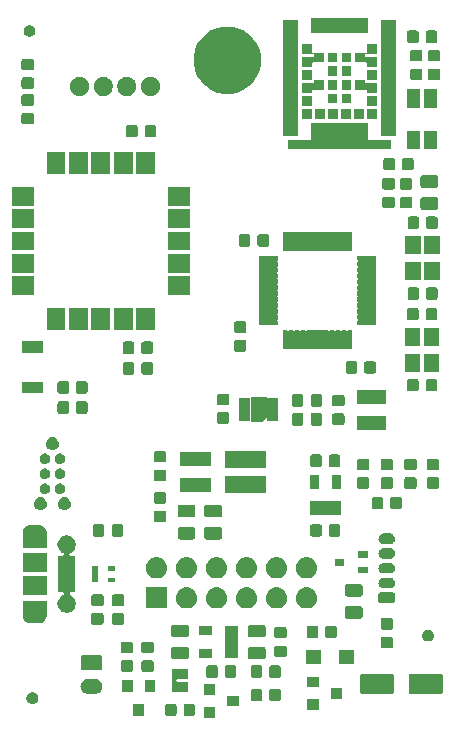
<source format=gts>
G04 #@! TF.GenerationSoftware,KiCad,Pcbnew,(5.0.1-3-g963ef8bb5)*
G04 #@! TF.CreationDate,2019-10-31T18:10:29+01:00*
G04 #@! TF.ProjectId,oibus-mini-CCC,6F696275732D6D696E692D4343432E6B,rev?*
G04 #@! TF.SameCoordinates,Original*
G04 #@! TF.FileFunction,Soldermask,Top*
G04 #@! TF.FilePolarity,Negative*
%FSLAX46Y46*%
G04 Gerber Fmt 4.6, Leading zero omitted, Abs format (unit mm)*
G04 Created by KiCad (PCBNEW (5.0.1-3-g963ef8bb5)) date 2019 October 31, Thursday 18:10:29*
%MOMM*%
%LPD*%
G01*
G04 APERTURE LIST*
%ADD10C,0.001000*%
%ADD11C,0.149860*%
G04 APERTURE END LIST*
D10*
G04 #@! TO.C,U6*
G36*
X21800000Y25800000D02*
X21450000Y25450000D01*
X20500000Y25450000D01*
X20500000Y27450000D01*
X21800000Y27450000D01*
X21800000Y25800000D01*
G37*
X21800000Y25800000D02*
X21450000Y25450000D01*
X20500000Y25450000D01*
X20500000Y27450000D01*
X21800000Y27450000D01*
X21800000Y25800000D01*
D11*
G36*
X22801340Y25500000D02*
X21900000Y25500000D01*
X21900000Y25899552D01*
X22801340Y25899552D01*
X22801340Y25500000D01*
G37*
G36*
X22800670Y26000000D02*
X21900000Y26000000D01*
X21900000Y26399980D01*
X22800670Y26399980D01*
X22800670Y26000000D01*
G37*
G36*
X22801900Y26500000D02*
X21900000Y26500000D01*
X21900000Y26900519D01*
X22801900Y26900519D01*
X22801900Y26500000D01*
G37*
G36*
X22800510Y27000000D02*
X21900000Y27000000D01*
X21900000Y27400295D01*
X22800510Y27400295D01*
X22800510Y27000000D01*
G37*
G36*
X20399802Y25500000D02*
X19500000Y25500000D01*
X19500000Y25899855D01*
X20399802Y25899855D01*
X20399802Y25500000D01*
G37*
G36*
X20399151Y26000000D02*
X19500000Y26000000D01*
X19500000Y26399943D01*
X20399151Y26399943D01*
X20399151Y26000000D01*
G37*
G36*
X20399254Y26500000D02*
X19500000Y26500000D01*
X19500000Y26900448D01*
X20399254Y26900448D01*
X20399254Y26500000D01*
G37*
G36*
X20399174Y27000000D02*
X19500000Y27000000D01*
X19500000Y27401046D01*
X20399174Y27401046D01*
X20399174Y27000000D01*
G37*
G36*
X17501000Y349000D02*
X16499000Y349000D01*
X16499000Y1251000D01*
X17501000Y1251000D01*
X17501000Y349000D01*
X17501000Y349000D01*
G37*
G36*
X15629591Y1521915D02*
X15663569Y1511607D01*
X15694887Y1494867D01*
X15722339Y1472339D01*
X15744867Y1444887D01*
X15761607Y1413569D01*
X15771915Y1379591D01*
X15776000Y1338110D01*
X15776000Y661890D01*
X15771915Y620409D01*
X15761607Y586431D01*
X15744867Y555113D01*
X15722339Y527661D01*
X15694887Y505133D01*
X15663569Y488393D01*
X15629591Y478085D01*
X15588110Y474000D01*
X14986890Y474000D01*
X14945409Y478085D01*
X14911431Y488393D01*
X14880113Y505133D01*
X14852661Y527661D01*
X14830133Y555113D01*
X14813393Y586431D01*
X14803085Y620409D01*
X14799000Y661890D01*
X14799000Y1338110D01*
X14803085Y1379591D01*
X14813393Y1413569D01*
X14830133Y1444887D01*
X14852661Y1472339D01*
X14880113Y1494867D01*
X14911431Y1511607D01*
X14945409Y1521915D01*
X14986890Y1526000D01*
X15588110Y1526000D01*
X15629591Y1521915D01*
X15629591Y1521915D01*
G37*
G36*
X14054591Y1521915D02*
X14088569Y1511607D01*
X14119887Y1494867D01*
X14147339Y1472339D01*
X14169867Y1444887D01*
X14186607Y1413569D01*
X14196915Y1379591D01*
X14201000Y1338110D01*
X14201000Y661890D01*
X14196915Y620409D01*
X14186607Y586431D01*
X14169867Y555113D01*
X14147339Y527661D01*
X14119887Y505133D01*
X14088569Y488393D01*
X14054591Y478085D01*
X14013110Y474000D01*
X13411890Y474000D01*
X13370409Y478085D01*
X13336431Y488393D01*
X13305113Y505133D01*
X13277661Y527661D01*
X13255133Y555113D01*
X13238393Y586431D01*
X13228085Y620409D01*
X13224000Y661890D01*
X13224000Y1338110D01*
X13228085Y1379591D01*
X13238393Y1413569D01*
X13255133Y1444887D01*
X13277661Y1472339D01*
X13305113Y1494867D01*
X13336431Y1511607D01*
X13370409Y1521915D01*
X13411890Y1526000D01*
X14013110Y1526000D01*
X14054591Y1521915D01*
X14054591Y1521915D01*
G37*
G36*
X11451000Y499000D02*
X10549000Y499000D01*
X10549000Y1501000D01*
X11451000Y1501000D01*
X11451000Y499000D01*
X11451000Y499000D01*
G37*
G36*
X26251000Y999000D02*
X25249000Y999000D01*
X25249000Y1901000D01*
X26251000Y1901000D01*
X26251000Y999000D01*
X26251000Y999000D01*
G37*
G36*
X19501000Y1299000D02*
X18499000Y1299000D01*
X18499000Y2201000D01*
X19501000Y2201000D01*
X19501000Y1299000D01*
X19501000Y1299000D01*
G37*
G36*
X2145845Y2480785D02*
X2205455Y2456094D01*
X2236839Y2443094D01*
X2261088Y2426891D01*
X2318734Y2388373D01*
X2388373Y2318734D01*
X2443095Y2236837D01*
X2480785Y2145845D01*
X2500000Y2049245D01*
X2500000Y1950755D01*
X2480785Y1854155D01*
X2443095Y1763163D01*
X2388373Y1681266D01*
X2318734Y1611627D01*
X2318731Y1611625D01*
X2236839Y1556906D01*
X2145845Y1519215D01*
X2049246Y1500000D01*
X1950754Y1500000D01*
X1854155Y1519215D01*
X1763161Y1556906D01*
X1681269Y1611625D01*
X1681266Y1611627D01*
X1611627Y1681266D01*
X1556905Y1763163D01*
X1519215Y1854155D01*
X1500000Y1950755D01*
X1500000Y2049245D01*
X1519215Y2145845D01*
X1556905Y2236837D01*
X1611627Y2318734D01*
X1681266Y2388373D01*
X1738912Y2426891D01*
X1763161Y2443094D01*
X1794546Y2456094D01*
X1854155Y2480785D01*
X1950754Y2500000D01*
X2049246Y2500000D01*
X2145845Y2480785D01*
X2145845Y2480785D01*
G37*
G36*
X22879591Y2771915D02*
X22913569Y2761607D01*
X22944887Y2744867D01*
X22972339Y2722339D01*
X22994867Y2694887D01*
X23011607Y2663569D01*
X23021915Y2629591D01*
X23026000Y2588110D01*
X23026000Y1911890D01*
X23021915Y1870409D01*
X23011607Y1836431D01*
X22994867Y1805113D01*
X22972339Y1777661D01*
X22944887Y1755133D01*
X22913569Y1738393D01*
X22879591Y1728085D01*
X22838110Y1724000D01*
X22236890Y1724000D01*
X22195409Y1728085D01*
X22161431Y1738393D01*
X22130113Y1755133D01*
X22102661Y1777661D01*
X22080133Y1805113D01*
X22063393Y1836431D01*
X22053085Y1870409D01*
X22049000Y1911890D01*
X22049000Y2588110D01*
X22053085Y2629591D01*
X22063393Y2663569D01*
X22080133Y2694887D01*
X22102661Y2722339D01*
X22130113Y2744867D01*
X22161431Y2761607D01*
X22195409Y2771915D01*
X22236890Y2776000D01*
X22838110Y2776000D01*
X22879591Y2771915D01*
X22879591Y2771915D01*
G37*
G36*
X21304591Y2771915D02*
X21338569Y2761607D01*
X21369887Y2744867D01*
X21397339Y2722339D01*
X21419867Y2694887D01*
X21436607Y2663569D01*
X21446915Y2629591D01*
X21451000Y2588110D01*
X21451000Y1911890D01*
X21446915Y1870409D01*
X21436607Y1836431D01*
X21419867Y1805113D01*
X21397339Y1777661D01*
X21369887Y1755133D01*
X21338569Y1738393D01*
X21304591Y1728085D01*
X21263110Y1724000D01*
X20661890Y1724000D01*
X20620409Y1728085D01*
X20586431Y1738393D01*
X20555113Y1755133D01*
X20527661Y1777661D01*
X20505133Y1805113D01*
X20488393Y1836431D01*
X20478085Y1870409D01*
X20474000Y1911890D01*
X20474000Y2588110D01*
X20478085Y2629591D01*
X20488393Y2663569D01*
X20505133Y2694887D01*
X20527661Y2722339D01*
X20555113Y2744867D01*
X20586431Y2761607D01*
X20620409Y2771915D01*
X20661890Y2776000D01*
X21263110Y2776000D01*
X21304591Y2771915D01*
X21304591Y2771915D01*
G37*
G36*
X28251000Y1949000D02*
X27249000Y1949000D01*
X27249000Y2851000D01*
X28251000Y2851000D01*
X28251000Y1949000D01*
X28251000Y1949000D01*
G37*
G36*
X17501000Y2249000D02*
X16499000Y2249000D01*
X16499000Y3151000D01*
X17501000Y3151000D01*
X17501000Y2249000D01*
X17501000Y2249000D01*
G37*
G36*
X7327280Y3649000D02*
X7402618Y3641580D01*
X7484427Y3616763D01*
X7525333Y3604355D01*
X7586173Y3571835D01*
X7638426Y3543905D01*
X7737553Y3462553D01*
X7818905Y3363426D01*
X7818906Y3363424D01*
X7879355Y3250333D01*
X7879355Y3250332D01*
X7916580Y3127618D01*
X7929149Y3000000D01*
X7916580Y2872382D01*
X7891763Y2790573D01*
X7879355Y2749667D01*
X7833334Y2663569D01*
X7818905Y2636574D01*
X7737553Y2537447D01*
X7638426Y2456095D01*
X7638424Y2456094D01*
X7525333Y2395645D01*
X7501360Y2388373D01*
X7402618Y2358420D01*
X7348104Y2353051D01*
X7306974Y2349000D01*
X6693026Y2349000D01*
X6651896Y2353051D01*
X6597382Y2358420D01*
X6498640Y2388373D01*
X6474667Y2395645D01*
X6361576Y2456094D01*
X6361574Y2456095D01*
X6262447Y2537447D01*
X6181095Y2636574D01*
X6166666Y2663569D01*
X6120645Y2749667D01*
X6108237Y2790573D01*
X6083420Y2872382D01*
X6070851Y3000000D01*
X6083420Y3127618D01*
X6120645Y3250332D01*
X6120645Y3250333D01*
X6181094Y3363424D01*
X6181095Y3363426D01*
X6262447Y3462553D01*
X6361574Y3543905D01*
X6413827Y3571835D01*
X6474667Y3604355D01*
X6515573Y3616763D01*
X6597382Y3641580D01*
X6672720Y3649000D01*
X6693026Y3651000D01*
X7306974Y3651000D01*
X7327280Y3649000D01*
X7327280Y3649000D01*
G37*
G36*
X36605996Y4046949D02*
X36639653Y4036739D01*
X36670667Y4020162D01*
X36697852Y3997852D01*
X36720162Y3970667D01*
X36736739Y3939653D01*
X36746949Y3905996D01*
X36751000Y3864862D01*
X36751000Y2535138D01*
X36746949Y2494004D01*
X36736739Y2460347D01*
X36720162Y2429333D01*
X36697852Y2402148D01*
X36670667Y2379838D01*
X36639653Y2363261D01*
X36605996Y2353051D01*
X36564862Y2349000D01*
X34060138Y2349000D01*
X34019004Y2353051D01*
X33985347Y2363261D01*
X33954333Y2379838D01*
X33927148Y2402148D01*
X33904838Y2429333D01*
X33888261Y2460347D01*
X33878051Y2494004D01*
X33874000Y2535138D01*
X33874000Y3864862D01*
X33878051Y3905996D01*
X33888261Y3939653D01*
X33904838Y3970667D01*
X33927148Y3997852D01*
X33954333Y4020162D01*
X33985347Y4036739D01*
X34019004Y4046949D01*
X34060138Y4051000D01*
X36564862Y4051000D01*
X36605996Y4046949D01*
X36605996Y4046949D01*
G37*
G36*
X32480996Y4046949D02*
X32514653Y4036739D01*
X32545667Y4020162D01*
X32572852Y3997852D01*
X32595162Y3970667D01*
X32611739Y3939653D01*
X32621949Y3905996D01*
X32626000Y3864862D01*
X32626000Y2535138D01*
X32621949Y2494004D01*
X32611739Y2460347D01*
X32595162Y2429333D01*
X32572852Y2402148D01*
X32545667Y2379838D01*
X32514653Y2363261D01*
X32480996Y2353051D01*
X32439862Y2349000D01*
X29935138Y2349000D01*
X29894004Y2353051D01*
X29860347Y2363261D01*
X29829333Y2379838D01*
X29802148Y2402148D01*
X29779838Y2429333D01*
X29763261Y2460347D01*
X29753051Y2494004D01*
X29749000Y2535138D01*
X29749000Y3864862D01*
X29753051Y3905996D01*
X29763261Y3939653D01*
X29779838Y3970667D01*
X29802148Y3997852D01*
X29829333Y4020162D01*
X29860347Y4036739D01*
X29894004Y4046949D01*
X29935138Y4051000D01*
X32439862Y4051000D01*
X32480996Y4046949D01*
X32480996Y4046949D01*
G37*
G36*
X15191000Y3649000D02*
X14316000Y3649000D01*
X14291614Y3646598D01*
X14268165Y3639485D01*
X14246554Y3627934D01*
X14227612Y3612388D01*
X14212066Y3593446D01*
X14200515Y3571835D01*
X14193402Y3548386D01*
X14191000Y3524000D01*
X14191000Y3476000D01*
X14193402Y3451614D01*
X14200515Y3428165D01*
X14212066Y3406554D01*
X14227612Y3387612D01*
X14246554Y3372066D01*
X14268165Y3360515D01*
X14291614Y3353402D01*
X14316000Y3351000D01*
X15191000Y3351000D01*
X15191000Y2499000D01*
X13809000Y2499000D01*
X13809000Y4501000D01*
X15191000Y4501000D01*
X15191000Y3649000D01*
X15191000Y3649000D01*
G37*
G36*
X12401000Y2499000D02*
X11499000Y2499000D01*
X11499000Y3501000D01*
X12401000Y3501000D01*
X12401000Y2499000D01*
X12401000Y2499000D01*
G37*
G36*
X10501000Y2499000D02*
X9599000Y2499000D01*
X9599000Y3501000D01*
X10501000Y3501000D01*
X10501000Y2499000D01*
X10501000Y2499000D01*
G37*
G36*
X26251000Y2899000D02*
X25249000Y2899000D01*
X25249000Y3801000D01*
X26251000Y3801000D01*
X26251000Y2899000D01*
X26251000Y2899000D01*
G37*
G36*
X21304591Y4771915D02*
X21338569Y4761607D01*
X21369887Y4744867D01*
X21397339Y4722339D01*
X21419867Y4694887D01*
X21436607Y4663569D01*
X21446915Y4629591D01*
X21451000Y4588110D01*
X21451000Y3911890D01*
X21446915Y3870409D01*
X21436607Y3836431D01*
X21419867Y3805113D01*
X21397339Y3777661D01*
X21369887Y3755133D01*
X21338569Y3738393D01*
X21304591Y3728085D01*
X21263110Y3724000D01*
X20661890Y3724000D01*
X20620409Y3728085D01*
X20586431Y3738393D01*
X20555113Y3755133D01*
X20527661Y3777661D01*
X20505133Y3805113D01*
X20488393Y3836431D01*
X20478085Y3870409D01*
X20474000Y3911890D01*
X20474000Y4588110D01*
X20478085Y4629591D01*
X20488393Y4663569D01*
X20505133Y4694887D01*
X20527661Y4722339D01*
X20555113Y4744867D01*
X20586431Y4761607D01*
X20620409Y4771915D01*
X20661890Y4776000D01*
X21263110Y4776000D01*
X21304591Y4771915D01*
X21304591Y4771915D01*
G37*
G36*
X17554591Y4771915D02*
X17588569Y4761607D01*
X17619887Y4744867D01*
X17647339Y4722339D01*
X17669867Y4694887D01*
X17686607Y4663569D01*
X17696915Y4629591D01*
X17701000Y4588110D01*
X17701000Y3911890D01*
X17696915Y3870409D01*
X17686607Y3836431D01*
X17669867Y3805113D01*
X17647339Y3777661D01*
X17619887Y3755133D01*
X17588569Y3738393D01*
X17554591Y3728085D01*
X17513110Y3724000D01*
X16911890Y3724000D01*
X16870409Y3728085D01*
X16836431Y3738393D01*
X16805113Y3755133D01*
X16777661Y3777661D01*
X16755133Y3805113D01*
X16738393Y3836431D01*
X16728085Y3870409D01*
X16724000Y3911890D01*
X16724000Y4588110D01*
X16728085Y4629591D01*
X16738393Y4663569D01*
X16755133Y4694887D01*
X16777661Y4722339D01*
X16805113Y4744867D01*
X16836431Y4761607D01*
X16870409Y4771915D01*
X16911890Y4776000D01*
X17513110Y4776000D01*
X17554591Y4771915D01*
X17554591Y4771915D01*
G37*
G36*
X19129591Y4771915D02*
X19163569Y4761607D01*
X19194887Y4744867D01*
X19222339Y4722339D01*
X19244867Y4694887D01*
X19261607Y4663569D01*
X19271915Y4629591D01*
X19276000Y4588110D01*
X19276000Y3911890D01*
X19271915Y3870409D01*
X19261607Y3836431D01*
X19244867Y3805113D01*
X19222339Y3777661D01*
X19194887Y3755133D01*
X19163569Y3738393D01*
X19129591Y3728085D01*
X19088110Y3724000D01*
X18486890Y3724000D01*
X18445409Y3728085D01*
X18411431Y3738393D01*
X18380113Y3755133D01*
X18352661Y3777661D01*
X18330133Y3805113D01*
X18313393Y3836431D01*
X18303085Y3870409D01*
X18299000Y3911890D01*
X18299000Y4588110D01*
X18303085Y4629591D01*
X18313393Y4663569D01*
X18330133Y4694887D01*
X18352661Y4722339D01*
X18380113Y4744867D01*
X18411431Y4761607D01*
X18445409Y4771915D01*
X18486890Y4776000D01*
X19088110Y4776000D01*
X19129591Y4771915D01*
X19129591Y4771915D01*
G37*
G36*
X22879591Y4771915D02*
X22913569Y4761607D01*
X22944887Y4744867D01*
X22972339Y4722339D01*
X22994867Y4694887D01*
X23011607Y4663569D01*
X23021915Y4629591D01*
X23026000Y4588110D01*
X23026000Y3911890D01*
X23021915Y3870409D01*
X23011607Y3836431D01*
X22994867Y3805113D01*
X22972339Y3777661D01*
X22944887Y3755133D01*
X22913569Y3738393D01*
X22879591Y3728085D01*
X22838110Y3724000D01*
X22236890Y3724000D01*
X22195409Y3728085D01*
X22161431Y3738393D01*
X22130113Y3755133D01*
X22102661Y3777661D01*
X22080133Y3805113D01*
X22063393Y3836431D01*
X22053085Y3870409D01*
X22049000Y3911890D01*
X22049000Y4588110D01*
X22053085Y4629591D01*
X22063393Y4663569D01*
X22080133Y4694887D01*
X22102661Y4722339D01*
X22130113Y4744867D01*
X22161431Y4761607D01*
X22195409Y4771915D01*
X22236890Y4776000D01*
X22838110Y4776000D01*
X22879591Y4771915D01*
X22879591Y4771915D01*
G37*
G36*
X10379591Y5196915D02*
X10413569Y5186607D01*
X10444887Y5169867D01*
X10472339Y5147339D01*
X10494867Y5119887D01*
X10511607Y5088569D01*
X10521915Y5054591D01*
X10526000Y5013110D01*
X10526000Y4411890D01*
X10521915Y4370409D01*
X10511607Y4336431D01*
X10494867Y4305113D01*
X10472339Y4277661D01*
X10444887Y4255133D01*
X10413569Y4238393D01*
X10379591Y4228085D01*
X10338110Y4224000D01*
X9661890Y4224000D01*
X9620409Y4228085D01*
X9586431Y4238393D01*
X9555113Y4255133D01*
X9527661Y4277661D01*
X9505133Y4305113D01*
X9488393Y4336431D01*
X9478085Y4370409D01*
X9474000Y4411890D01*
X9474000Y5013110D01*
X9478085Y5054591D01*
X9488393Y5088569D01*
X9505133Y5119887D01*
X9527661Y5147339D01*
X9555113Y5169867D01*
X9586431Y5186607D01*
X9620409Y5196915D01*
X9661890Y5201000D01*
X10338110Y5201000D01*
X10379591Y5196915D01*
X10379591Y5196915D01*
G37*
G36*
X12129591Y5196915D02*
X12163569Y5186607D01*
X12194887Y5169867D01*
X12222339Y5147339D01*
X12244867Y5119887D01*
X12261607Y5088569D01*
X12271915Y5054591D01*
X12276000Y5013110D01*
X12276000Y4411890D01*
X12271915Y4370409D01*
X12261607Y4336431D01*
X12244867Y4305113D01*
X12222339Y4277661D01*
X12194887Y4255133D01*
X12163569Y4238393D01*
X12129591Y4228085D01*
X12088110Y4224000D01*
X11411890Y4224000D01*
X11370409Y4228085D01*
X11336431Y4238393D01*
X11305113Y4255133D01*
X11277661Y4277661D01*
X11255133Y4305113D01*
X11238393Y4336431D01*
X11228085Y4370409D01*
X11224000Y4411890D01*
X11224000Y5013110D01*
X11228085Y5054591D01*
X11238393Y5088569D01*
X11255133Y5119887D01*
X11277661Y5147339D01*
X11305113Y5169867D01*
X11336431Y5186607D01*
X11370409Y5196915D01*
X11411890Y5201000D01*
X12088110Y5201000D01*
X12129591Y5196915D01*
X12129591Y5196915D01*
G37*
G36*
X7766242Y5646596D02*
X7803339Y5635343D01*
X7837520Y5617073D01*
X7867482Y5592482D01*
X7892073Y5562520D01*
X7910343Y5528339D01*
X7921596Y5491242D01*
X7926000Y5446527D01*
X7926000Y4553473D01*
X7921596Y4508758D01*
X7910343Y4471661D01*
X7892073Y4437480D01*
X7867482Y4407518D01*
X7837520Y4382927D01*
X7803339Y4364657D01*
X7766242Y4353404D01*
X7721527Y4349000D01*
X6278473Y4349000D01*
X6233758Y4353404D01*
X6196661Y4364657D01*
X6162480Y4382927D01*
X6132518Y4407518D01*
X6107927Y4437480D01*
X6089657Y4471661D01*
X6078404Y4508758D01*
X6074000Y4553473D01*
X6074000Y5446527D01*
X6078404Y5491242D01*
X6089657Y5528339D01*
X6107927Y5562520D01*
X6132518Y5592482D01*
X6162480Y5617073D01*
X6196661Y5635343D01*
X6233758Y5646596D01*
X6278473Y5651000D01*
X7721527Y5651000D01*
X7766242Y5646596D01*
X7766242Y5646596D01*
G37*
G36*
X26401000Y4899000D02*
X25199000Y4899000D01*
X25199000Y6101000D01*
X26401000Y6101000D01*
X26401000Y4899000D01*
X26401000Y4899000D01*
G37*
G36*
X29201000Y4899000D02*
X27999000Y4899000D01*
X27999000Y6101000D01*
X29201000Y6101000D01*
X29201000Y4899000D01*
X29201000Y4899000D01*
G37*
G36*
X15084466Y6346435D02*
X15123137Y6334704D01*
X15158779Y6315652D01*
X15190017Y6290017D01*
X15215652Y6258779D01*
X15234704Y6223137D01*
X15246435Y6184466D01*
X15251000Y6138112D01*
X15251000Y5486888D01*
X15246435Y5440534D01*
X15234704Y5401863D01*
X15215652Y5366221D01*
X15190017Y5334983D01*
X15158779Y5309348D01*
X15123137Y5290296D01*
X15084466Y5278565D01*
X15038112Y5274000D01*
X13961888Y5274000D01*
X13915534Y5278565D01*
X13876863Y5290296D01*
X13841221Y5309348D01*
X13809983Y5334983D01*
X13784348Y5366221D01*
X13765296Y5401863D01*
X13753565Y5440534D01*
X13749000Y5486888D01*
X13749000Y6138112D01*
X13753565Y6184466D01*
X13765296Y6223137D01*
X13784348Y6258779D01*
X13809983Y6290017D01*
X13841221Y6315652D01*
X13876863Y6334704D01*
X13915534Y6346435D01*
X13961888Y6351000D01*
X15038112Y6351000D01*
X15084466Y6346435D01*
X15084466Y6346435D01*
G37*
G36*
X21584466Y6346435D02*
X21623137Y6334704D01*
X21658779Y6315652D01*
X21690017Y6290017D01*
X21715652Y6258779D01*
X21734704Y6223137D01*
X21746435Y6184466D01*
X21751000Y6138112D01*
X21751000Y5486888D01*
X21746435Y5440534D01*
X21734704Y5401863D01*
X21715652Y5366221D01*
X21690017Y5334983D01*
X21658779Y5309348D01*
X21623137Y5290296D01*
X21584466Y5278565D01*
X21538112Y5274000D01*
X20461888Y5274000D01*
X20415534Y5278565D01*
X20376863Y5290296D01*
X20341221Y5309348D01*
X20309983Y5334983D01*
X20284348Y5366221D01*
X20265296Y5401863D01*
X20253565Y5440534D01*
X20249000Y5486888D01*
X20249000Y6138112D01*
X20253565Y6184466D01*
X20265296Y6223137D01*
X20284348Y6258779D01*
X20309983Y6290017D01*
X20341221Y6315652D01*
X20376863Y6334704D01*
X20415534Y6346435D01*
X20461888Y6351000D01*
X21538112Y6351000D01*
X21584466Y6346435D01*
X21584466Y6346435D01*
G37*
G36*
X19431000Y5424000D02*
X18269000Y5424000D01*
X18269000Y8076000D01*
X19431000Y8076000D01*
X19431000Y5424000D01*
X19431000Y5424000D01*
G37*
G36*
X17231000Y5424000D02*
X16069000Y5424000D01*
X16069000Y6176000D01*
X17231000Y6176000D01*
X17231000Y5424000D01*
X17231000Y5424000D01*
G37*
G36*
X23379591Y6446915D02*
X23413569Y6436607D01*
X23444887Y6419867D01*
X23472339Y6397339D01*
X23494867Y6369887D01*
X23511607Y6338569D01*
X23521915Y6304591D01*
X23526000Y6263110D01*
X23526000Y5661890D01*
X23521915Y5620409D01*
X23511607Y5586431D01*
X23494867Y5555113D01*
X23472339Y5527661D01*
X23444887Y5505133D01*
X23413569Y5488393D01*
X23379591Y5478085D01*
X23338110Y5474000D01*
X22661890Y5474000D01*
X22620409Y5478085D01*
X22586431Y5488393D01*
X22555113Y5505133D01*
X22527661Y5527661D01*
X22505133Y5555113D01*
X22488393Y5586431D01*
X22478085Y5620409D01*
X22474000Y5661890D01*
X22474000Y6263110D01*
X22478085Y6304591D01*
X22488393Y6338569D01*
X22505133Y6369887D01*
X22527661Y6397339D01*
X22555113Y6419867D01*
X22586431Y6436607D01*
X22620409Y6446915D01*
X22661890Y6451000D01*
X23338110Y6451000D01*
X23379591Y6446915D01*
X23379591Y6446915D01*
G37*
G36*
X10379591Y6771915D02*
X10413569Y6761607D01*
X10444887Y6744867D01*
X10472339Y6722339D01*
X10494867Y6694887D01*
X10511607Y6663569D01*
X10521915Y6629591D01*
X10526000Y6588110D01*
X10526000Y5986890D01*
X10521915Y5945409D01*
X10511607Y5911431D01*
X10494867Y5880113D01*
X10472339Y5852661D01*
X10444887Y5830133D01*
X10413569Y5813393D01*
X10379591Y5803085D01*
X10338110Y5799000D01*
X9661890Y5799000D01*
X9620409Y5803085D01*
X9586431Y5813393D01*
X9555113Y5830133D01*
X9527661Y5852661D01*
X9505133Y5880113D01*
X9488393Y5911431D01*
X9478085Y5945409D01*
X9474000Y5986890D01*
X9474000Y6588110D01*
X9478085Y6629591D01*
X9488393Y6663569D01*
X9505133Y6694887D01*
X9527661Y6722339D01*
X9555113Y6744867D01*
X9586431Y6761607D01*
X9620409Y6771915D01*
X9661890Y6776000D01*
X10338110Y6776000D01*
X10379591Y6771915D01*
X10379591Y6771915D01*
G37*
G36*
X12129591Y6771915D02*
X12163569Y6761607D01*
X12194887Y6744867D01*
X12222339Y6722339D01*
X12244867Y6694887D01*
X12261607Y6663569D01*
X12271915Y6629591D01*
X12276000Y6588110D01*
X12276000Y5986890D01*
X12271915Y5945409D01*
X12261607Y5911431D01*
X12244867Y5880113D01*
X12222339Y5852661D01*
X12194887Y5830133D01*
X12163569Y5813393D01*
X12129591Y5803085D01*
X12088110Y5799000D01*
X11411890Y5799000D01*
X11370409Y5803085D01*
X11336431Y5813393D01*
X11305113Y5830133D01*
X11277661Y5852661D01*
X11255133Y5880113D01*
X11238393Y5911431D01*
X11228085Y5945409D01*
X11224000Y5986890D01*
X11224000Y6588110D01*
X11228085Y6629591D01*
X11238393Y6663569D01*
X11255133Y6694887D01*
X11277661Y6722339D01*
X11305113Y6744867D01*
X11336431Y6761607D01*
X11370409Y6771915D01*
X11411890Y6776000D01*
X12088110Y6776000D01*
X12129591Y6771915D01*
X12129591Y6771915D01*
G37*
G36*
X32379591Y7196915D02*
X32413569Y7186607D01*
X32444887Y7169867D01*
X32472339Y7147339D01*
X32494867Y7119887D01*
X32511607Y7088569D01*
X32521915Y7054591D01*
X32526000Y7013110D01*
X32526000Y6411890D01*
X32521915Y6370409D01*
X32511607Y6336431D01*
X32494867Y6305113D01*
X32472339Y6277661D01*
X32444887Y6255133D01*
X32413569Y6238393D01*
X32379591Y6228085D01*
X32338110Y6224000D01*
X31661890Y6224000D01*
X31620409Y6228085D01*
X31586431Y6238393D01*
X31555113Y6255133D01*
X31527661Y6277661D01*
X31505133Y6305113D01*
X31488393Y6336431D01*
X31478085Y6370409D01*
X31474000Y6411890D01*
X31474000Y7013110D01*
X31478085Y7054591D01*
X31488393Y7088569D01*
X31505133Y7119887D01*
X31527661Y7147339D01*
X31555113Y7169867D01*
X31586431Y7186607D01*
X31620409Y7196915D01*
X31661890Y7201000D01*
X32338110Y7201000D01*
X32379591Y7196915D01*
X32379591Y7196915D01*
G37*
G36*
X35645845Y7780785D02*
X35736839Y7743094D01*
X35817640Y7689104D01*
X35818734Y7688373D01*
X35888373Y7618734D01*
X35888375Y7618731D01*
X35943094Y7536839D01*
X35980785Y7445845D01*
X36000000Y7349246D01*
X36000000Y7250754D01*
X35989291Y7196915D01*
X35980785Y7154155D01*
X35944930Y7067592D01*
X35943094Y7063161D01*
X35936361Y7053085D01*
X35888373Y6981266D01*
X35818734Y6911627D01*
X35818731Y6911625D01*
X35736839Y6856906D01*
X35645845Y6819215D01*
X35549246Y6800000D01*
X35450754Y6800000D01*
X35354155Y6819215D01*
X35263161Y6856906D01*
X35181269Y6911625D01*
X35181266Y6911627D01*
X35111627Y6981266D01*
X35063639Y7053085D01*
X35056906Y7063161D01*
X35055071Y7067592D01*
X35019215Y7154155D01*
X35010709Y7196915D01*
X35000000Y7250754D01*
X35000000Y7349246D01*
X35019215Y7445845D01*
X35056906Y7536839D01*
X35111625Y7618731D01*
X35111627Y7618734D01*
X35181266Y7688373D01*
X35182360Y7689104D01*
X35263161Y7743094D01*
X35354155Y7780785D01*
X35450754Y7800000D01*
X35549246Y7800000D01*
X35645845Y7780785D01*
X35645845Y7780785D01*
G37*
G36*
X23379591Y8021915D02*
X23413569Y8011607D01*
X23444887Y7994867D01*
X23472339Y7972339D01*
X23494867Y7944887D01*
X23511607Y7913569D01*
X23521915Y7879591D01*
X23526000Y7838110D01*
X23526000Y7236890D01*
X23521915Y7195409D01*
X23511607Y7161431D01*
X23494867Y7130113D01*
X23472339Y7102661D01*
X23444887Y7080133D01*
X23413569Y7063393D01*
X23379591Y7053085D01*
X23338110Y7049000D01*
X22661890Y7049000D01*
X22620409Y7053085D01*
X22586431Y7063393D01*
X22555113Y7080133D01*
X22527661Y7102661D01*
X22505133Y7130113D01*
X22488393Y7161431D01*
X22478085Y7195409D01*
X22474000Y7236890D01*
X22474000Y7838110D01*
X22478085Y7879591D01*
X22488393Y7913569D01*
X22505133Y7944887D01*
X22527661Y7972339D01*
X22555113Y7994867D01*
X22586431Y8011607D01*
X22620409Y8021915D01*
X22661890Y8026000D01*
X23338110Y8026000D01*
X23379591Y8021915D01*
X23379591Y8021915D01*
G37*
G36*
X27629591Y8121915D02*
X27663569Y8111607D01*
X27694887Y8094867D01*
X27722339Y8072339D01*
X27744867Y8044887D01*
X27761607Y8013569D01*
X27771915Y7979591D01*
X27776000Y7938110D01*
X27776000Y7261890D01*
X27771915Y7220409D01*
X27761607Y7186431D01*
X27744867Y7155113D01*
X27722339Y7127661D01*
X27694887Y7105133D01*
X27663569Y7088393D01*
X27629591Y7078085D01*
X27588110Y7074000D01*
X26986890Y7074000D01*
X26945409Y7078085D01*
X26911431Y7088393D01*
X26880113Y7105133D01*
X26852661Y7127661D01*
X26830133Y7155113D01*
X26813393Y7186431D01*
X26803085Y7220409D01*
X26799000Y7261890D01*
X26799000Y7938110D01*
X26803085Y7979591D01*
X26813393Y8013569D01*
X26830133Y8044887D01*
X26852661Y8072339D01*
X26880113Y8094867D01*
X26911431Y8111607D01*
X26945409Y8121915D01*
X26986890Y8126000D01*
X27588110Y8126000D01*
X27629591Y8121915D01*
X27629591Y8121915D01*
G37*
G36*
X26054591Y8121915D02*
X26088569Y8111607D01*
X26119887Y8094867D01*
X26147339Y8072339D01*
X26169867Y8044887D01*
X26186607Y8013569D01*
X26196915Y7979591D01*
X26201000Y7938110D01*
X26201000Y7261890D01*
X26196915Y7220409D01*
X26186607Y7186431D01*
X26169867Y7155113D01*
X26147339Y7127661D01*
X26119887Y7105133D01*
X26088569Y7088393D01*
X26054591Y7078085D01*
X26013110Y7074000D01*
X25411890Y7074000D01*
X25370409Y7078085D01*
X25336431Y7088393D01*
X25305113Y7105133D01*
X25277661Y7127661D01*
X25255133Y7155113D01*
X25238393Y7186431D01*
X25228085Y7220409D01*
X25224000Y7261890D01*
X25224000Y7938110D01*
X25228085Y7979591D01*
X25238393Y8013569D01*
X25255133Y8044887D01*
X25277661Y8072339D01*
X25305113Y8094867D01*
X25336431Y8111607D01*
X25370409Y8121915D01*
X25411890Y8126000D01*
X26013110Y8126000D01*
X26054591Y8121915D01*
X26054591Y8121915D01*
G37*
G36*
X15084466Y8221435D02*
X15123137Y8209704D01*
X15158779Y8190652D01*
X15190017Y8165017D01*
X15215652Y8133779D01*
X15234704Y8098137D01*
X15246435Y8059466D01*
X15251000Y8013112D01*
X15251000Y7361888D01*
X15246435Y7315534D01*
X15234704Y7276863D01*
X15215652Y7241221D01*
X15190017Y7209983D01*
X15158779Y7184348D01*
X15123137Y7165296D01*
X15084466Y7153565D01*
X15038112Y7149000D01*
X13961888Y7149000D01*
X13915534Y7153565D01*
X13876863Y7165296D01*
X13841221Y7184348D01*
X13809983Y7209983D01*
X13784348Y7241221D01*
X13765296Y7276863D01*
X13753565Y7315534D01*
X13749000Y7361888D01*
X13749000Y8013112D01*
X13753565Y8059466D01*
X13765296Y8098137D01*
X13784348Y8133779D01*
X13809983Y8165017D01*
X13841221Y8190652D01*
X13876863Y8209704D01*
X13915534Y8221435D01*
X13961888Y8226000D01*
X15038112Y8226000D01*
X15084466Y8221435D01*
X15084466Y8221435D01*
G37*
G36*
X21584466Y8221435D02*
X21623137Y8209704D01*
X21658779Y8190652D01*
X21690017Y8165017D01*
X21715652Y8133779D01*
X21734704Y8098137D01*
X21746435Y8059466D01*
X21751000Y8013112D01*
X21751000Y7361888D01*
X21746435Y7315534D01*
X21734704Y7276863D01*
X21715652Y7241221D01*
X21690017Y7209983D01*
X21658779Y7184348D01*
X21623137Y7165296D01*
X21584466Y7153565D01*
X21538112Y7149000D01*
X20461888Y7149000D01*
X20415534Y7153565D01*
X20376863Y7165296D01*
X20341221Y7184348D01*
X20309983Y7209983D01*
X20284348Y7241221D01*
X20265296Y7276863D01*
X20253565Y7315534D01*
X20249000Y7361888D01*
X20249000Y8013112D01*
X20253565Y8059466D01*
X20265296Y8098137D01*
X20284348Y8133779D01*
X20309983Y8165017D01*
X20341221Y8190652D01*
X20376863Y8209704D01*
X20415534Y8221435D01*
X20461888Y8226000D01*
X21538112Y8226000D01*
X21584466Y8221435D01*
X21584466Y8221435D01*
G37*
G36*
X17231000Y7324000D02*
X16069000Y7324000D01*
X16069000Y8076000D01*
X17231000Y8076000D01*
X17231000Y7324000D01*
X17231000Y7324000D01*
G37*
G36*
X32379591Y8771915D02*
X32413569Y8761607D01*
X32444887Y8744867D01*
X32472339Y8722339D01*
X32494867Y8694887D01*
X32511607Y8663569D01*
X32521915Y8629591D01*
X32526000Y8588110D01*
X32526000Y7986890D01*
X32521915Y7945409D01*
X32511607Y7911431D01*
X32494867Y7880113D01*
X32472339Y7852661D01*
X32444887Y7830133D01*
X32413569Y7813393D01*
X32379591Y7803085D01*
X32338110Y7799000D01*
X31661890Y7799000D01*
X31620409Y7803085D01*
X31586431Y7813393D01*
X31555113Y7830133D01*
X31527661Y7852661D01*
X31505133Y7880113D01*
X31488393Y7911431D01*
X31478085Y7945409D01*
X31474000Y7986890D01*
X31474000Y8588110D01*
X31478085Y8629591D01*
X31488393Y8663569D01*
X31505133Y8694887D01*
X31527661Y8722339D01*
X31555113Y8744867D01*
X31586431Y8761607D01*
X31620409Y8771915D01*
X31661890Y8776000D01*
X32338110Y8776000D01*
X32379591Y8771915D01*
X32379591Y8771915D01*
G37*
G36*
X9629591Y9196915D02*
X9663569Y9186607D01*
X9694887Y9169867D01*
X9722339Y9147339D01*
X9744867Y9119887D01*
X9761607Y9088569D01*
X9771915Y9054591D01*
X9776000Y9013110D01*
X9776000Y8411890D01*
X9771915Y8370409D01*
X9761607Y8336431D01*
X9744867Y8305113D01*
X9722339Y8277661D01*
X9694887Y8255133D01*
X9663569Y8238393D01*
X9629591Y8228085D01*
X9588110Y8224000D01*
X8911890Y8224000D01*
X8870409Y8228085D01*
X8836431Y8238393D01*
X8805113Y8255133D01*
X8777661Y8277661D01*
X8755133Y8305113D01*
X8738393Y8336431D01*
X8728085Y8370409D01*
X8724000Y8411890D01*
X8724000Y9013110D01*
X8728085Y9054591D01*
X8738393Y9088569D01*
X8755133Y9119887D01*
X8777661Y9147339D01*
X8805113Y9169867D01*
X8836431Y9186607D01*
X8870409Y9196915D01*
X8911890Y9201000D01*
X9588110Y9201000D01*
X9629591Y9196915D01*
X9629591Y9196915D01*
G37*
G36*
X7879591Y9196915D02*
X7913569Y9186607D01*
X7944887Y9169867D01*
X7972339Y9147339D01*
X7994867Y9119887D01*
X8011607Y9088569D01*
X8021915Y9054591D01*
X8026000Y9013110D01*
X8026000Y8411890D01*
X8021915Y8370409D01*
X8011607Y8336431D01*
X7994867Y8305113D01*
X7972339Y8277661D01*
X7944887Y8255133D01*
X7913569Y8238393D01*
X7879591Y8228085D01*
X7838110Y8224000D01*
X7161890Y8224000D01*
X7120409Y8228085D01*
X7086431Y8238393D01*
X7055113Y8255133D01*
X7027661Y8277661D01*
X7005133Y8305113D01*
X6988393Y8336431D01*
X6978085Y8370409D01*
X6974000Y8411890D01*
X6974000Y9013110D01*
X6978085Y9054591D01*
X6988393Y9088569D01*
X7005133Y9119887D01*
X7027661Y9147339D01*
X7055113Y9169867D01*
X7086431Y9186607D01*
X7120409Y9196915D01*
X7161890Y9201000D01*
X7838110Y9201000D01*
X7879591Y9196915D01*
X7879591Y9196915D01*
G37*
G36*
X3201000Y9038114D02*
X3201602Y9025862D01*
X3204149Y9000000D01*
X3201602Y8974138D01*
X3201000Y8961886D01*
X3201000Y8888593D01*
X3192043Y8871835D01*
X3187913Y8860292D01*
X3182868Y8843663D01*
X3154355Y8749667D01*
X3108334Y8663569D01*
X3093905Y8636574D01*
X3012553Y8537447D01*
X2913426Y8456095D01*
X2913424Y8456094D01*
X2800333Y8395645D01*
X2759427Y8383237D01*
X2677618Y8358420D01*
X2613855Y8352140D01*
X2581974Y8349000D01*
X1818026Y8349000D01*
X1786145Y8352140D01*
X1722382Y8358420D01*
X1640573Y8383237D01*
X1599667Y8395645D01*
X1486576Y8456094D01*
X1486574Y8456095D01*
X1387447Y8537447D01*
X1306095Y8636574D01*
X1291666Y8663569D01*
X1245645Y8749667D01*
X1217132Y8843663D01*
X1212088Y8860289D01*
X1202712Y8882924D01*
X1199000Y8888480D01*
X1199000Y8961886D01*
X1198398Y8974138D01*
X1195851Y9000000D01*
X1198398Y9025862D01*
X1199000Y9038114D01*
X1199000Y10251000D01*
X3201000Y10251000D01*
X3201000Y9038114D01*
X3201000Y9038114D01*
G37*
G36*
X29784466Y9796435D02*
X29823137Y9784704D01*
X29858779Y9765652D01*
X29890017Y9740017D01*
X29915652Y9708779D01*
X29934704Y9673137D01*
X29946435Y9634466D01*
X29951000Y9588112D01*
X29951000Y8936888D01*
X29946435Y8890534D01*
X29934704Y8851863D01*
X29915652Y8816221D01*
X29890017Y8784983D01*
X29858779Y8759348D01*
X29823137Y8740296D01*
X29784466Y8728565D01*
X29738112Y8724000D01*
X28661888Y8724000D01*
X28615534Y8728565D01*
X28576863Y8740296D01*
X28541221Y8759348D01*
X28509983Y8784983D01*
X28484348Y8816221D01*
X28465296Y8851863D01*
X28453565Y8890534D01*
X28449000Y8936888D01*
X28449000Y9588112D01*
X28453565Y9634466D01*
X28465296Y9673137D01*
X28484348Y9708779D01*
X28509983Y9740017D01*
X28541221Y9765652D01*
X28576863Y9784704D01*
X28615534Y9796435D01*
X28661888Y9801000D01*
X29738112Y9801000D01*
X29784466Y9796435D01*
X29784466Y9796435D01*
G37*
G36*
X5126349Y15746180D02*
X5158343Y15732927D01*
X5267574Y15687683D01*
X5392956Y15603905D01*
X5394674Y15602757D01*
X5502757Y15494674D01*
X5502759Y15494671D01*
X5587683Y15367574D01*
X5604665Y15326575D01*
X5646180Y15226349D01*
X5676000Y15076431D01*
X5676000Y14923569D01*
X5646180Y14773651D01*
X5646179Y14773649D01*
X5587683Y14632426D01*
X5546270Y14570448D01*
X5502757Y14505326D01*
X5394674Y14397243D01*
X5394671Y14397241D01*
X5267574Y14312317D01*
X5217278Y14291484D01*
X5195669Y14279933D01*
X5176727Y14264388D01*
X5161182Y14245446D01*
X5149631Y14223835D01*
X5142518Y14200386D01*
X5140116Y14176000D01*
X5142518Y14151613D01*
X5149631Y14128164D01*
X5161183Y14106553D01*
X5176728Y14087611D01*
X5195670Y14072066D01*
X5217281Y14060515D01*
X5240730Y14053402D01*
X5265116Y14051000D01*
X5626000Y14051000D01*
X5626000Y10949000D01*
X5265116Y10949000D01*
X5240730Y10946598D01*
X5217281Y10939485D01*
X5195670Y10927934D01*
X5176728Y10912388D01*
X5161182Y10893446D01*
X5149631Y10871835D01*
X5142518Y10848386D01*
X5140116Y10824000D01*
X5142518Y10799614D01*
X5149631Y10776165D01*
X5161182Y10754554D01*
X5176728Y10735612D01*
X5195670Y10720066D01*
X5217278Y10708516D01*
X5267574Y10687683D01*
X5347395Y10634348D01*
X5394674Y10602757D01*
X5502757Y10494674D01*
X5502759Y10494671D01*
X5587683Y10367574D01*
X5626235Y10274500D01*
X5646180Y10226349D01*
X5676000Y10076431D01*
X5676000Y9923569D01*
X5646180Y9773651D01*
X5635233Y9747222D01*
X5587683Y9632426D01*
X5587682Y9632425D01*
X5502757Y9505326D01*
X5394674Y9397243D01*
X5394671Y9397241D01*
X5267574Y9312317D01*
X5158343Y9267073D01*
X5126349Y9253820D01*
X4976431Y9224000D01*
X4823569Y9224000D01*
X4673651Y9253820D01*
X4641657Y9267073D01*
X4532426Y9312317D01*
X4405329Y9397241D01*
X4405326Y9397243D01*
X4297243Y9505326D01*
X4212318Y9632425D01*
X4212317Y9632426D01*
X4164767Y9747222D01*
X4153820Y9773651D01*
X4124000Y9923569D01*
X4124000Y10076431D01*
X4153820Y10226349D01*
X4173765Y10274500D01*
X4212317Y10367574D01*
X4297241Y10494671D01*
X4297243Y10494674D01*
X4405326Y10602757D01*
X4452605Y10634348D01*
X4532426Y10687683D01*
X4582722Y10708516D01*
X4604331Y10720067D01*
X4623273Y10735612D01*
X4638818Y10754554D01*
X4650369Y10776165D01*
X4657482Y10799614D01*
X4659884Y10824000D01*
X4657482Y10848387D01*
X4650369Y10871836D01*
X4638817Y10893447D01*
X4623272Y10912389D01*
X4604330Y10927934D01*
X4582719Y10939485D01*
X4559270Y10946598D01*
X4534884Y10949000D01*
X4174000Y10949000D01*
X4174000Y14051000D01*
X4534884Y14051000D01*
X4559270Y14053402D01*
X4582719Y14060515D01*
X4604330Y14072066D01*
X4623272Y14087612D01*
X4638818Y14106554D01*
X4650369Y14128165D01*
X4657482Y14151614D01*
X4659884Y14176000D01*
X4657482Y14200386D01*
X4650369Y14223835D01*
X4638818Y14245446D01*
X4623272Y14264388D01*
X4604330Y14279934D01*
X4582722Y14291484D01*
X4532426Y14312317D01*
X4405329Y14397241D01*
X4405326Y14397243D01*
X4297243Y14505326D01*
X4253730Y14570448D01*
X4212317Y14632426D01*
X4153821Y14773649D01*
X4153820Y14773651D01*
X4124000Y14923569D01*
X4124000Y15076431D01*
X4153820Y15226349D01*
X4195335Y15326575D01*
X4212317Y15367574D01*
X4297241Y15494671D01*
X4297243Y15494674D01*
X4405326Y15602757D01*
X4407044Y15603905D01*
X4532426Y15687683D01*
X4641657Y15732927D01*
X4673651Y15746180D01*
X4823569Y15776000D01*
X4976431Y15776000D01*
X5126349Y15746180D01*
X5126349Y15746180D01*
G37*
G36*
X25310442Y11394482D02*
X25376627Y11387963D01*
X25489853Y11353616D01*
X25546467Y11336443D01*
X25685087Y11262348D01*
X25702991Y11252778D01*
X25738729Y11223448D01*
X25840186Y11140186D01*
X25923448Y11038729D01*
X25952778Y11002991D01*
X25952779Y11002989D01*
X26036443Y10846467D01*
X26036443Y10846466D01*
X26087963Y10676627D01*
X26105359Y10500000D01*
X26087963Y10323373D01*
X26066009Y10251000D01*
X26036443Y10153533D01*
X25995229Y10076429D01*
X25952778Y9997009D01*
X25944473Y9986890D01*
X25840186Y9859814D01*
X25762957Y9796435D01*
X25702991Y9747222D01*
X25702989Y9747221D01*
X25546467Y9663557D01*
X25505071Y9651000D01*
X25376627Y9612037D01*
X25310443Y9605519D01*
X25244260Y9599000D01*
X25155740Y9599000D01*
X25089557Y9605519D01*
X25023373Y9612037D01*
X24894929Y9651000D01*
X24853533Y9663557D01*
X24697011Y9747221D01*
X24697009Y9747222D01*
X24637043Y9796435D01*
X24559814Y9859814D01*
X24455527Y9986890D01*
X24447222Y9997009D01*
X24404771Y10076429D01*
X24363557Y10153533D01*
X24333991Y10251000D01*
X24312037Y10323373D01*
X24294641Y10500000D01*
X24312037Y10676627D01*
X24363557Y10846466D01*
X24363557Y10846467D01*
X24447221Y11002989D01*
X24447222Y11002991D01*
X24476552Y11038729D01*
X24559814Y11140186D01*
X24661271Y11223448D01*
X24697009Y11252778D01*
X24714913Y11262348D01*
X24853533Y11336443D01*
X24910147Y11353616D01*
X25023373Y11387963D01*
X25089558Y11394482D01*
X25155740Y11401000D01*
X25244260Y11401000D01*
X25310442Y11394482D01*
X25310442Y11394482D01*
G37*
G36*
X13401000Y9599000D02*
X11599000Y9599000D01*
X11599000Y11401000D01*
X13401000Y11401000D01*
X13401000Y9599000D01*
X13401000Y9599000D01*
G37*
G36*
X15150442Y11394482D02*
X15216627Y11387963D01*
X15329853Y11353616D01*
X15386467Y11336443D01*
X15525087Y11262348D01*
X15542991Y11252778D01*
X15578729Y11223448D01*
X15680186Y11140186D01*
X15763448Y11038729D01*
X15792778Y11002991D01*
X15792779Y11002989D01*
X15876443Y10846467D01*
X15876443Y10846466D01*
X15927963Y10676627D01*
X15945359Y10500000D01*
X15927963Y10323373D01*
X15906009Y10251000D01*
X15876443Y10153533D01*
X15835229Y10076429D01*
X15792778Y9997009D01*
X15784473Y9986890D01*
X15680186Y9859814D01*
X15602957Y9796435D01*
X15542991Y9747222D01*
X15542989Y9747221D01*
X15386467Y9663557D01*
X15345071Y9651000D01*
X15216627Y9612037D01*
X15150443Y9605519D01*
X15084260Y9599000D01*
X14995740Y9599000D01*
X14929557Y9605519D01*
X14863373Y9612037D01*
X14734929Y9651000D01*
X14693533Y9663557D01*
X14537011Y9747221D01*
X14537009Y9747222D01*
X14477043Y9796435D01*
X14399814Y9859814D01*
X14295527Y9986890D01*
X14287222Y9997009D01*
X14244771Y10076429D01*
X14203557Y10153533D01*
X14173991Y10251000D01*
X14152037Y10323373D01*
X14134641Y10500000D01*
X14152037Y10676627D01*
X14203557Y10846466D01*
X14203557Y10846467D01*
X14287221Y11002989D01*
X14287222Y11002991D01*
X14316552Y11038729D01*
X14399814Y11140186D01*
X14501271Y11223448D01*
X14537009Y11252778D01*
X14554913Y11262348D01*
X14693533Y11336443D01*
X14750147Y11353616D01*
X14863373Y11387963D01*
X14929558Y11394482D01*
X14995740Y11401000D01*
X15084260Y11401000D01*
X15150442Y11394482D01*
X15150442Y11394482D01*
G37*
G36*
X17690442Y11394482D02*
X17756627Y11387963D01*
X17869853Y11353616D01*
X17926467Y11336443D01*
X18065087Y11262348D01*
X18082991Y11252778D01*
X18118729Y11223448D01*
X18220186Y11140186D01*
X18303448Y11038729D01*
X18332778Y11002991D01*
X18332779Y11002989D01*
X18416443Y10846467D01*
X18416443Y10846466D01*
X18467963Y10676627D01*
X18485359Y10500000D01*
X18467963Y10323373D01*
X18446009Y10251000D01*
X18416443Y10153533D01*
X18375229Y10076429D01*
X18332778Y9997009D01*
X18324473Y9986890D01*
X18220186Y9859814D01*
X18142957Y9796435D01*
X18082991Y9747222D01*
X18082989Y9747221D01*
X17926467Y9663557D01*
X17885071Y9651000D01*
X17756627Y9612037D01*
X17690443Y9605519D01*
X17624260Y9599000D01*
X17535740Y9599000D01*
X17469557Y9605519D01*
X17403373Y9612037D01*
X17274929Y9651000D01*
X17233533Y9663557D01*
X17077011Y9747221D01*
X17077009Y9747222D01*
X17017043Y9796435D01*
X16939814Y9859814D01*
X16835527Y9986890D01*
X16827222Y9997009D01*
X16784771Y10076429D01*
X16743557Y10153533D01*
X16713991Y10251000D01*
X16692037Y10323373D01*
X16674641Y10500000D01*
X16692037Y10676627D01*
X16743557Y10846466D01*
X16743557Y10846467D01*
X16827221Y11002989D01*
X16827222Y11002991D01*
X16856552Y11038729D01*
X16939814Y11140186D01*
X17041271Y11223448D01*
X17077009Y11252778D01*
X17094913Y11262348D01*
X17233533Y11336443D01*
X17290147Y11353616D01*
X17403373Y11387963D01*
X17469558Y11394482D01*
X17535740Y11401000D01*
X17624260Y11401000D01*
X17690442Y11394482D01*
X17690442Y11394482D01*
G37*
G36*
X22770442Y11394482D02*
X22836627Y11387963D01*
X22949853Y11353616D01*
X23006467Y11336443D01*
X23145087Y11262348D01*
X23162991Y11252778D01*
X23198729Y11223448D01*
X23300186Y11140186D01*
X23383448Y11038729D01*
X23412778Y11002991D01*
X23412779Y11002989D01*
X23496443Y10846467D01*
X23496443Y10846466D01*
X23547963Y10676627D01*
X23565359Y10500000D01*
X23547963Y10323373D01*
X23526009Y10251000D01*
X23496443Y10153533D01*
X23455229Y10076429D01*
X23412778Y9997009D01*
X23404473Y9986890D01*
X23300186Y9859814D01*
X23222957Y9796435D01*
X23162991Y9747222D01*
X23162989Y9747221D01*
X23006467Y9663557D01*
X22965071Y9651000D01*
X22836627Y9612037D01*
X22770443Y9605519D01*
X22704260Y9599000D01*
X22615740Y9599000D01*
X22549557Y9605519D01*
X22483373Y9612037D01*
X22354929Y9651000D01*
X22313533Y9663557D01*
X22157011Y9747221D01*
X22157009Y9747222D01*
X22097043Y9796435D01*
X22019814Y9859814D01*
X21915527Y9986890D01*
X21907222Y9997009D01*
X21864771Y10076429D01*
X21823557Y10153533D01*
X21793991Y10251000D01*
X21772037Y10323373D01*
X21754641Y10500000D01*
X21772037Y10676627D01*
X21823557Y10846466D01*
X21823557Y10846467D01*
X21907221Y11002989D01*
X21907222Y11002991D01*
X21936552Y11038729D01*
X22019814Y11140186D01*
X22121271Y11223448D01*
X22157009Y11252778D01*
X22174913Y11262348D01*
X22313533Y11336443D01*
X22370147Y11353616D01*
X22483373Y11387963D01*
X22549558Y11394482D01*
X22615740Y11401000D01*
X22704260Y11401000D01*
X22770442Y11394482D01*
X22770442Y11394482D01*
G37*
G36*
X20230442Y11394482D02*
X20296627Y11387963D01*
X20409853Y11353616D01*
X20466467Y11336443D01*
X20605087Y11262348D01*
X20622991Y11252778D01*
X20658729Y11223448D01*
X20760186Y11140186D01*
X20843448Y11038729D01*
X20872778Y11002991D01*
X20872779Y11002989D01*
X20956443Y10846467D01*
X20956443Y10846466D01*
X21007963Y10676627D01*
X21025359Y10500000D01*
X21007963Y10323373D01*
X20986009Y10251000D01*
X20956443Y10153533D01*
X20915229Y10076429D01*
X20872778Y9997009D01*
X20864473Y9986890D01*
X20760186Y9859814D01*
X20682957Y9796435D01*
X20622991Y9747222D01*
X20622989Y9747221D01*
X20466467Y9663557D01*
X20425071Y9651000D01*
X20296627Y9612037D01*
X20230443Y9605519D01*
X20164260Y9599000D01*
X20075740Y9599000D01*
X20009557Y9605519D01*
X19943373Y9612037D01*
X19814929Y9651000D01*
X19773533Y9663557D01*
X19617011Y9747221D01*
X19617009Y9747222D01*
X19557043Y9796435D01*
X19479814Y9859814D01*
X19375527Y9986890D01*
X19367222Y9997009D01*
X19324771Y10076429D01*
X19283557Y10153533D01*
X19253991Y10251000D01*
X19232037Y10323373D01*
X19214641Y10500000D01*
X19232037Y10676627D01*
X19283557Y10846466D01*
X19283557Y10846467D01*
X19367221Y11002989D01*
X19367222Y11002991D01*
X19396552Y11038729D01*
X19479814Y11140186D01*
X19581271Y11223448D01*
X19617009Y11252778D01*
X19634913Y11262348D01*
X19773533Y11336443D01*
X19830147Y11353616D01*
X19943373Y11387963D01*
X20009558Y11394482D01*
X20075740Y11401000D01*
X20164260Y11401000D01*
X20230442Y11394482D01*
X20230442Y11394482D01*
G37*
G36*
X7879591Y10771915D02*
X7913569Y10761607D01*
X7944887Y10744867D01*
X7972339Y10722339D01*
X7994867Y10694887D01*
X8011607Y10663569D01*
X8021915Y10629591D01*
X8026000Y10588110D01*
X8026000Y9986890D01*
X8021915Y9945409D01*
X8011607Y9911431D01*
X7994867Y9880113D01*
X7972339Y9852661D01*
X7944887Y9830133D01*
X7913569Y9813393D01*
X7879591Y9803085D01*
X7838110Y9799000D01*
X7161890Y9799000D01*
X7120409Y9803085D01*
X7086431Y9813393D01*
X7055113Y9830133D01*
X7027661Y9852661D01*
X7005133Y9880113D01*
X6988393Y9911431D01*
X6978085Y9945409D01*
X6974000Y9986890D01*
X6974000Y10588110D01*
X6978085Y10629591D01*
X6988393Y10663569D01*
X7005133Y10694887D01*
X7027661Y10722339D01*
X7055113Y10744867D01*
X7086431Y10761607D01*
X7120409Y10771915D01*
X7161890Y10776000D01*
X7838110Y10776000D01*
X7879591Y10771915D01*
X7879591Y10771915D01*
G37*
G36*
X9629591Y10771915D02*
X9663569Y10761607D01*
X9694887Y10744867D01*
X9722339Y10722339D01*
X9744867Y10694887D01*
X9761607Y10663569D01*
X9771915Y10629591D01*
X9776000Y10588110D01*
X9776000Y9986890D01*
X9771915Y9945409D01*
X9761607Y9911431D01*
X9744867Y9880113D01*
X9722339Y9852661D01*
X9694887Y9830133D01*
X9663569Y9813393D01*
X9629591Y9803085D01*
X9588110Y9799000D01*
X8911890Y9799000D01*
X8870409Y9803085D01*
X8836431Y9813393D01*
X8805113Y9830133D01*
X8777661Y9852661D01*
X8755133Y9880113D01*
X8738393Y9911431D01*
X8728085Y9945409D01*
X8724000Y9986890D01*
X8724000Y10588110D01*
X8728085Y10629591D01*
X8738393Y10663569D01*
X8755133Y10694887D01*
X8777661Y10722339D01*
X8805113Y10744867D01*
X8836431Y10761607D01*
X8870409Y10771915D01*
X8911890Y10776000D01*
X9588110Y10776000D01*
X9629591Y10771915D01*
X9629591Y10771915D01*
G37*
G36*
X32569683Y10947275D02*
X32600144Y10938034D01*
X32628223Y10923025D01*
X32652831Y10902831D01*
X32673025Y10878223D01*
X32688034Y10850144D01*
X32697275Y10819683D01*
X32701000Y10781860D01*
X32701000Y10218140D01*
X32697275Y10180317D01*
X32688034Y10149856D01*
X32673025Y10121777D01*
X32652831Y10097169D01*
X32628223Y10076975D01*
X32600144Y10061966D01*
X32569683Y10052725D01*
X32531860Y10049000D01*
X31468140Y10049000D01*
X31430317Y10052725D01*
X31399856Y10061966D01*
X31371777Y10076975D01*
X31347169Y10097169D01*
X31326975Y10121777D01*
X31311966Y10149856D01*
X31302725Y10180317D01*
X31299000Y10218140D01*
X31299000Y10781860D01*
X31302725Y10819683D01*
X31311966Y10850144D01*
X31326975Y10878223D01*
X31347169Y10902831D01*
X31371777Y10923025D01*
X31399856Y10938034D01*
X31430317Y10947275D01*
X31468140Y10951000D01*
X32531860Y10951000D01*
X32569683Y10947275D01*
X32569683Y10947275D01*
G37*
G36*
X29784466Y11671435D02*
X29823137Y11659704D01*
X29858779Y11640652D01*
X29890017Y11615017D01*
X29915652Y11583779D01*
X29934704Y11548137D01*
X29946435Y11509466D01*
X29951000Y11463112D01*
X29951000Y10811888D01*
X29946435Y10765534D01*
X29934704Y10726863D01*
X29915652Y10691221D01*
X29890017Y10659983D01*
X29858779Y10634348D01*
X29823137Y10615296D01*
X29784466Y10603565D01*
X29738112Y10599000D01*
X28661888Y10599000D01*
X28615534Y10603565D01*
X28576863Y10615296D01*
X28541221Y10634348D01*
X28509983Y10659983D01*
X28484348Y10691221D01*
X28465296Y10726863D01*
X28453565Y10765534D01*
X28449000Y10811888D01*
X28449000Y11463112D01*
X28453565Y11509466D01*
X28465296Y11548137D01*
X28484348Y11583779D01*
X28509983Y11615017D01*
X28541221Y11640652D01*
X28576863Y11659704D01*
X28615534Y11671435D01*
X28661888Y11676000D01*
X29738112Y11676000D01*
X29784466Y11671435D01*
X29784466Y11671435D01*
G37*
G36*
X3201000Y10699000D02*
X1199000Y10699000D01*
X1199000Y12301000D01*
X3201000Y12301000D01*
X3201000Y10699000D01*
X3201000Y10699000D01*
G37*
G36*
X32338413Y12194475D02*
X32413456Y12171710D01*
X32423425Y12168686D01*
X32501774Y12126807D01*
X32570448Y12070448D01*
X32626807Y12001774D01*
X32668686Y11923425D01*
X32668687Y11923421D01*
X32694475Y11838413D01*
X32703182Y11750000D01*
X32694475Y11661587D01*
X32674924Y11597139D01*
X32668686Y11576575D01*
X32626807Y11498226D01*
X32570448Y11429552D01*
X32501774Y11373193D01*
X32423425Y11331314D01*
X32413456Y11328290D01*
X32338413Y11305525D01*
X32272158Y11299000D01*
X31727842Y11299000D01*
X31661587Y11305525D01*
X31586544Y11328290D01*
X31576575Y11331314D01*
X31498226Y11373193D01*
X31429552Y11429552D01*
X31373193Y11498226D01*
X31331314Y11576575D01*
X31325076Y11597139D01*
X31305525Y11661587D01*
X31296818Y11750000D01*
X31305525Y11838413D01*
X31331313Y11923421D01*
X31331314Y11923425D01*
X31373193Y12001774D01*
X31429552Y12070448D01*
X31498226Y12126807D01*
X31576575Y12168686D01*
X31586544Y12171710D01*
X31661587Y12194475D01*
X31727842Y12201000D01*
X32272158Y12201000D01*
X32338413Y12194475D01*
X32338413Y12194475D01*
G37*
G36*
X8976000Y11799000D02*
X8424000Y11799000D01*
X8424000Y12201000D01*
X8976000Y12201000D01*
X8976000Y11799000D01*
X8976000Y11799000D01*
G37*
G36*
X7576000Y11799000D02*
X7024000Y11799000D01*
X7024000Y13201000D01*
X7576000Y13201000D01*
X7576000Y11799000D01*
X7576000Y11799000D01*
G37*
G36*
X22770443Y13934481D02*
X22836627Y13927963D01*
X22949853Y13893616D01*
X23006467Y13876443D01*
X23090896Y13831314D01*
X23162991Y13792778D01*
X23183435Y13776000D01*
X23300186Y13680186D01*
X23383448Y13578729D01*
X23412778Y13542991D01*
X23412779Y13542989D01*
X23496443Y13386467D01*
X23513616Y13329853D01*
X23547963Y13216627D01*
X23565359Y13040000D01*
X23547963Y12863373D01*
X23513875Y12751000D01*
X23496443Y12693533D01*
X23458845Y12623194D01*
X23412778Y12537009D01*
X23383448Y12501271D01*
X23300186Y12399814D01*
X23198729Y12316552D01*
X23162991Y12287222D01*
X23162989Y12287221D01*
X23006467Y12203557D01*
X22949853Y12186384D01*
X22836627Y12152037D01*
X22770443Y12145519D01*
X22704260Y12139000D01*
X22615740Y12139000D01*
X22549558Y12145518D01*
X22483373Y12152037D01*
X22370147Y12186384D01*
X22313533Y12203557D01*
X22157011Y12287221D01*
X22157009Y12287222D01*
X22121271Y12316552D01*
X22019814Y12399814D01*
X21936552Y12501271D01*
X21907222Y12537009D01*
X21861155Y12623194D01*
X21823557Y12693533D01*
X21806125Y12751000D01*
X21772037Y12863373D01*
X21754641Y13040000D01*
X21772037Y13216627D01*
X21806384Y13329853D01*
X21823557Y13386467D01*
X21907221Y13542989D01*
X21907222Y13542991D01*
X21936552Y13578729D01*
X22019814Y13680186D01*
X22136565Y13776000D01*
X22157009Y13792778D01*
X22229104Y13831314D01*
X22313533Y13876443D01*
X22370147Y13893616D01*
X22483373Y13927963D01*
X22549557Y13934481D01*
X22615740Y13941000D01*
X22704260Y13941000D01*
X22770443Y13934481D01*
X22770443Y13934481D01*
G37*
G36*
X20230443Y13934481D02*
X20296627Y13927963D01*
X20409853Y13893616D01*
X20466467Y13876443D01*
X20550896Y13831314D01*
X20622991Y13792778D01*
X20643435Y13776000D01*
X20760186Y13680186D01*
X20843448Y13578729D01*
X20872778Y13542991D01*
X20872779Y13542989D01*
X20956443Y13386467D01*
X20973616Y13329853D01*
X21007963Y13216627D01*
X21025359Y13040000D01*
X21007963Y12863373D01*
X20973875Y12751000D01*
X20956443Y12693533D01*
X20918845Y12623194D01*
X20872778Y12537009D01*
X20843448Y12501271D01*
X20760186Y12399814D01*
X20658729Y12316552D01*
X20622991Y12287222D01*
X20622989Y12287221D01*
X20466467Y12203557D01*
X20409853Y12186384D01*
X20296627Y12152037D01*
X20230443Y12145519D01*
X20164260Y12139000D01*
X20075740Y12139000D01*
X20009558Y12145518D01*
X19943373Y12152037D01*
X19830147Y12186384D01*
X19773533Y12203557D01*
X19617011Y12287221D01*
X19617009Y12287222D01*
X19581271Y12316552D01*
X19479814Y12399814D01*
X19396552Y12501271D01*
X19367222Y12537009D01*
X19321155Y12623194D01*
X19283557Y12693533D01*
X19266125Y12751000D01*
X19232037Y12863373D01*
X19214641Y13040000D01*
X19232037Y13216627D01*
X19266384Y13329853D01*
X19283557Y13386467D01*
X19367221Y13542989D01*
X19367222Y13542991D01*
X19396552Y13578729D01*
X19479814Y13680186D01*
X19596565Y13776000D01*
X19617009Y13792778D01*
X19689104Y13831314D01*
X19773533Y13876443D01*
X19830147Y13893616D01*
X19943373Y13927963D01*
X20009557Y13934481D01*
X20075740Y13941000D01*
X20164260Y13941000D01*
X20230443Y13934481D01*
X20230443Y13934481D01*
G37*
G36*
X17690443Y13934481D02*
X17756627Y13927963D01*
X17869853Y13893616D01*
X17926467Y13876443D01*
X18010896Y13831314D01*
X18082991Y13792778D01*
X18103435Y13776000D01*
X18220186Y13680186D01*
X18303448Y13578729D01*
X18332778Y13542991D01*
X18332779Y13542989D01*
X18416443Y13386467D01*
X18433616Y13329853D01*
X18467963Y13216627D01*
X18485359Y13040000D01*
X18467963Y12863373D01*
X18433875Y12751000D01*
X18416443Y12693533D01*
X18378845Y12623194D01*
X18332778Y12537009D01*
X18303448Y12501271D01*
X18220186Y12399814D01*
X18118729Y12316552D01*
X18082991Y12287222D01*
X18082989Y12287221D01*
X17926467Y12203557D01*
X17869853Y12186384D01*
X17756627Y12152037D01*
X17690443Y12145519D01*
X17624260Y12139000D01*
X17535740Y12139000D01*
X17469558Y12145518D01*
X17403373Y12152037D01*
X17290147Y12186384D01*
X17233533Y12203557D01*
X17077011Y12287221D01*
X17077009Y12287222D01*
X17041271Y12316552D01*
X16939814Y12399814D01*
X16856552Y12501271D01*
X16827222Y12537009D01*
X16781155Y12623194D01*
X16743557Y12693533D01*
X16726125Y12751000D01*
X16692037Y12863373D01*
X16674641Y13040000D01*
X16692037Y13216627D01*
X16726384Y13329853D01*
X16743557Y13386467D01*
X16827221Y13542989D01*
X16827222Y13542991D01*
X16856552Y13578729D01*
X16939814Y13680186D01*
X17056565Y13776000D01*
X17077009Y13792778D01*
X17149104Y13831314D01*
X17233533Y13876443D01*
X17290147Y13893616D01*
X17403373Y13927963D01*
X17469557Y13934481D01*
X17535740Y13941000D01*
X17624260Y13941000D01*
X17690443Y13934481D01*
X17690443Y13934481D01*
G37*
G36*
X15150443Y13934481D02*
X15216627Y13927963D01*
X15329853Y13893616D01*
X15386467Y13876443D01*
X15470896Y13831314D01*
X15542991Y13792778D01*
X15563435Y13776000D01*
X15680186Y13680186D01*
X15763448Y13578729D01*
X15792778Y13542991D01*
X15792779Y13542989D01*
X15876443Y13386467D01*
X15893616Y13329853D01*
X15927963Y13216627D01*
X15945359Y13040000D01*
X15927963Y12863373D01*
X15893875Y12751000D01*
X15876443Y12693533D01*
X15838845Y12623194D01*
X15792778Y12537009D01*
X15763448Y12501271D01*
X15680186Y12399814D01*
X15578729Y12316552D01*
X15542991Y12287222D01*
X15542989Y12287221D01*
X15386467Y12203557D01*
X15329853Y12186384D01*
X15216627Y12152037D01*
X15150443Y12145519D01*
X15084260Y12139000D01*
X14995740Y12139000D01*
X14929558Y12145518D01*
X14863373Y12152037D01*
X14750147Y12186384D01*
X14693533Y12203557D01*
X14537011Y12287221D01*
X14537009Y12287222D01*
X14501271Y12316552D01*
X14399814Y12399814D01*
X14316552Y12501271D01*
X14287222Y12537009D01*
X14241155Y12623194D01*
X14203557Y12693533D01*
X14186125Y12751000D01*
X14152037Y12863373D01*
X14134641Y13040000D01*
X14152037Y13216627D01*
X14186384Y13329853D01*
X14203557Y13386467D01*
X14287221Y13542989D01*
X14287222Y13542991D01*
X14316552Y13578729D01*
X14399814Y13680186D01*
X14516565Y13776000D01*
X14537009Y13792778D01*
X14609104Y13831314D01*
X14693533Y13876443D01*
X14750147Y13893616D01*
X14863373Y13927963D01*
X14929557Y13934481D01*
X14995740Y13941000D01*
X15084260Y13941000D01*
X15150443Y13934481D01*
X15150443Y13934481D01*
G37*
G36*
X12610443Y13934481D02*
X12676627Y13927963D01*
X12789853Y13893616D01*
X12846467Y13876443D01*
X12930896Y13831314D01*
X13002991Y13792778D01*
X13023435Y13776000D01*
X13140186Y13680186D01*
X13223448Y13578729D01*
X13252778Y13542991D01*
X13252779Y13542989D01*
X13336443Y13386467D01*
X13353616Y13329853D01*
X13387963Y13216627D01*
X13405359Y13040000D01*
X13387963Y12863373D01*
X13353875Y12751000D01*
X13336443Y12693533D01*
X13298845Y12623194D01*
X13252778Y12537009D01*
X13223448Y12501271D01*
X13140186Y12399814D01*
X13038729Y12316552D01*
X13002991Y12287222D01*
X13002989Y12287221D01*
X12846467Y12203557D01*
X12789853Y12186384D01*
X12676627Y12152037D01*
X12610443Y12145519D01*
X12544260Y12139000D01*
X12455740Y12139000D01*
X12389558Y12145518D01*
X12323373Y12152037D01*
X12210147Y12186384D01*
X12153533Y12203557D01*
X11997011Y12287221D01*
X11997009Y12287222D01*
X11961271Y12316552D01*
X11859814Y12399814D01*
X11776552Y12501271D01*
X11747222Y12537009D01*
X11701155Y12623194D01*
X11663557Y12693533D01*
X11646125Y12751000D01*
X11612037Y12863373D01*
X11594641Y13040000D01*
X11612037Y13216627D01*
X11646384Y13329853D01*
X11663557Y13386467D01*
X11747221Y13542989D01*
X11747222Y13542991D01*
X11776552Y13578729D01*
X11859814Y13680186D01*
X11976565Y13776000D01*
X11997009Y13792778D01*
X12069104Y13831314D01*
X12153533Y13876443D01*
X12210147Y13893616D01*
X12323373Y13927963D01*
X12389557Y13934481D01*
X12455740Y13941000D01*
X12544260Y13941000D01*
X12610443Y13934481D01*
X12610443Y13934481D01*
G37*
G36*
X25310443Y13934481D02*
X25376627Y13927963D01*
X25489853Y13893616D01*
X25546467Y13876443D01*
X25630896Y13831314D01*
X25702991Y13792778D01*
X25723435Y13776000D01*
X25840186Y13680186D01*
X25923448Y13578729D01*
X25952778Y13542991D01*
X25952779Y13542989D01*
X26036443Y13386467D01*
X26053616Y13329853D01*
X26087963Y13216627D01*
X26105359Y13040000D01*
X26087963Y12863373D01*
X26053875Y12751000D01*
X26036443Y12693533D01*
X25998845Y12623194D01*
X25952778Y12537009D01*
X25923448Y12501271D01*
X25840186Y12399814D01*
X25738729Y12316552D01*
X25702991Y12287222D01*
X25702989Y12287221D01*
X25546467Y12203557D01*
X25489853Y12186384D01*
X25376627Y12152037D01*
X25310443Y12145519D01*
X25244260Y12139000D01*
X25155740Y12139000D01*
X25089558Y12145518D01*
X25023373Y12152037D01*
X24910147Y12186384D01*
X24853533Y12203557D01*
X24697011Y12287221D01*
X24697009Y12287222D01*
X24661271Y12316552D01*
X24559814Y12399814D01*
X24476552Y12501271D01*
X24447222Y12537009D01*
X24401155Y12623194D01*
X24363557Y12693533D01*
X24346125Y12751000D01*
X24312037Y12863373D01*
X24294641Y13040000D01*
X24312037Y13216627D01*
X24346384Y13329853D01*
X24363557Y13386467D01*
X24447221Y13542989D01*
X24447222Y13542991D01*
X24476552Y13578729D01*
X24559814Y13680186D01*
X24676565Y13776000D01*
X24697009Y13792778D01*
X24769104Y13831314D01*
X24853533Y13876443D01*
X24910147Y13893616D01*
X25023373Y13927963D01*
X25089557Y13934481D01*
X25155740Y13941000D01*
X25244260Y13941000D01*
X25310443Y13934481D01*
X25310443Y13934481D01*
G37*
G36*
X32338413Y13444475D02*
X32413456Y13421710D01*
X32423425Y13418686D01*
X32501774Y13376807D01*
X32570448Y13320448D01*
X32626807Y13251774D01*
X32668686Y13173425D01*
X32668687Y13173421D01*
X32694475Y13088413D01*
X32703182Y13000000D01*
X32694475Y12911587D01*
X32671710Y12836544D01*
X32668686Y12826575D01*
X32626807Y12748226D01*
X32570448Y12679552D01*
X32501774Y12623193D01*
X32423425Y12581314D01*
X32413456Y12578290D01*
X32338413Y12555525D01*
X32272158Y12549000D01*
X31727842Y12549000D01*
X31661587Y12555525D01*
X31586544Y12578290D01*
X31576575Y12581314D01*
X31498226Y12623193D01*
X31429552Y12679552D01*
X31373193Y12748226D01*
X31331314Y12826575D01*
X31328290Y12836544D01*
X31305525Y12911587D01*
X31296818Y13000000D01*
X31305525Y13088413D01*
X31331313Y13173421D01*
X31331314Y13173425D01*
X31373193Y13251774D01*
X31429552Y13320448D01*
X31498226Y13376807D01*
X31576575Y13418686D01*
X31586544Y13421710D01*
X31661587Y13444475D01*
X31727842Y13451000D01*
X32272158Y13451000D01*
X32338413Y13444475D01*
X32338413Y13444475D01*
G37*
G36*
X30401000Y12574000D02*
X29599000Y12574000D01*
X29599000Y13126000D01*
X30401000Y13126000D01*
X30401000Y12574000D01*
X30401000Y12574000D01*
G37*
G36*
X3201000Y12699000D02*
X1199000Y12699000D01*
X1199000Y14301000D01*
X3201000Y14301000D01*
X3201000Y12699000D01*
X3201000Y12699000D01*
G37*
G36*
X8976000Y12799000D02*
X8424000Y12799000D01*
X8424000Y13201000D01*
X8976000Y13201000D01*
X8976000Y12799000D01*
X8976000Y12799000D01*
G37*
G36*
X28401000Y13224000D02*
X27599000Y13224000D01*
X27599000Y13776000D01*
X28401000Y13776000D01*
X28401000Y13224000D01*
X28401000Y13224000D01*
G37*
G36*
X32338413Y14694475D02*
X32413456Y14671710D01*
X32423425Y14668686D01*
X32501774Y14626807D01*
X32570448Y14570448D01*
X32626807Y14501774D01*
X32668686Y14423425D01*
X32668687Y14423421D01*
X32694475Y14338413D01*
X32703182Y14250000D01*
X32694475Y14161587D01*
X32672034Y14087612D01*
X32668686Y14076575D01*
X32626807Y13998226D01*
X32570448Y13929552D01*
X32501774Y13873193D01*
X32423425Y13831314D01*
X32413456Y13828290D01*
X32338413Y13805525D01*
X32272158Y13799000D01*
X31727842Y13799000D01*
X31661587Y13805525D01*
X31586544Y13828290D01*
X31576575Y13831314D01*
X31498226Y13873193D01*
X31429552Y13929552D01*
X31373193Y13998226D01*
X31331314Y14076575D01*
X31327966Y14087612D01*
X31305525Y14161587D01*
X31296818Y14250000D01*
X31305525Y14338413D01*
X31331313Y14423421D01*
X31331314Y14423425D01*
X31373193Y14501774D01*
X31429552Y14570448D01*
X31498226Y14626807D01*
X31576575Y14668686D01*
X31586544Y14671710D01*
X31661587Y14694475D01*
X31727842Y14701000D01*
X32272158Y14701000D01*
X32338413Y14694475D01*
X32338413Y14694475D01*
G37*
G36*
X30401000Y13874000D02*
X29599000Y13874000D01*
X29599000Y14426000D01*
X30401000Y14426000D01*
X30401000Y13874000D01*
X30401000Y13874000D01*
G37*
G36*
X2613855Y16647860D02*
X2677618Y16641580D01*
X2757170Y16617448D01*
X2800333Y16604355D01*
X2854840Y16575220D01*
X2913426Y16543905D01*
X3012553Y16462553D01*
X3093905Y16363426D01*
X3093906Y16363424D01*
X3154355Y16250333D01*
X3187910Y16139715D01*
X3197288Y16117076D01*
X3201000Y16111520D01*
X3201000Y16038114D01*
X3201602Y16025862D01*
X3204149Y16000000D01*
X3201602Y15974138D01*
X3201000Y15961886D01*
X3201000Y14749000D01*
X1199000Y14749000D01*
X1199000Y15961886D01*
X1198398Y15974138D01*
X1195851Y16000000D01*
X1198398Y16025862D01*
X1199000Y16038114D01*
X1199000Y16111407D01*
X1207957Y16128165D01*
X1212090Y16139715D01*
X1245645Y16250333D01*
X1306094Y16363424D01*
X1306095Y16363426D01*
X1387447Y16462553D01*
X1486574Y16543905D01*
X1545160Y16575220D01*
X1599667Y16604355D01*
X1642830Y16617448D01*
X1722382Y16641580D01*
X1786145Y16647860D01*
X1818026Y16651000D01*
X2581974Y16651000D01*
X2613855Y16647860D01*
X2613855Y16647860D01*
G37*
G36*
X32338413Y15944475D02*
X32413456Y15921710D01*
X32423425Y15918686D01*
X32501774Y15876807D01*
X32570448Y15820448D01*
X32626807Y15751774D01*
X32668686Y15673425D01*
X32668687Y15673421D01*
X32694475Y15588413D01*
X32703182Y15500000D01*
X32694475Y15411587D01*
X32671710Y15336544D01*
X32668686Y15326575D01*
X32626807Y15248226D01*
X32570448Y15179552D01*
X32501774Y15123193D01*
X32423425Y15081314D01*
X32413456Y15078290D01*
X32338413Y15055525D01*
X32272158Y15049000D01*
X31727842Y15049000D01*
X31661587Y15055525D01*
X31586544Y15078290D01*
X31576575Y15081314D01*
X31498226Y15123193D01*
X31429552Y15179552D01*
X31373193Y15248226D01*
X31331314Y15326575D01*
X31328290Y15336544D01*
X31305525Y15411587D01*
X31296818Y15500000D01*
X31305525Y15588413D01*
X31331313Y15673421D01*
X31331314Y15673425D01*
X31373193Y15751774D01*
X31429552Y15820448D01*
X31498226Y15876807D01*
X31576575Y15918686D01*
X31586544Y15921710D01*
X31661587Y15944475D01*
X31727842Y15951000D01*
X32272158Y15951000D01*
X32338413Y15944475D01*
X32338413Y15944475D01*
G37*
G36*
X17884466Y16496435D02*
X17923137Y16484704D01*
X17958779Y16465652D01*
X17990017Y16440017D01*
X18015652Y16408779D01*
X18034704Y16373137D01*
X18046435Y16334466D01*
X18051000Y16288112D01*
X18051000Y15636888D01*
X18046435Y15590534D01*
X18034704Y15551863D01*
X18015652Y15516221D01*
X17990017Y15484983D01*
X17958779Y15459348D01*
X17923137Y15440296D01*
X17884466Y15428565D01*
X17838112Y15424000D01*
X16761888Y15424000D01*
X16715534Y15428565D01*
X16676863Y15440296D01*
X16641221Y15459348D01*
X16609983Y15484983D01*
X16584348Y15516221D01*
X16565296Y15551863D01*
X16553565Y15590534D01*
X16549000Y15636888D01*
X16549000Y16288112D01*
X16553565Y16334466D01*
X16565296Y16373137D01*
X16584348Y16408779D01*
X16609983Y16440017D01*
X16641221Y16465652D01*
X16676863Y16484704D01*
X16715534Y16496435D01*
X16761888Y16501000D01*
X17838112Y16501000D01*
X17884466Y16496435D01*
X17884466Y16496435D01*
G37*
G36*
X15634466Y16496435D02*
X15673137Y16484704D01*
X15708779Y16465652D01*
X15740017Y16440017D01*
X15765652Y16408779D01*
X15784704Y16373137D01*
X15796435Y16334466D01*
X15801000Y16288112D01*
X15801000Y15636888D01*
X15796435Y15590534D01*
X15784704Y15551863D01*
X15765652Y15516221D01*
X15740017Y15484983D01*
X15708779Y15459348D01*
X15673137Y15440296D01*
X15634466Y15428565D01*
X15588112Y15424000D01*
X14511888Y15424000D01*
X14465534Y15428565D01*
X14426863Y15440296D01*
X14391221Y15459348D01*
X14359983Y15484983D01*
X14334348Y15516221D01*
X14315296Y15551863D01*
X14303565Y15590534D01*
X14299000Y15636888D01*
X14299000Y16288112D01*
X14303565Y16334466D01*
X14315296Y16373137D01*
X14334348Y16408779D01*
X14359983Y16440017D01*
X14391221Y16465652D01*
X14426863Y16484704D01*
X14465534Y16496435D01*
X14511888Y16501000D01*
X15588112Y16501000D01*
X15634466Y16496435D01*
X15634466Y16496435D01*
G37*
G36*
X26354591Y16721915D02*
X26388569Y16711607D01*
X26419887Y16694867D01*
X26447339Y16672339D01*
X26469867Y16644887D01*
X26486607Y16613569D01*
X26496915Y16579591D01*
X26501000Y16538110D01*
X26501000Y15861890D01*
X26496915Y15820409D01*
X26486607Y15786431D01*
X26469867Y15755113D01*
X26447339Y15727661D01*
X26419887Y15705133D01*
X26388569Y15688393D01*
X26354591Y15678085D01*
X26313110Y15674000D01*
X25711890Y15674000D01*
X25670409Y15678085D01*
X25636431Y15688393D01*
X25605113Y15705133D01*
X25577661Y15727661D01*
X25555133Y15755113D01*
X25538393Y15786431D01*
X25528085Y15820409D01*
X25524000Y15861890D01*
X25524000Y16538110D01*
X25528085Y16579591D01*
X25538393Y16613569D01*
X25555133Y16644887D01*
X25577661Y16672339D01*
X25605113Y16694867D01*
X25636431Y16711607D01*
X25670409Y16721915D01*
X25711890Y16726000D01*
X26313110Y16726000D01*
X26354591Y16721915D01*
X26354591Y16721915D01*
G37*
G36*
X27929591Y16721915D02*
X27963569Y16711607D01*
X27994887Y16694867D01*
X28022339Y16672339D01*
X28044867Y16644887D01*
X28061607Y16613569D01*
X28071915Y16579591D01*
X28076000Y16538110D01*
X28076000Y15861890D01*
X28071915Y15820409D01*
X28061607Y15786431D01*
X28044867Y15755113D01*
X28022339Y15727661D01*
X27994887Y15705133D01*
X27963569Y15688393D01*
X27929591Y15678085D01*
X27888110Y15674000D01*
X27286890Y15674000D01*
X27245409Y15678085D01*
X27211431Y15688393D01*
X27180113Y15705133D01*
X27152661Y15727661D01*
X27130133Y15755113D01*
X27113393Y15786431D01*
X27103085Y15820409D01*
X27099000Y15861890D01*
X27099000Y16538110D01*
X27103085Y16579591D01*
X27113393Y16613569D01*
X27130133Y16644887D01*
X27152661Y16672339D01*
X27180113Y16694867D01*
X27211431Y16711607D01*
X27245409Y16721915D01*
X27286890Y16726000D01*
X27888110Y16726000D01*
X27929591Y16721915D01*
X27929591Y16721915D01*
G37*
G36*
X9529591Y16721915D02*
X9563569Y16711607D01*
X9594887Y16694867D01*
X9622339Y16672339D01*
X9644867Y16644887D01*
X9661607Y16613569D01*
X9671915Y16579591D01*
X9676000Y16538110D01*
X9676000Y15861890D01*
X9671915Y15820409D01*
X9661607Y15786431D01*
X9644867Y15755113D01*
X9622339Y15727661D01*
X9594887Y15705133D01*
X9563569Y15688393D01*
X9529591Y15678085D01*
X9488110Y15674000D01*
X8886890Y15674000D01*
X8845409Y15678085D01*
X8811431Y15688393D01*
X8780113Y15705133D01*
X8752661Y15727661D01*
X8730133Y15755113D01*
X8713393Y15786431D01*
X8703085Y15820409D01*
X8699000Y15861890D01*
X8699000Y16538110D01*
X8703085Y16579591D01*
X8713393Y16613569D01*
X8730133Y16644887D01*
X8752661Y16672339D01*
X8780113Y16694867D01*
X8811431Y16711607D01*
X8845409Y16721915D01*
X8886890Y16726000D01*
X9488110Y16726000D01*
X9529591Y16721915D01*
X9529591Y16721915D01*
G37*
G36*
X7954591Y16721915D02*
X7988569Y16711607D01*
X8019887Y16694867D01*
X8047339Y16672339D01*
X8069867Y16644887D01*
X8086607Y16613569D01*
X8096915Y16579591D01*
X8101000Y16538110D01*
X8101000Y15861890D01*
X8096915Y15820409D01*
X8086607Y15786431D01*
X8069867Y15755113D01*
X8047339Y15727661D01*
X8019887Y15705133D01*
X7988569Y15688393D01*
X7954591Y15678085D01*
X7913110Y15674000D01*
X7311890Y15674000D01*
X7270409Y15678085D01*
X7236431Y15688393D01*
X7205113Y15705133D01*
X7177661Y15727661D01*
X7155133Y15755113D01*
X7138393Y15786431D01*
X7128085Y15820409D01*
X7124000Y15861890D01*
X7124000Y16538110D01*
X7128085Y16579591D01*
X7138393Y16613569D01*
X7155133Y16644887D01*
X7177661Y16672339D01*
X7205113Y16694867D01*
X7236431Y16711607D01*
X7270409Y16721915D01*
X7311890Y16726000D01*
X7913110Y16726000D01*
X7954591Y16721915D01*
X7954591Y16721915D01*
G37*
G36*
X13179591Y17846915D02*
X13213569Y17836607D01*
X13244887Y17819867D01*
X13272339Y17797339D01*
X13294867Y17769887D01*
X13311607Y17738569D01*
X13321915Y17704591D01*
X13326000Y17663110D01*
X13326000Y17061890D01*
X13321915Y17020409D01*
X13311607Y16986431D01*
X13294867Y16955113D01*
X13272339Y16927661D01*
X13244887Y16905133D01*
X13213569Y16888393D01*
X13179591Y16878085D01*
X13138110Y16874000D01*
X12461890Y16874000D01*
X12420409Y16878085D01*
X12386431Y16888393D01*
X12355113Y16905133D01*
X12327661Y16927661D01*
X12305133Y16955113D01*
X12288393Y16986431D01*
X12278085Y17020409D01*
X12274000Y17061890D01*
X12274000Y17663110D01*
X12278085Y17704591D01*
X12288393Y17738569D01*
X12305133Y17769887D01*
X12327661Y17797339D01*
X12355113Y17819867D01*
X12386431Y17836607D01*
X12420409Y17846915D01*
X12461890Y17851000D01*
X13138110Y17851000D01*
X13179591Y17846915D01*
X13179591Y17846915D01*
G37*
G36*
X17884466Y18371435D02*
X17923137Y18359704D01*
X17958779Y18340652D01*
X17990017Y18315017D01*
X18015652Y18283779D01*
X18034704Y18248137D01*
X18046435Y18209466D01*
X18051000Y18163112D01*
X18051000Y17511888D01*
X18046435Y17465534D01*
X18034704Y17426863D01*
X18015652Y17391221D01*
X17990017Y17359983D01*
X17958779Y17334348D01*
X17923137Y17315296D01*
X17884466Y17303565D01*
X17838112Y17299000D01*
X16761888Y17299000D01*
X16715534Y17303565D01*
X16676863Y17315296D01*
X16641221Y17334348D01*
X16609983Y17359983D01*
X16584348Y17391221D01*
X16565296Y17426863D01*
X16553565Y17465534D01*
X16549000Y17511888D01*
X16549000Y18163112D01*
X16553565Y18209466D01*
X16565296Y18248137D01*
X16584348Y18283779D01*
X16609983Y18315017D01*
X16641221Y18340652D01*
X16676863Y18359704D01*
X16715534Y18371435D01*
X16761888Y18376000D01*
X17838112Y18376000D01*
X17884466Y18371435D01*
X17884466Y18371435D01*
G37*
G36*
X15634466Y18371435D02*
X15673137Y18359704D01*
X15708779Y18340652D01*
X15740017Y18315017D01*
X15765652Y18283779D01*
X15784704Y18248137D01*
X15796435Y18209466D01*
X15801000Y18163112D01*
X15801000Y17511888D01*
X15796435Y17465534D01*
X15784704Y17426863D01*
X15765652Y17391221D01*
X15740017Y17359983D01*
X15708779Y17334348D01*
X15673137Y17315296D01*
X15634466Y17303565D01*
X15588112Y17299000D01*
X14511888Y17299000D01*
X14465534Y17303565D01*
X14426863Y17315296D01*
X14391221Y17334348D01*
X14359983Y17359983D01*
X14334348Y17391221D01*
X14315296Y17426863D01*
X14303565Y17465534D01*
X14299000Y17511888D01*
X14299000Y18163112D01*
X14303565Y18209466D01*
X14315296Y18248137D01*
X14334348Y18283779D01*
X14359983Y18315017D01*
X14391221Y18340652D01*
X14426863Y18359704D01*
X14465534Y18371435D01*
X14511888Y18376000D01*
X15588112Y18376000D01*
X15634466Y18371435D01*
X15634466Y18371435D01*
G37*
G36*
X28151001Y17494001D02*
X25499001Y17494001D01*
X25499001Y18656001D01*
X28151001Y18656001D01*
X28151001Y17494001D01*
X28151001Y17494001D01*
G37*
G36*
X4875350Y18985306D02*
X4974770Y18944125D01*
X5064249Y18884337D01*
X5140337Y18808249D01*
X5200125Y18718770D01*
X5241306Y18619350D01*
X5262300Y18513806D01*
X5262300Y18406194D01*
X5241306Y18300650D01*
X5200125Y18201230D01*
X5140337Y18111751D01*
X5064249Y18035663D01*
X4974770Y17975875D01*
X4875350Y17934694D01*
X4769806Y17913700D01*
X4662194Y17913700D01*
X4556650Y17934694D01*
X4457230Y17975875D01*
X4367751Y18035663D01*
X4291663Y18111751D01*
X4231875Y18201230D01*
X4190694Y18300650D01*
X4169700Y18406194D01*
X4169700Y18513806D01*
X4190694Y18619350D01*
X4231875Y18718770D01*
X4291663Y18808249D01*
X4367751Y18884337D01*
X4457230Y18944125D01*
X4556650Y18985306D01*
X4662194Y19006300D01*
X4769806Y19006300D01*
X4875350Y18985306D01*
X4875350Y18985306D01*
G37*
G36*
X2843350Y18985306D02*
X2942770Y18944125D01*
X3032249Y18884337D01*
X3108337Y18808249D01*
X3168125Y18718770D01*
X3209306Y18619350D01*
X3230300Y18513806D01*
X3230300Y18406194D01*
X3209306Y18300650D01*
X3168125Y18201230D01*
X3108337Y18111751D01*
X3032249Y18035663D01*
X2942770Y17975875D01*
X2843350Y17934694D01*
X2737806Y17913700D01*
X2630194Y17913700D01*
X2524650Y17934694D01*
X2425230Y17975875D01*
X2335751Y18035663D01*
X2259663Y18111751D01*
X2199875Y18201230D01*
X2158694Y18300650D01*
X2137700Y18406194D01*
X2137700Y18513806D01*
X2158694Y18619350D01*
X2199875Y18718770D01*
X2259663Y18808249D01*
X2335751Y18884337D01*
X2425230Y18944125D01*
X2524650Y18985306D01*
X2630194Y19006300D01*
X2737806Y19006300D01*
X2843350Y18985306D01*
X2843350Y18985306D01*
G37*
G36*
X33129591Y19021915D02*
X33163569Y19011607D01*
X33194887Y18994867D01*
X33222339Y18972339D01*
X33244867Y18944887D01*
X33261607Y18913569D01*
X33271915Y18879591D01*
X33276000Y18838110D01*
X33276000Y18161890D01*
X33271915Y18120409D01*
X33261607Y18086431D01*
X33244867Y18055113D01*
X33222339Y18027661D01*
X33194887Y18005133D01*
X33163569Y17988393D01*
X33129591Y17978085D01*
X33088110Y17974000D01*
X32486890Y17974000D01*
X32445409Y17978085D01*
X32411431Y17988393D01*
X32380113Y18005133D01*
X32352661Y18027661D01*
X32330133Y18055113D01*
X32313393Y18086431D01*
X32303085Y18120409D01*
X32299000Y18161890D01*
X32299000Y18838110D01*
X32303085Y18879591D01*
X32313393Y18913569D01*
X32330133Y18944887D01*
X32352661Y18972339D01*
X32380113Y18994867D01*
X32411431Y19011607D01*
X32445409Y19021915D01*
X32486890Y19026000D01*
X33088110Y19026000D01*
X33129591Y19021915D01*
X33129591Y19021915D01*
G37*
G36*
X31554591Y19021915D02*
X31588569Y19011607D01*
X31619887Y18994867D01*
X31647339Y18972339D01*
X31669867Y18944887D01*
X31686607Y18913569D01*
X31696915Y18879591D01*
X31701000Y18838110D01*
X31701000Y18161890D01*
X31696915Y18120409D01*
X31686607Y18086431D01*
X31669867Y18055113D01*
X31647339Y18027661D01*
X31619887Y18005133D01*
X31588569Y17988393D01*
X31554591Y17978085D01*
X31513110Y17974000D01*
X30911890Y17974000D01*
X30870409Y17978085D01*
X30836431Y17988393D01*
X30805113Y18005133D01*
X30777661Y18027661D01*
X30755133Y18055113D01*
X30738393Y18086431D01*
X30728085Y18120409D01*
X30724000Y18161890D01*
X30724000Y18838110D01*
X30728085Y18879591D01*
X30738393Y18913569D01*
X30755133Y18944887D01*
X30777661Y18972339D01*
X30805113Y18994867D01*
X30836431Y19011607D01*
X30870409Y19021915D01*
X30911890Y19026000D01*
X31513110Y19026000D01*
X31554591Y19021915D01*
X31554591Y19021915D01*
G37*
G36*
X13179591Y19421915D02*
X13213569Y19411607D01*
X13244887Y19394867D01*
X13272339Y19372339D01*
X13294867Y19344887D01*
X13311607Y19313569D01*
X13321915Y19279591D01*
X13326000Y19238110D01*
X13326000Y18636890D01*
X13321915Y18595409D01*
X13311607Y18561431D01*
X13294867Y18530113D01*
X13272339Y18502661D01*
X13244887Y18480133D01*
X13213569Y18463393D01*
X13179591Y18453085D01*
X13138110Y18449000D01*
X12461890Y18449000D01*
X12420409Y18453085D01*
X12386431Y18463393D01*
X12355113Y18480133D01*
X12327661Y18502661D01*
X12305133Y18530113D01*
X12288393Y18561431D01*
X12278085Y18595409D01*
X12274000Y18636890D01*
X12274000Y19238110D01*
X12278085Y19279591D01*
X12288393Y19313569D01*
X12305133Y19344887D01*
X12327661Y19372339D01*
X12355113Y19394867D01*
X12386431Y19411607D01*
X12420409Y19421915D01*
X12461890Y19426000D01*
X13138110Y19426000D01*
X13179591Y19421915D01*
X13179591Y19421915D01*
G37*
G36*
X3194714Y20157611D02*
X3275644Y20124089D01*
X3348483Y20075419D01*
X3410419Y20013483D01*
X3459089Y19940644D01*
X3492611Y19859714D01*
X3509700Y19773801D01*
X3509700Y19686199D01*
X3492611Y19600286D01*
X3459089Y19519356D01*
X3410419Y19446517D01*
X3348483Y19384581D01*
X3275644Y19335911D01*
X3194714Y19302389D01*
X3108801Y19285300D01*
X3021199Y19285300D01*
X2935286Y19302389D01*
X2854356Y19335911D01*
X2781517Y19384581D01*
X2719581Y19446517D01*
X2670911Y19519356D01*
X2637389Y19600286D01*
X2620300Y19686199D01*
X2620300Y19773801D01*
X2637389Y19859714D01*
X2670911Y19940644D01*
X2719581Y20013483D01*
X2781517Y20075419D01*
X2854356Y20124089D01*
X2935286Y20157611D01*
X3021199Y20174700D01*
X3108801Y20174700D01*
X3194714Y20157611D01*
X3194714Y20157611D01*
G37*
G36*
X4464714Y20157611D02*
X4545644Y20124089D01*
X4618483Y20075419D01*
X4680419Y20013483D01*
X4729089Y19940644D01*
X4762611Y19859714D01*
X4779700Y19773801D01*
X4779700Y19686199D01*
X4762611Y19600286D01*
X4729089Y19519356D01*
X4680419Y19446517D01*
X4618483Y19384581D01*
X4545644Y19335911D01*
X4464714Y19302389D01*
X4378801Y19285300D01*
X4291199Y19285300D01*
X4205286Y19302389D01*
X4124356Y19335911D01*
X4051517Y19384581D01*
X3989581Y19446517D01*
X3940911Y19519356D01*
X3907389Y19600286D01*
X3890300Y19686199D01*
X3890300Y19773801D01*
X3907389Y19859714D01*
X3940911Y19940644D01*
X3989581Y20013483D01*
X4051517Y20075419D01*
X4124356Y20124089D01*
X4205286Y20157611D01*
X4291199Y20174700D01*
X4378801Y20174700D01*
X4464714Y20157611D01*
X4464714Y20157611D01*
G37*
G36*
X21801000Y19399000D02*
X18299000Y19399000D01*
X18299000Y20801000D01*
X21801000Y20801000D01*
X21801000Y19399000D01*
X21801000Y19399000D01*
G37*
G36*
X17126000Y19469000D02*
X14474000Y19469000D01*
X14474000Y20631000D01*
X17126000Y20631000D01*
X17126000Y19469000D01*
X17126000Y19469000D01*
G37*
G36*
X26251001Y19694001D02*
X25499001Y19694001D01*
X25499001Y20856001D01*
X26251001Y20856001D01*
X26251001Y19694001D01*
X26251001Y19694001D01*
G37*
G36*
X28151001Y19694001D02*
X27399001Y19694001D01*
X27399001Y20856001D01*
X28151001Y20856001D01*
X28151001Y19694001D01*
X28151001Y19694001D01*
G37*
G36*
X30379591Y20696915D02*
X30413569Y20686607D01*
X30444887Y20669867D01*
X30472339Y20647339D01*
X30494867Y20619887D01*
X30511607Y20588569D01*
X30521915Y20554591D01*
X30526000Y20513110D01*
X30526000Y19911890D01*
X30521915Y19870409D01*
X30511607Y19836431D01*
X30494867Y19805113D01*
X30472339Y19777661D01*
X30444887Y19755133D01*
X30413569Y19738393D01*
X30379591Y19728085D01*
X30338110Y19724000D01*
X29661890Y19724000D01*
X29620409Y19728085D01*
X29586431Y19738393D01*
X29555113Y19755133D01*
X29527661Y19777661D01*
X29505133Y19805113D01*
X29488393Y19836431D01*
X29478085Y19870409D01*
X29474000Y19911890D01*
X29474000Y20513110D01*
X29478085Y20554591D01*
X29488393Y20588569D01*
X29505133Y20619887D01*
X29527661Y20647339D01*
X29555113Y20669867D01*
X29586431Y20686607D01*
X29620409Y20696915D01*
X29661890Y20701000D01*
X30338110Y20701000D01*
X30379591Y20696915D01*
X30379591Y20696915D01*
G37*
G36*
X32379591Y20696915D02*
X32413569Y20686607D01*
X32444887Y20669867D01*
X32472339Y20647339D01*
X32494867Y20619887D01*
X32511607Y20588569D01*
X32521915Y20554591D01*
X32526000Y20513110D01*
X32526000Y19911890D01*
X32521915Y19870409D01*
X32511607Y19836431D01*
X32494867Y19805113D01*
X32472339Y19777661D01*
X32444887Y19755133D01*
X32413569Y19738393D01*
X32379591Y19728085D01*
X32338110Y19724000D01*
X31661890Y19724000D01*
X31620409Y19728085D01*
X31586431Y19738393D01*
X31555113Y19755133D01*
X31527661Y19777661D01*
X31505133Y19805113D01*
X31488393Y19836431D01*
X31478085Y19870409D01*
X31474000Y19911890D01*
X31474000Y20513110D01*
X31478085Y20554591D01*
X31488393Y20588569D01*
X31505133Y20619887D01*
X31527661Y20647339D01*
X31555113Y20669867D01*
X31586431Y20686607D01*
X31620409Y20696915D01*
X31661890Y20701000D01*
X32338110Y20701000D01*
X32379591Y20696915D01*
X32379591Y20696915D01*
G37*
G36*
X36279591Y20696915D02*
X36313569Y20686607D01*
X36344887Y20669867D01*
X36372339Y20647339D01*
X36394867Y20619887D01*
X36411607Y20588569D01*
X36421915Y20554591D01*
X36426000Y20513110D01*
X36426000Y19911890D01*
X36421915Y19870409D01*
X36411607Y19836431D01*
X36394867Y19805113D01*
X36372339Y19777661D01*
X36344887Y19755133D01*
X36313569Y19738393D01*
X36279591Y19728085D01*
X36238110Y19724000D01*
X35561890Y19724000D01*
X35520409Y19728085D01*
X35486431Y19738393D01*
X35455113Y19755133D01*
X35427661Y19777661D01*
X35405133Y19805113D01*
X35388393Y19836431D01*
X35378085Y19870409D01*
X35374000Y19911890D01*
X35374000Y20513110D01*
X35378085Y20554591D01*
X35388393Y20588569D01*
X35405133Y20619887D01*
X35427661Y20647339D01*
X35455113Y20669867D01*
X35486431Y20686607D01*
X35520409Y20696915D01*
X35561890Y20701000D01*
X36238110Y20701000D01*
X36279591Y20696915D01*
X36279591Y20696915D01*
G37*
G36*
X34379591Y20696915D02*
X34413569Y20686607D01*
X34444887Y20669867D01*
X34472339Y20647339D01*
X34494867Y20619887D01*
X34511607Y20588569D01*
X34521915Y20554591D01*
X34526000Y20513110D01*
X34526000Y19911890D01*
X34521915Y19870409D01*
X34511607Y19836431D01*
X34494867Y19805113D01*
X34472339Y19777661D01*
X34444887Y19755133D01*
X34413569Y19738393D01*
X34379591Y19728085D01*
X34338110Y19724000D01*
X33661890Y19724000D01*
X33620409Y19728085D01*
X33586431Y19738393D01*
X33555113Y19755133D01*
X33527661Y19777661D01*
X33505133Y19805113D01*
X33488393Y19836431D01*
X33478085Y19870409D01*
X33474000Y19911890D01*
X33474000Y20513110D01*
X33478085Y20554591D01*
X33488393Y20588569D01*
X33505133Y20619887D01*
X33527661Y20647339D01*
X33555113Y20669867D01*
X33586431Y20686607D01*
X33620409Y20696915D01*
X33661890Y20701000D01*
X34338110Y20701000D01*
X34379591Y20696915D01*
X34379591Y20696915D01*
G37*
G36*
X13179591Y21346915D02*
X13213569Y21336607D01*
X13244887Y21319867D01*
X13272339Y21297339D01*
X13294867Y21269887D01*
X13311607Y21238569D01*
X13321915Y21204591D01*
X13326000Y21163110D01*
X13326000Y20561890D01*
X13321915Y20520409D01*
X13311607Y20486431D01*
X13294867Y20455113D01*
X13272339Y20427661D01*
X13244887Y20405133D01*
X13213569Y20388393D01*
X13179591Y20378085D01*
X13138110Y20374000D01*
X12461890Y20374000D01*
X12420409Y20378085D01*
X12386431Y20388393D01*
X12355113Y20405133D01*
X12327661Y20427661D01*
X12305133Y20455113D01*
X12288393Y20486431D01*
X12278085Y20520409D01*
X12274000Y20561890D01*
X12274000Y21163110D01*
X12278085Y21204591D01*
X12288393Y21238569D01*
X12305133Y21269887D01*
X12327661Y21297339D01*
X12355113Y21319867D01*
X12386431Y21336607D01*
X12420409Y21346915D01*
X12461890Y21351000D01*
X13138110Y21351000D01*
X13179591Y21346915D01*
X13179591Y21346915D01*
G37*
G36*
X3194714Y21427611D02*
X3275644Y21394089D01*
X3348483Y21345419D01*
X3410419Y21283483D01*
X3459089Y21210644D01*
X3492611Y21129714D01*
X3509700Y21043801D01*
X3509700Y20956199D01*
X3492611Y20870286D01*
X3459089Y20789356D01*
X3410419Y20716517D01*
X3348483Y20654581D01*
X3275644Y20605911D01*
X3194714Y20572389D01*
X3108801Y20555300D01*
X3021199Y20555300D01*
X2935286Y20572389D01*
X2854356Y20605911D01*
X2781517Y20654581D01*
X2719581Y20716517D01*
X2670911Y20789356D01*
X2637389Y20870286D01*
X2620300Y20956199D01*
X2620300Y21043801D01*
X2637389Y21129714D01*
X2670911Y21210644D01*
X2719581Y21283483D01*
X2781517Y21345419D01*
X2854356Y21394089D01*
X2935286Y21427611D01*
X3021199Y21444700D01*
X3108801Y21444700D01*
X3194714Y21427611D01*
X3194714Y21427611D01*
G37*
G36*
X4464714Y21427611D02*
X4545644Y21394089D01*
X4618483Y21345419D01*
X4680419Y21283483D01*
X4729089Y21210644D01*
X4762611Y21129714D01*
X4779700Y21043801D01*
X4779700Y20956199D01*
X4762611Y20870286D01*
X4729089Y20789356D01*
X4680419Y20716517D01*
X4618483Y20654581D01*
X4545644Y20605911D01*
X4464714Y20572389D01*
X4378801Y20555300D01*
X4291199Y20555300D01*
X4205286Y20572389D01*
X4124356Y20605911D01*
X4051517Y20654581D01*
X3989581Y20716517D01*
X3940911Y20789356D01*
X3907389Y20870286D01*
X3890300Y20956199D01*
X3890300Y21043801D01*
X3907389Y21129714D01*
X3940911Y21210644D01*
X3989581Y21283483D01*
X4051517Y21345419D01*
X4124356Y21394089D01*
X4205286Y21427611D01*
X4291199Y21444700D01*
X4378801Y21444700D01*
X4464714Y21427611D01*
X4464714Y21427611D01*
G37*
G36*
X34379591Y22271915D02*
X34413569Y22261607D01*
X34444887Y22244867D01*
X34472339Y22222339D01*
X34494867Y22194887D01*
X34511607Y22163569D01*
X34521915Y22129591D01*
X34526000Y22088110D01*
X34526000Y21486890D01*
X34521915Y21445409D01*
X34511607Y21411431D01*
X34494867Y21380113D01*
X34472339Y21352661D01*
X34444887Y21330133D01*
X34413569Y21313393D01*
X34379591Y21303085D01*
X34338110Y21299000D01*
X33661890Y21299000D01*
X33620409Y21303085D01*
X33586431Y21313393D01*
X33555113Y21330133D01*
X33527661Y21352661D01*
X33505133Y21380113D01*
X33488393Y21411431D01*
X33478085Y21445409D01*
X33474000Y21486890D01*
X33474000Y22088110D01*
X33478085Y22129591D01*
X33488393Y22163569D01*
X33505133Y22194887D01*
X33527661Y22222339D01*
X33555113Y22244867D01*
X33586431Y22261607D01*
X33620409Y22271915D01*
X33661890Y22276000D01*
X34338110Y22276000D01*
X34379591Y22271915D01*
X34379591Y22271915D01*
G37*
G36*
X36279591Y22271915D02*
X36313569Y22261607D01*
X36344887Y22244867D01*
X36372339Y22222339D01*
X36394867Y22194887D01*
X36411607Y22163569D01*
X36421915Y22129591D01*
X36426000Y22088110D01*
X36426000Y21486890D01*
X36421915Y21445409D01*
X36411607Y21411431D01*
X36394867Y21380113D01*
X36372339Y21352661D01*
X36344887Y21330133D01*
X36313569Y21313393D01*
X36279591Y21303085D01*
X36238110Y21299000D01*
X35561890Y21299000D01*
X35520409Y21303085D01*
X35486431Y21313393D01*
X35455113Y21330133D01*
X35427661Y21352661D01*
X35405133Y21380113D01*
X35388393Y21411431D01*
X35378085Y21445409D01*
X35374000Y21486890D01*
X35374000Y22088110D01*
X35378085Y22129591D01*
X35388393Y22163569D01*
X35405133Y22194887D01*
X35427661Y22222339D01*
X35455113Y22244867D01*
X35486431Y22261607D01*
X35520409Y22271915D01*
X35561890Y22276000D01*
X36238110Y22276000D01*
X36279591Y22271915D01*
X36279591Y22271915D01*
G37*
G36*
X30379591Y22271915D02*
X30413569Y22261607D01*
X30444887Y22244867D01*
X30472339Y22222339D01*
X30494867Y22194887D01*
X30511607Y22163569D01*
X30521915Y22129591D01*
X30526000Y22088110D01*
X30526000Y21486890D01*
X30521915Y21445409D01*
X30511607Y21411431D01*
X30494867Y21380113D01*
X30472339Y21352661D01*
X30444887Y21330133D01*
X30413569Y21313393D01*
X30379591Y21303085D01*
X30338110Y21299000D01*
X29661890Y21299000D01*
X29620409Y21303085D01*
X29586431Y21313393D01*
X29555113Y21330133D01*
X29527661Y21352661D01*
X29505133Y21380113D01*
X29488393Y21411431D01*
X29478085Y21445409D01*
X29474000Y21486890D01*
X29474000Y22088110D01*
X29478085Y22129591D01*
X29488393Y22163569D01*
X29505133Y22194887D01*
X29527661Y22222339D01*
X29555113Y22244867D01*
X29586431Y22261607D01*
X29620409Y22271915D01*
X29661890Y22276000D01*
X30338110Y22276000D01*
X30379591Y22271915D01*
X30379591Y22271915D01*
G37*
G36*
X32379591Y22271915D02*
X32413569Y22261607D01*
X32444887Y22244867D01*
X32472339Y22222339D01*
X32494867Y22194887D01*
X32511607Y22163569D01*
X32521915Y22129591D01*
X32526000Y22088110D01*
X32526000Y21486890D01*
X32521915Y21445409D01*
X32511607Y21411431D01*
X32494867Y21380113D01*
X32472339Y21352661D01*
X32444887Y21330133D01*
X32413569Y21313393D01*
X32379591Y21303085D01*
X32338110Y21299000D01*
X31661890Y21299000D01*
X31620409Y21303085D01*
X31586431Y21313393D01*
X31555113Y21330133D01*
X31527661Y21352661D01*
X31505133Y21380113D01*
X31488393Y21411431D01*
X31478085Y21445409D01*
X31474000Y21486890D01*
X31474000Y22088110D01*
X31478085Y22129591D01*
X31488393Y22163569D01*
X31505133Y22194887D01*
X31527661Y22222339D01*
X31555113Y22244867D01*
X31586431Y22261607D01*
X31620409Y22271915D01*
X31661890Y22276000D01*
X32338110Y22276000D01*
X32379591Y22271915D01*
X32379591Y22271915D01*
G37*
G36*
X21801000Y21499000D02*
X18299000Y21499000D01*
X18299000Y22901000D01*
X21801000Y22901000D01*
X21801000Y21499000D01*
X21801000Y21499000D01*
G37*
G36*
X26354591Y22621915D02*
X26388569Y22611607D01*
X26419887Y22594867D01*
X26447339Y22572339D01*
X26469867Y22544887D01*
X26486607Y22513569D01*
X26496915Y22479591D01*
X26501000Y22438110D01*
X26501000Y21761890D01*
X26496915Y21720409D01*
X26486607Y21686431D01*
X26469867Y21655113D01*
X26447339Y21627661D01*
X26419887Y21605133D01*
X26388569Y21588393D01*
X26354591Y21578085D01*
X26313110Y21574000D01*
X25711890Y21574000D01*
X25670409Y21578085D01*
X25636431Y21588393D01*
X25605113Y21605133D01*
X25577661Y21627661D01*
X25555133Y21655113D01*
X25538393Y21686431D01*
X25528085Y21720409D01*
X25524000Y21761890D01*
X25524000Y22438110D01*
X25528085Y22479591D01*
X25538393Y22513569D01*
X25555133Y22544887D01*
X25577661Y22572339D01*
X25605113Y22594867D01*
X25636431Y22611607D01*
X25670409Y22621915D01*
X25711890Y22626000D01*
X26313110Y22626000D01*
X26354591Y22621915D01*
X26354591Y22621915D01*
G37*
G36*
X27929591Y22621915D02*
X27963569Y22611607D01*
X27994887Y22594867D01*
X28022339Y22572339D01*
X28044867Y22544887D01*
X28061607Y22513569D01*
X28071915Y22479591D01*
X28076000Y22438110D01*
X28076000Y21761890D01*
X28071915Y21720409D01*
X28061607Y21686431D01*
X28044867Y21655113D01*
X28022339Y21627661D01*
X27994887Y21605133D01*
X27963569Y21588393D01*
X27929591Y21578085D01*
X27888110Y21574000D01*
X27286890Y21574000D01*
X27245409Y21578085D01*
X27211431Y21588393D01*
X27180113Y21605133D01*
X27152661Y21627661D01*
X27130133Y21655113D01*
X27113393Y21686431D01*
X27103085Y21720409D01*
X27099000Y21761890D01*
X27099000Y22438110D01*
X27103085Y22479591D01*
X27113393Y22513569D01*
X27130133Y22544887D01*
X27152661Y22572339D01*
X27180113Y22594867D01*
X27211431Y22611607D01*
X27245409Y22621915D01*
X27286890Y22626000D01*
X27888110Y22626000D01*
X27929591Y22621915D01*
X27929591Y22621915D01*
G37*
G36*
X17126000Y21669000D02*
X14474000Y21669000D01*
X14474000Y22831000D01*
X17126000Y22831000D01*
X17126000Y21669000D01*
X17126000Y21669000D01*
G37*
G36*
X3194714Y22697611D02*
X3275644Y22664089D01*
X3348483Y22615419D01*
X3410419Y22553483D01*
X3459089Y22480644D01*
X3492611Y22399714D01*
X3509700Y22313801D01*
X3509700Y22226199D01*
X3492611Y22140286D01*
X3459089Y22059356D01*
X3410419Y21986517D01*
X3348483Y21924581D01*
X3275644Y21875911D01*
X3194714Y21842389D01*
X3108801Y21825300D01*
X3021199Y21825300D01*
X2935286Y21842389D01*
X2854356Y21875911D01*
X2781517Y21924581D01*
X2719581Y21986517D01*
X2670911Y22059356D01*
X2637389Y22140286D01*
X2620300Y22226199D01*
X2620300Y22313801D01*
X2637389Y22399714D01*
X2670911Y22480644D01*
X2719581Y22553483D01*
X2781517Y22615419D01*
X2854356Y22664089D01*
X2935286Y22697611D01*
X3021199Y22714700D01*
X3108801Y22714700D01*
X3194714Y22697611D01*
X3194714Y22697611D01*
G37*
G36*
X4464714Y22697611D02*
X4545644Y22664089D01*
X4618483Y22615419D01*
X4680419Y22553483D01*
X4729089Y22480644D01*
X4762611Y22399714D01*
X4779700Y22313801D01*
X4779700Y22226199D01*
X4762611Y22140286D01*
X4729089Y22059356D01*
X4680419Y21986517D01*
X4618483Y21924581D01*
X4545644Y21875911D01*
X4464714Y21842389D01*
X4378801Y21825300D01*
X4291199Y21825300D01*
X4205286Y21842389D01*
X4124356Y21875911D01*
X4051517Y21924581D01*
X3989581Y21986517D01*
X3940911Y22059356D01*
X3907389Y22140286D01*
X3890300Y22226199D01*
X3890300Y22313801D01*
X3907389Y22399714D01*
X3940911Y22480644D01*
X3989581Y22553483D01*
X4051517Y22615419D01*
X4124356Y22664089D01*
X4205286Y22697611D01*
X4291199Y22714700D01*
X4378801Y22714700D01*
X4464714Y22697611D01*
X4464714Y22697611D01*
G37*
G36*
X13179591Y22921915D02*
X13213569Y22911607D01*
X13244887Y22894867D01*
X13272339Y22872339D01*
X13294867Y22844887D01*
X13311607Y22813569D01*
X13321915Y22779591D01*
X13326000Y22738110D01*
X13326000Y22136890D01*
X13321915Y22095409D01*
X13311607Y22061431D01*
X13294867Y22030113D01*
X13272339Y22002661D01*
X13244887Y21980133D01*
X13213569Y21963393D01*
X13179591Y21953085D01*
X13138110Y21949000D01*
X12461890Y21949000D01*
X12420409Y21953085D01*
X12386431Y21963393D01*
X12355113Y21980133D01*
X12327661Y22002661D01*
X12305133Y22030113D01*
X12288393Y22061431D01*
X12278085Y22095409D01*
X12274000Y22136890D01*
X12274000Y22738110D01*
X12278085Y22779591D01*
X12288393Y22813569D01*
X12305133Y22844887D01*
X12327661Y22872339D01*
X12355113Y22894867D01*
X12386431Y22911607D01*
X12420409Y22921915D01*
X12461890Y22926000D01*
X13138110Y22926000D01*
X13179591Y22921915D01*
X13179591Y22921915D01*
G37*
G36*
X3859350Y24065306D02*
X3958770Y24024125D01*
X4048249Y23964337D01*
X4124337Y23888249D01*
X4184125Y23798770D01*
X4225306Y23699350D01*
X4246300Y23593806D01*
X4246300Y23486194D01*
X4225306Y23380650D01*
X4184125Y23281230D01*
X4124337Y23191751D01*
X4048249Y23115663D01*
X3958770Y23055875D01*
X3859350Y23014694D01*
X3753806Y22993700D01*
X3646194Y22993700D01*
X3540650Y23014694D01*
X3441230Y23055875D01*
X3351751Y23115663D01*
X3275663Y23191751D01*
X3215875Y23281230D01*
X3174694Y23380650D01*
X3153700Y23486194D01*
X3153700Y23593806D01*
X3174694Y23699350D01*
X3215875Y23798770D01*
X3275663Y23888249D01*
X3351751Y23964337D01*
X3441230Y24024125D01*
X3540650Y24065306D01*
X3646194Y24086300D01*
X3753806Y24086300D01*
X3859350Y24065306D01*
X3859350Y24065306D01*
G37*
G36*
X31931000Y24719000D02*
X29469000Y24719000D01*
X29469000Y25881000D01*
X31931000Y25881000D01*
X31931000Y24719000D01*
X31931000Y24719000D01*
G37*
G36*
X26379591Y26121915D02*
X26413569Y26111607D01*
X26444887Y26094867D01*
X26472339Y26072339D01*
X26494867Y26044887D01*
X26511607Y26013569D01*
X26521915Y25979591D01*
X26526000Y25938110D01*
X26526000Y25261890D01*
X26521915Y25220409D01*
X26511607Y25186431D01*
X26494867Y25155113D01*
X26472339Y25127661D01*
X26444887Y25105133D01*
X26413569Y25088393D01*
X26379591Y25078085D01*
X26338110Y25074000D01*
X25736890Y25074000D01*
X25695409Y25078085D01*
X25661431Y25088393D01*
X25630113Y25105133D01*
X25602661Y25127661D01*
X25580133Y25155113D01*
X25563393Y25186431D01*
X25553085Y25220409D01*
X25549000Y25261890D01*
X25549000Y25938110D01*
X25553085Y25979591D01*
X25563393Y26013569D01*
X25580133Y26044887D01*
X25602661Y26072339D01*
X25630113Y26094867D01*
X25661431Y26111607D01*
X25695409Y26121915D01*
X25736890Y26126000D01*
X26338110Y26126000D01*
X26379591Y26121915D01*
X26379591Y26121915D01*
G37*
G36*
X24804591Y26121915D02*
X24838569Y26111607D01*
X24869887Y26094867D01*
X24897339Y26072339D01*
X24919867Y26044887D01*
X24936607Y26013569D01*
X24946915Y25979591D01*
X24951000Y25938110D01*
X24951000Y25261890D01*
X24946915Y25220409D01*
X24936607Y25186431D01*
X24919867Y25155113D01*
X24897339Y25127661D01*
X24869887Y25105133D01*
X24838569Y25088393D01*
X24804591Y25078085D01*
X24763110Y25074000D01*
X24161890Y25074000D01*
X24120409Y25078085D01*
X24086431Y25088393D01*
X24055113Y25105133D01*
X24027661Y25127661D01*
X24005133Y25155113D01*
X23988393Y25186431D01*
X23978085Y25220409D01*
X23974000Y25261890D01*
X23974000Y25938110D01*
X23978085Y25979591D01*
X23988393Y26013569D01*
X24005133Y26044887D01*
X24027661Y26072339D01*
X24055113Y26094867D01*
X24086431Y26111607D01*
X24120409Y26121915D01*
X24161890Y26126000D01*
X24763110Y26126000D01*
X24804591Y26121915D01*
X24804591Y26121915D01*
G37*
G36*
X28279591Y26096915D02*
X28313569Y26086607D01*
X28344887Y26069867D01*
X28372339Y26047339D01*
X28394867Y26019887D01*
X28411607Y25988569D01*
X28421915Y25954591D01*
X28426000Y25913110D01*
X28426000Y25311890D01*
X28421915Y25270409D01*
X28411607Y25236431D01*
X28394867Y25205113D01*
X28372339Y25177661D01*
X28344887Y25155133D01*
X28313569Y25138393D01*
X28279591Y25128085D01*
X28238110Y25124000D01*
X27561890Y25124000D01*
X27520409Y25128085D01*
X27486431Y25138393D01*
X27455113Y25155133D01*
X27427661Y25177661D01*
X27405133Y25205113D01*
X27388393Y25236431D01*
X27378085Y25270409D01*
X27374000Y25311890D01*
X27374000Y25913110D01*
X27378085Y25954591D01*
X27388393Y25988569D01*
X27405133Y26019887D01*
X27427661Y26047339D01*
X27455113Y26069867D01*
X27486431Y26086607D01*
X27520409Y26096915D01*
X27561890Y26101000D01*
X28238110Y26101000D01*
X28279591Y26096915D01*
X28279591Y26096915D01*
G37*
G36*
X18529591Y26196915D02*
X18563569Y26186607D01*
X18594887Y26169867D01*
X18622339Y26147339D01*
X18644867Y26119887D01*
X18661607Y26088569D01*
X18671915Y26054591D01*
X18676000Y26013110D01*
X18676000Y25411890D01*
X18671915Y25370409D01*
X18661607Y25336431D01*
X18644867Y25305113D01*
X18622339Y25277661D01*
X18594887Y25255133D01*
X18563569Y25238393D01*
X18529591Y25228085D01*
X18488110Y25224000D01*
X17811890Y25224000D01*
X17770409Y25228085D01*
X17736431Y25238393D01*
X17705113Y25255133D01*
X17677661Y25277661D01*
X17655133Y25305113D01*
X17638393Y25336431D01*
X17628085Y25370409D01*
X17624000Y25411890D01*
X17624000Y26013110D01*
X17628085Y26054591D01*
X17638393Y26088569D01*
X17655133Y26119887D01*
X17677661Y26147339D01*
X17705113Y26169867D01*
X17736431Y26186607D01*
X17770409Y26196915D01*
X17811890Y26201000D01*
X18488110Y26201000D01*
X18529591Y26196915D01*
X18529591Y26196915D01*
G37*
G36*
X22801000Y25499000D02*
X21899000Y25499000D01*
X21899000Y27401000D01*
X22801000Y27401000D01*
X22801000Y25499000D01*
X22801000Y25499000D01*
G37*
G36*
X20401000Y25499000D02*
X19499000Y25499000D01*
X19499000Y27401000D01*
X20401000Y27401000D01*
X20401000Y25499000D01*
X20401000Y25499000D01*
G37*
G36*
X21301000Y25899000D02*
X20999000Y25899000D01*
X20999000Y27001000D01*
X21301000Y27001000D01*
X21301000Y25899000D01*
X21301000Y25899000D01*
G37*
G36*
X6529591Y27121915D02*
X6563569Y27111607D01*
X6594887Y27094867D01*
X6622339Y27072339D01*
X6644867Y27044887D01*
X6661607Y27013569D01*
X6671915Y26979591D01*
X6676000Y26938110D01*
X6676000Y26261890D01*
X6671915Y26220409D01*
X6661607Y26186431D01*
X6644867Y26155113D01*
X6622339Y26127661D01*
X6594887Y26105133D01*
X6563569Y26088393D01*
X6529591Y26078085D01*
X6488110Y26074000D01*
X5886890Y26074000D01*
X5845409Y26078085D01*
X5811431Y26088393D01*
X5780113Y26105133D01*
X5752661Y26127661D01*
X5730133Y26155113D01*
X5713393Y26186431D01*
X5703085Y26220409D01*
X5699000Y26261890D01*
X5699000Y26938110D01*
X5703085Y26979591D01*
X5713393Y27013569D01*
X5730133Y27044887D01*
X5752661Y27072339D01*
X5780113Y27094867D01*
X5811431Y27111607D01*
X5845409Y27121915D01*
X5886890Y27126000D01*
X6488110Y27126000D01*
X6529591Y27121915D01*
X6529591Y27121915D01*
G37*
G36*
X4954591Y27121915D02*
X4988569Y27111607D01*
X5019887Y27094867D01*
X5047339Y27072339D01*
X5069867Y27044887D01*
X5086607Y27013569D01*
X5096915Y26979591D01*
X5101000Y26938110D01*
X5101000Y26261890D01*
X5096915Y26220409D01*
X5086607Y26186431D01*
X5069867Y26155113D01*
X5047339Y26127661D01*
X5019887Y26105133D01*
X4988569Y26088393D01*
X4954591Y26078085D01*
X4913110Y26074000D01*
X4311890Y26074000D01*
X4270409Y26078085D01*
X4236431Y26088393D01*
X4205113Y26105133D01*
X4177661Y26127661D01*
X4155133Y26155113D01*
X4138393Y26186431D01*
X4128085Y26220409D01*
X4124000Y26261890D01*
X4124000Y26938110D01*
X4128085Y26979591D01*
X4138393Y27013569D01*
X4155133Y27044887D01*
X4177661Y27072339D01*
X4205113Y27094867D01*
X4236431Y27111607D01*
X4270409Y27121915D01*
X4311890Y27126000D01*
X4913110Y27126000D01*
X4954591Y27121915D01*
X4954591Y27121915D01*
G37*
G36*
X24804591Y27721915D02*
X24838569Y27711607D01*
X24869887Y27694867D01*
X24897339Y27672339D01*
X24919867Y27644887D01*
X24936607Y27613569D01*
X24946915Y27579591D01*
X24951000Y27538110D01*
X24951000Y26861890D01*
X24946915Y26820409D01*
X24936607Y26786431D01*
X24919867Y26755113D01*
X24897339Y26727661D01*
X24869887Y26705133D01*
X24838569Y26688393D01*
X24804591Y26678085D01*
X24763110Y26674000D01*
X24161890Y26674000D01*
X24120409Y26678085D01*
X24086431Y26688393D01*
X24055113Y26705133D01*
X24027661Y26727661D01*
X24005133Y26755113D01*
X23988393Y26786431D01*
X23978085Y26820409D01*
X23974000Y26861890D01*
X23974000Y27538110D01*
X23978085Y27579591D01*
X23988393Y27613569D01*
X24005133Y27644887D01*
X24027661Y27672339D01*
X24055113Y27694867D01*
X24086431Y27711607D01*
X24120409Y27721915D01*
X24161890Y27726000D01*
X24763110Y27726000D01*
X24804591Y27721915D01*
X24804591Y27721915D01*
G37*
G36*
X26379591Y27721915D02*
X26413569Y27711607D01*
X26444887Y27694867D01*
X26472339Y27672339D01*
X26494867Y27644887D01*
X26511607Y27613569D01*
X26521915Y27579591D01*
X26526000Y27538110D01*
X26526000Y26861890D01*
X26521915Y26820409D01*
X26511607Y26786431D01*
X26494867Y26755113D01*
X26472339Y26727661D01*
X26444887Y26705133D01*
X26413569Y26688393D01*
X26379591Y26678085D01*
X26338110Y26674000D01*
X25736890Y26674000D01*
X25695409Y26678085D01*
X25661431Y26688393D01*
X25630113Y26705133D01*
X25602661Y26727661D01*
X25580133Y26755113D01*
X25563393Y26786431D01*
X25553085Y26820409D01*
X25549000Y26861890D01*
X25549000Y27538110D01*
X25553085Y27579591D01*
X25563393Y27613569D01*
X25580133Y27644887D01*
X25602661Y27672339D01*
X25630113Y27694867D01*
X25661431Y27711607D01*
X25695409Y27721915D01*
X25736890Y27726000D01*
X26338110Y27726000D01*
X26379591Y27721915D01*
X26379591Y27721915D01*
G37*
G36*
X28279591Y27671915D02*
X28313569Y27661607D01*
X28344887Y27644867D01*
X28372339Y27622339D01*
X28394867Y27594887D01*
X28411607Y27563569D01*
X28421915Y27529591D01*
X28426000Y27488110D01*
X28426000Y26886890D01*
X28421915Y26845409D01*
X28411607Y26811431D01*
X28394867Y26780113D01*
X28372339Y26752661D01*
X28344887Y26730133D01*
X28313569Y26713393D01*
X28279591Y26703085D01*
X28238110Y26699000D01*
X27561890Y26699000D01*
X27520409Y26703085D01*
X27486431Y26713393D01*
X27455113Y26730133D01*
X27427661Y26752661D01*
X27405133Y26780113D01*
X27388393Y26811431D01*
X27378085Y26845409D01*
X27374000Y26886890D01*
X27374000Y27488110D01*
X27378085Y27529591D01*
X27388393Y27563569D01*
X27405133Y27594887D01*
X27427661Y27622339D01*
X27455113Y27644867D01*
X27486431Y27661607D01*
X27520409Y27671915D01*
X27561890Y27676000D01*
X28238110Y27676000D01*
X28279591Y27671915D01*
X28279591Y27671915D01*
G37*
G36*
X18529591Y27771915D02*
X18563569Y27761607D01*
X18594887Y27744867D01*
X18622339Y27722339D01*
X18644867Y27694887D01*
X18661607Y27663569D01*
X18671915Y27629591D01*
X18676000Y27588110D01*
X18676000Y26986890D01*
X18671915Y26945409D01*
X18661607Y26911431D01*
X18644867Y26880113D01*
X18622339Y26852661D01*
X18594887Y26830133D01*
X18563569Y26813393D01*
X18529591Y26803085D01*
X18488110Y26799000D01*
X17811890Y26799000D01*
X17770409Y26803085D01*
X17736431Y26813393D01*
X17705113Y26830133D01*
X17677661Y26852661D01*
X17655133Y26880113D01*
X17638393Y26911431D01*
X17628085Y26945409D01*
X17624000Y26986890D01*
X17624000Y27588110D01*
X17628085Y27629591D01*
X17638393Y27663569D01*
X17655133Y27694887D01*
X17677661Y27722339D01*
X17705113Y27744867D01*
X17736431Y27761607D01*
X17770409Y27771915D01*
X17811890Y27776000D01*
X18488110Y27776000D01*
X18529591Y27771915D01*
X18529591Y27771915D01*
G37*
G36*
X31931000Y26919000D02*
X29469000Y26919000D01*
X29469000Y28081000D01*
X31931000Y28081000D01*
X31931000Y26919000D01*
X31931000Y26919000D01*
G37*
G36*
X4954591Y28821915D02*
X4988569Y28811607D01*
X5019887Y28794867D01*
X5047339Y28772339D01*
X5069867Y28744887D01*
X5086607Y28713569D01*
X5096915Y28679591D01*
X5101000Y28638110D01*
X5101000Y27961890D01*
X5096915Y27920409D01*
X5086607Y27886431D01*
X5069867Y27855113D01*
X5047339Y27827661D01*
X5019887Y27805133D01*
X4988569Y27788393D01*
X4954591Y27778085D01*
X4913110Y27774000D01*
X4311890Y27774000D01*
X4270409Y27778085D01*
X4236431Y27788393D01*
X4205113Y27805133D01*
X4177661Y27827661D01*
X4155133Y27855113D01*
X4138393Y27886431D01*
X4128085Y27920409D01*
X4124000Y27961890D01*
X4124000Y28638110D01*
X4128085Y28679591D01*
X4138393Y28713569D01*
X4155133Y28744887D01*
X4177661Y28772339D01*
X4205113Y28794867D01*
X4236431Y28811607D01*
X4270409Y28821915D01*
X4311890Y28826000D01*
X4913110Y28826000D01*
X4954591Y28821915D01*
X4954591Y28821915D01*
G37*
G36*
X6529591Y28821915D02*
X6563569Y28811607D01*
X6594887Y28794867D01*
X6622339Y28772339D01*
X6644867Y28744887D01*
X6661607Y28713569D01*
X6671915Y28679591D01*
X6676000Y28638110D01*
X6676000Y27961890D01*
X6671915Y27920409D01*
X6661607Y27886431D01*
X6644867Y27855113D01*
X6622339Y27827661D01*
X6594887Y27805133D01*
X6563569Y27788393D01*
X6529591Y27778085D01*
X6488110Y27774000D01*
X5886890Y27774000D01*
X5845409Y27778085D01*
X5811431Y27788393D01*
X5780113Y27805133D01*
X5752661Y27827661D01*
X5730133Y27855113D01*
X5713393Y27886431D01*
X5703085Y27920409D01*
X5699000Y27961890D01*
X5699000Y28638110D01*
X5703085Y28679591D01*
X5713393Y28713569D01*
X5730133Y28744887D01*
X5752661Y28772339D01*
X5780113Y28794867D01*
X5811431Y28811607D01*
X5845409Y28821915D01*
X5886890Y28826000D01*
X6488110Y28826000D01*
X6529591Y28821915D01*
X6529591Y28821915D01*
G37*
G36*
X2901000Y27799000D02*
X1099000Y27799000D01*
X1099000Y28801000D01*
X2901000Y28801000D01*
X2901000Y27799000D01*
X2901000Y27799000D01*
G37*
G36*
X34554591Y29021915D02*
X34588569Y29011607D01*
X34619887Y28994867D01*
X34647339Y28972339D01*
X34669867Y28944887D01*
X34686607Y28913569D01*
X34696915Y28879591D01*
X34701000Y28838110D01*
X34701000Y28161890D01*
X34696915Y28120409D01*
X34686607Y28086431D01*
X34669867Y28055113D01*
X34647339Y28027661D01*
X34619887Y28005133D01*
X34588569Y27988393D01*
X34554591Y27978085D01*
X34513110Y27974000D01*
X33911890Y27974000D01*
X33870409Y27978085D01*
X33836431Y27988393D01*
X33805113Y28005133D01*
X33777661Y28027661D01*
X33755133Y28055113D01*
X33738393Y28086431D01*
X33728085Y28120409D01*
X33724000Y28161890D01*
X33724000Y28838110D01*
X33728085Y28879591D01*
X33738393Y28913569D01*
X33755133Y28944887D01*
X33777661Y28972339D01*
X33805113Y28994867D01*
X33836431Y29011607D01*
X33870409Y29021915D01*
X33911890Y29026000D01*
X34513110Y29026000D01*
X34554591Y29021915D01*
X34554591Y29021915D01*
G37*
G36*
X36129591Y29021915D02*
X36163569Y29011607D01*
X36194887Y28994867D01*
X36222339Y28972339D01*
X36244867Y28944887D01*
X36261607Y28913569D01*
X36271915Y28879591D01*
X36276000Y28838110D01*
X36276000Y28161890D01*
X36271915Y28120409D01*
X36261607Y28086431D01*
X36244867Y28055113D01*
X36222339Y28027661D01*
X36194887Y28005133D01*
X36163569Y27988393D01*
X36129591Y27978085D01*
X36088110Y27974000D01*
X35486890Y27974000D01*
X35445409Y27978085D01*
X35411431Y27988393D01*
X35380113Y28005133D01*
X35352661Y28027661D01*
X35330133Y28055113D01*
X35313393Y28086431D01*
X35303085Y28120409D01*
X35299000Y28161890D01*
X35299000Y28838110D01*
X35303085Y28879591D01*
X35313393Y28913569D01*
X35330133Y28944887D01*
X35352661Y28972339D01*
X35380113Y28994867D01*
X35411431Y29011607D01*
X35445409Y29021915D01*
X35486890Y29026000D01*
X36088110Y29026000D01*
X36129591Y29021915D01*
X36129591Y29021915D01*
G37*
G36*
X12062960Y30439457D02*
X12096938Y30429149D01*
X12128256Y30412409D01*
X12155708Y30389881D01*
X12178236Y30362429D01*
X12194976Y30331111D01*
X12205284Y30297133D01*
X12209369Y30255652D01*
X12209369Y29579432D01*
X12205284Y29537951D01*
X12194976Y29503973D01*
X12178236Y29472655D01*
X12155708Y29445203D01*
X12128256Y29422675D01*
X12096938Y29405935D01*
X12062960Y29395627D01*
X12021479Y29391542D01*
X11420259Y29391542D01*
X11378778Y29395627D01*
X11344800Y29405935D01*
X11313482Y29422675D01*
X11286030Y29445203D01*
X11263502Y29472655D01*
X11246762Y29503973D01*
X11236454Y29537951D01*
X11232369Y29579432D01*
X11232369Y30255652D01*
X11236454Y30297133D01*
X11246762Y30331111D01*
X11263502Y30362429D01*
X11286030Y30389881D01*
X11313482Y30412409D01*
X11344800Y30429149D01*
X11378778Y30439457D01*
X11420259Y30443542D01*
X12021479Y30443542D01*
X12062960Y30439457D01*
X12062960Y30439457D01*
G37*
G36*
X10487960Y30439457D02*
X10521938Y30429149D01*
X10553256Y30412409D01*
X10580708Y30389881D01*
X10603236Y30362429D01*
X10619976Y30331111D01*
X10630284Y30297133D01*
X10634369Y30255652D01*
X10634369Y29579432D01*
X10630284Y29537951D01*
X10619976Y29503973D01*
X10603236Y29472655D01*
X10580708Y29445203D01*
X10553256Y29422675D01*
X10521938Y29405935D01*
X10487960Y29395627D01*
X10446479Y29391542D01*
X9845259Y29391542D01*
X9803778Y29395627D01*
X9769800Y29405935D01*
X9738482Y29422675D01*
X9711030Y29445203D01*
X9688502Y29472655D01*
X9671762Y29503973D01*
X9661454Y29537951D01*
X9657369Y29579432D01*
X9657369Y30255652D01*
X9661454Y30297133D01*
X9671762Y30331111D01*
X9688502Y30362429D01*
X9711030Y30389881D01*
X9738482Y30412409D01*
X9769800Y30429149D01*
X9803778Y30439457D01*
X9845259Y30443542D01*
X10446479Y30443542D01*
X10487960Y30439457D01*
X10487960Y30439457D01*
G37*
G36*
X30929591Y30521915D02*
X30963569Y30511607D01*
X30994887Y30494867D01*
X31022339Y30472339D01*
X31044867Y30444887D01*
X31061607Y30413569D01*
X31071915Y30379591D01*
X31076000Y30338110D01*
X31076000Y29661890D01*
X31071915Y29620409D01*
X31061607Y29586431D01*
X31044867Y29555113D01*
X31022339Y29527661D01*
X30994887Y29505133D01*
X30963569Y29488393D01*
X30929591Y29478085D01*
X30888110Y29474000D01*
X30286890Y29474000D01*
X30245409Y29478085D01*
X30211431Y29488393D01*
X30180113Y29505133D01*
X30152661Y29527661D01*
X30130133Y29555113D01*
X30113393Y29586431D01*
X30103085Y29620409D01*
X30099000Y29661890D01*
X30099000Y30338110D01*
X30103085Y30379591D01*
X30113393Y30413569D01*
X30130133Y30444887D01*
X30152661Y30472339D01*
X30180113Y30494867D01*
X30211431Y30511607D01*
X30245409Y30521915D01*
X30286890Y30526000D01*
X30888110Y30526000D01*
X30929591Y30521915D01*
X30929591Y30521915D01*
G37*
G36*
X29354591Y30521915D02*
X29388569Y30511607D01*
X29419887Y30494867D01*
X29447339Y30472339D01*
X29469867Y30444887D01*
X29486607Y30413569D01*
X29496915Y30379591D01*
X29501000Y30338110D01*
X29501000Y29661890D01*
X29496915Y29620409D01*
X29486607Y29586431D01*
X29469867Y29555113D01*
X29447339Y29527661D01*
X29419887Y29505133D01*
X29388569Y29488393D01*
X29354591Y29478085D01*
X29313110Y29474000D01*
X28711890Y29474000D01*
X28670409Y29478085D01*
X28636431Y29488393D01*
X28605113Y29505133D01*
X28577661Y29527661D01*
X28555133Y29555113D01*
X28538393Y29586431D01*
X28528085Y29620409D01*
X28524000Y29661890D01*
X28524000Y30338110D01*
X28528085Y30379591D01*
X28538393Y30413569D01*
X28555133Y30444887D01*
X28577661Y30472339D01*
X28605113Y30494867D01*
X28636431Y30511607D01*
X28670409Y30521915D01*
X28711890Y30526000D01*
X29313110Y30526000D01*
X29354591Y30521915D01*
X29354591Y30521915D01*
G37*
G36*
X36451000Y29649000D02*
X35149000Y29649000D01*
X35149000Y31151000D01*
X36451000Y31151000D01*
X36451000Y29649000D01*
X36451000Y29649000D01*
G37*
G36*
X34851000Y29649000D02*
X33549000Y29649000D01*
X33549000Y31151000D01*
X34851000Y31151000D01*
X34851000Y29649000D01*
X34851000Y29649000D01*
G37*
G36*
X10487960Y32189457D02*
X10521938Y32179149D01*
X10553256Y32162409D01*
X10580708Y32139881D01*
X10603236Y32112429D01*
X10619976Y32081111D01*
X10630284Y32047133D01*
X10634369Y32005652D01*
X10634369Y31329432D01*
X10630284Y31287951D01*
X10619976Y31253973D01*
X10603236Y31222655D01*
X10580708Y31195203D01*
X10553256Y31172675D01*
X10521938Y31155935D01*
X10487960Y31145627D01*
X10446479Y31141542D01*
X9845259Y31141542D01*
X9803778Y31145627D01*
X9769800Y31155935D01*
X9738482Y31172675D01*
X9711030Y31195203D01*
X9688502Y31222655D01*
X9671762Y31253973D01*
X9661454Y31287951D01*
X9657369Y31329432D01*
X9657369Y32005652D01*
X9661454Y32047133D01*
X9671762Y32081111D01*
X9688502Y32112429D01*
X9711030Y32139881D01*
X9738482Y32162409D01*
X9769800Y32179149D01*
X9803778Y32189457D01*
X9845259Y32193542D01*
X10446479Y32193542D01*
X10487960Y32189457D01*
X10487960Y32189457D01*
G37*
G36*
X12062960Y32189457D02*
X12096938Y32179149D01*
X12128256Y32162409D01*
X12155708Y32139881D01*
X12178236Y32112429D01*
X12194976Y32081111D01*
X12205284Y32047133D01*
X12209369Y32005652D01*
X12209369Y31329432D01*
X12205284Y31287951D01*
X12194976Y31253973D01*
X12178236Y31222655D01*
X12155708Y31195203D01*
X12128256Y31172675D01*
X12096938Y31155935D01*
X12062960Y31145627D01*
X12021479Y31141542D01*
X11420259Y31141542D01*
X11378778Y31145627D01*
X11344800Y31155935D01*
X11313482Y31172675D01*
X11286030Y31195203D01*
X11263502Y31222655D01*
X11246762Y31253973D01*
X11236454Y31287951D01*
X11232369Y31329432D01*
X11232369Y32005652D01*
X11236454Y32047133D01*
X11246762Y32081111D01*
X11263502Y32112429D01*
X11286030Y32139881D01*
X11313482Y32162409D01*
X11344800Y32179149D01*
X11378778Y32189457D01*
X11420259Y32193542D01*
X12021479Y32193542D01*
X12062960Y32189457D01*
X12062960Y32189457D01*
G37*
G36*
X2901000Y31199000D02*
X1099000Y31199000D01*
X1099000Y32201000D01*
X2901000Y32201000D01*
X2901000Y31199000D01*
X2901000Y31199000D01*
G37*
G36*
X19979591Y32309415D02*
X20013569Y32299107D01*
X20044887Y32282367D01*
X20072339Y32259839D01*
X20094867Y32232387D01*
X20111607Y32201069D01*
X20121915Y32167091D01*
X20126000Y32125610D01*
X20126000Y31524390D01*
X20121915Y31482909D01*
X20111607Y31448931D01*
X20094867Y31417613D01*
X20072339Y31390161D01*
X20044887Y31367633D01*
X20013569Y31350893D01*
X19979591Y31340585D01*
X19938110Y31336500D01*
X19261890Y31336500D01*
X19220409Y31340585D01*
X19186431Y31350893D01*
X19155113Y31367633D01*
X19127661Y31390161D01*
X19105133Y31417613D01*
X19088393Y31448931D01*
X19078085Y31482909D01*
X19074000Y31524390D01*
X19074000Y32125610D01*
X19078085Y32167091D01*
X19088393Y32201069D01*
X19105133Y32232387D01*
X19127661Y32259839D01*
X19155113Y32282367D01*
X19186431Y32299107D01*
X19220409Y32309415D01*
X19261890Y32313500D01*
X19938110Y32313500D01*
X19979591Y32309415D01*
X19979591Y32309415D01*
G37*
G36*
X23561917Y33124677D02*
X23568935Y33122548D01*
X23582704Y33115189D01*
X23605343Y33105813D01*
X23629377Y33101033D01*
X23653881Y33101034D01*
X23677914Y33105816D01*
X23700544Y33115189D01*
X23714313Y33122548D01*
X23721331Y33124677D01*
X23734764Y33126000D01*
X24048484Y33126000D01*
X24061917Y33124677D01*
X24068935Y33122548D01*
X24082704Y33115189D01*
X24105343Y33105813D01*
X24129377Y33101033D01*
X24153881Y33101034D01*
X24177914Y33105816D01*
X24200544Y33115189D01*
X24214313Y33122548D01*
X24221331Y33124677D01*
X24234764Y33126000D01*
X24548484Y33126000D01*
X24561917Y33124677D01*
X24568935Y33122548D01*
X24582704Y33115189D01*
X24605343Y33105813D01*
X24629377Y33101033D01*
X24653881Y33101034D01*
X24677914Y33105816D01*
X24700544Y33115189D01*
X24714313Y33122548D01*
X24721331Y33124677D01*
X24734764Y33126000D01*
X25048484Y33126000D01*
X25061917Y33124677D01*
X25068935Y33122548D01*
X25082704Y33115189D01*
X25105343Y33105813D01*
X25129377Y33101033D01*
X25153881Y33101034D01*
X25177914Y33105816D01*
X25200544Y33115189D01*
X25214313Y33122548D01*
X25221331Y33124677D01*
X25234764Y33126000D01*
X25548484Y33126000D01*
X25561917Y33124677D01*
X25568935Y33122548D01*
X25582704Y33115189D01*
X25605343Y33105813D01*
X25629377Y33101033D01*
X25653881Y33101034D01*
X25677914Y33105816D01*
X25700544Y33115189D01*
X25714313Y33122548D01*
X25721331Y33124677D01*
X25734764Y33126000D01*
X26048484Y33126000D01*
X26061917Y33124677D01*
X26068935Y33122548D01*
X26082704Y33115189D01*
X26105343Y33105813D01*
X26129377Y33101033D01*
X26153881Y33101034D01*
X26177914Y33105816D01*
X26200544Y33115189D01*
X26214313Y33122548D01*
X26221331Y33124677D01*
X26234764Y33126000D01*
X26548484Y33126000D01*
X26561917Y33124677D01*
X26568935Y33122548D01*
X26582704Y33115189D01*
X26605343Y33105813D01*
X26629377Y33101033D01*
X26653881Y33101034D01*
X26677914Y33105816D01*
X26700544Y33115189D01*
X26714313Y33122548D01*
X26721331Y33124677D01*
X26734764Y33126000D01*
X27048484Y33126000D01*
X27061917Y33124677D01*
X27068935Y33122548D01*
X27082704Y33115189D01*
X27105343Y33105813D01*
X27129377Y33101033D01*
X27153881Y33101034D01*
X27177914Y33105816D01*
X27200544Y33115189D01*
X27214313Y33122548D01*
X27221331Y33124677D01*
X27234764Y33126000D01*
X27548484Y33126000D01*
X27561917Y33124677D01*
X27568935Y33122548D01*
X27582704Y33115189D01*
X27605343Y33105813D01*
X27629377Y33101033D01*
X27653881Y33101034D01*
X27677914Y33105816D01*
X27700544Y33115189D01*
X27714313Y33122548D01*
X27721331Y33124677D01*
X27734764Y33126000D01*
X28048484Y33126000D01*
X28061917Y33124677D01*
X28068935Y33122548D01*
X28082704Y33115189D01*
X28105343Y33105813D01*
X28129377Y33101033D01*
X28153881Y33101034D01*
X28177914Y33105816D01*
X28200544Y33115189D01*
X28214313Y33122548D01*
X28221331Y33124677D01*
X28234764Y33126000D01*
X28548484Y33126000D01*
X28561917Y33124677D01*
X28568935Y33122548D01*
X28582704Y33115189D01*
X28605343Y33105813D01*
X28629377Y33101033D01*
X28653881Y33101034D01*
X28677914Y33105816D01*
X28700544Y33115189D01*
X28714313Y33122548D01*
X28721331Y33124677D01*
X28734764Y33126000D01*
X29048484Y33126000D01*
X29061917Y33124677D01*
X29068936Y33122548D01*
X29075399Y33119093D01*
X29081066Y33114442D01*
X29085717Y33108775D01*
X29089172Y33102312D01*
X29091301Y33095293D01*
X29092624Y33081860D01*
X29092624Y31593140D01*
X29091301Y31579707D01*
X29089172Y31572688D01*
X29085717Y31566225D01*
X29081066Y31560558D01*
X29075399Y31555907D01*
X29068936Y31552452D01*
X29061917Y31550323D01*
X29048484Y31549000D01*
X28734764Y31549000D01*
X28721331Y31550323D01*
X28714313Y31552452D01*
X28700544Y31559811D01*
X28677905Y31569187D01*
X28653871Y31573967D01*
X28629367Y31573966D01*
X28605334Y31569184D01*
X28582704Y31559811D01*
X28568935Y31552452D01*
X28561917Y31550323D01*
X28548484Y31549000D01*
X28234764Y31549000D01*
X28221331Y31550323D01*
X28214313Y31552452D01*
X28200544Y31559811D01*
X28177905Y31569187D01*
X28153871Y31573967D01*
X28129367Y31573966D01*
X28105334Y31569184D01*
X28082704Y31559811D01*
X28068935Y31552452D01*
X28061917Y31550323D01*
X28048484Y31549000D01*
X27734764Y31549000D01*
X27721331Y31550323D01*
X27714313Y31552452D01*
X27700544Y31559811D01*
X27677905Y31569187D01*
X27653871Y31573967D01*
X27629367Y31573966D01*
X27605334Y31569184D01*
X27582704Y31559811D01*
X27568935Y31552452D01*
X27561917Y31550323D01*
X27548484Y31549000D01*
X27234764Y31549000D01*
X27221331Y31550323D01*
X27214313Y31552452D01*
X27200544Y31559811D01*
X27177905Y31569187D01*
X27153871Y31573967D01*
X27129367Y31573966D01*
X27105334Y31569184D01*
X27082704Y31559811D01*
X27068935Y31552452D01*
X27061917Y31550323D01*
X27048484Y31549000D01*
X26734764Y31549000D01*
X26721331Y31550323D01*
X26714313Y31552452D01*
X26700544Y31559811D01*
X26677905Y31569187D01*
X26653871Y31573967D01*
X26629367Y31573966D01*
X26605334Y31569184D01*
X26582704Y31559811D01*
X26568935Y31552452D01*
X26561917Y31550323D01*
X26548484Y31549000D01*
X26234764Y31549000D01*
X26221331Y31550323D01*
X26214313Y31552452D01*
X26200544Y31559811D01*
X26177905Y31569187D01*
X26153871Y31573967D01*
X26129367Y31573966D01*
X26105334Y31569184D01*
X26082704Y31559811D01*
X26068935Y31552452D01*
X26061917Y31550323D01*
X26048484Y31549000D01*
X25734764Y31549000D01*
X25721331Y31550323D01*
X25714313Y31552452D01*
X25700544Y31559811D01*
X25677905Y31569187D01*
X25653871Y31573967D01*
X25629367Y31573966D01*
X25605334Y31569184D01*
X25582704Y31559811D01*
X25568935Y31552452D01*
X25561917Y31550323D01*
X25548484Y31549000D01*
X25234764Y31549000D01*
X25221331Y31550323D01*
X25214313Y31552452D01*
X25200544Y31559811D01*
X25177905Y31569187D01*
X25153871Y31573967D01*
X25129367Y31573966D01*
X25105334Y31569184D01*
X25082704Y31559811D01*
X25068935Y31552452D01*
X25061917Y31550323D01*
X25048484Y31549000D01*
X24734764Y31549000D01*
X24721331Y31550323D01*
X24714313Y31552452D01*
X24700544Y31559811D01*
X24677905Y31569187D01*
X24653871Y31573967D01*
X24629367Y31573966D01*
X24605334Y31569184D01*
X24582704Y31559811D01*
X24568935Y31552452D01*
X24561917Y31550323D01*
X24548484Y31549000D01*
X24234764Y31549000D01*
X24221331Y31550323D01*
X24214313Y31552452D01*
X24200544Y31559811D01*
X24177905Y31569187D01*
X24153871Y31573967D01*
X24129367Y31573966D01*
X24105334Y31569184D01*
X24082704Y31559811D01*
X24068935Y31552452D01*
X24061917Y31550323D01*
X24048484Y31549000D01*
X23734764Y31549000D01*
X23721331Y31550323D01*
X23714313Y31552452D01*
X23700544Y31559811D01*
X23677905Y31569187D01*
X23653871Y31573967D01*
X23629367Y31573966D01*
X23605334Y31569184D01*
X23582704Y31559811D01*
X23568935Y31552452D01*
X23561917Y31550323D01*
X23548484Y31549000D01*
X23234764Y31549000D01*
X23221331Y31550323D01*
X23214312Y31552452D01*
X23207849Y31555907D01*
X23202182Y31560558D01*
X23197531Y31566225D01*
X23194076Y31572688D01*
X23191947Y31579707D01*
X23190624Y31593140D01*
X23190624Y33081860D01*
X23191947Y33095293D01*
X23194076Y33102312D01*
X23197531Y33108775D01*
X23202182Y33114442D01*
X23207849Y33119093D01*
X23214312Y33122548D01*
X23221331Y33124677D01*
X23234764Y33126000D01*
X23548484Y33126000D01*
X23561917Y33124677D01*
X23561917Y33124677D01*
G37*
G36*
X36451000Y31849000D02*
X35149000Y31849000D01*
X35149000Y33351000D01*
X36451000Y33351000D01*
X36451000Y31849000D01*
X36451000Y31849000D01*
G37*
G36*
X34851000Y31849000D02*
X33549000Y31849000D01*
X33549000Y33351000D01*
X34851000Y33351000D01*
X34851000Y31849000D01*
X34851000Y31849000D01*
G37*
G36*
X19979591Y33884415D02*
X20013569Y33874107D01*
X20044887Y33857367D01*
X20072339Y33834839D01*
X20094867Y33807387D01*
X20111607Y33776069D01*
X20121915Y33742091D01*
X20126000Y33700610D01*
X20126000Y33099390D01*
X20121915Y33057909D01*
X20111607Y33023931D01*
X20094867Y32992613D01*
X20072339Y32965161D01*
X20044887Y32942633D01*
X20013569Y32925893D01*
X19979591Y32915585D01*
X19938110Y32911500D01*
X19261890Y32911500D01*
X19220409Y32915585D01*
X19186431Y32925893D01*
X19155113Y32942633D01*
X19127661Y32965161D01*
X19105133Y32992613D01*
X19088393Y33023931D01*
X19078085Y33057909D01*
X19074000Y33099390D01*
X19074000Y33700610D01*
X19078085Y33742091D01*
X19088393Y33776069D01*
X19105133Y33807387D01*
X19127661Y33834839D01*
X19155113Y33857367D01*
X19186431Y33874107D01*
X19220409Y33884415D01*
X19261890Y33888500D01*
X19938110Y33888500D01*
X19979591Y33884415D01*
X19979591Y33884415D01*
G37*
G36*
X12401000Y33149000D02*
X10799000Y33149000D01*
X10799000Y35051000D01*
X12401000Y35051000D01*
X12401000Y33149000D01*
X12401000Y33149000D01*
G37*
G36*
X4801000Y33149000D02*
X3199000Y33149000D01*
X3199000Y35051000D01*
X4801000Y35051000D01*
X4801000Y33149000D01*
X4801000Y33149000D01*
G37*
G36*
X8601000Y33149000D02*
X6999000Y33149000D01*
X6999000Y35051000D01*
X8601000Y35051000D01*
X8601000Y33149000D01*
X8601000Y33149000D01*
G37*
G36*
X10501000Y33149000D02*
X8899000Y33149000D01*
X8899000Y35051000D01*
X10501000Y35051000D01*
X10501000Y33149000D01*
X10501000Y33149000D01*
G37*
G36*
X6701000Y33149000D02*
X5099000Y33149000D01*
X5099000Y35051000D01*
X6701000Y35051000D01*
X6701000Y33149000D01*
X6701000Y33149000D01*
G37*
G36*
X31061917Y39449677D02*
X31068936Y39447548D01*
X31075399Y39444093D01*
X31081066Y39439442D01*
X31085717Y39433775D01*
X31089172Y39427312D01*
X31091301Y39420293D01*
X31092624Y39406860D01*
X31092624Y39093140D01*
X31091301Y39079707D01*
X31089172Y39072689D01*
X31081813Y39058920D01*
X31072437Y39036281D01*
X31067657Y39012247D01*
X31067658Y38987743D01*
X31072440Y38963710D01*
X31081813Y38941080D01*
X31089172Y38927311D01*
X31091301Y38920293D01*
X31092624Y38906860D01*
X31092624Y38593140D01*
X31091301Y38579707D01*
X31089172Y38572689D01*
X31081813Y38558920D01*
X31072437Y38536281D01*
X31067657Y38512247D01*
X31067658Y38487743D01*
X31072440Y38463710D01*
X31081813Y38441080D01*
X31089172Y38427311D01*
X31091301Y38420293D01*
X31092624Y38406860D01*
X31092624Y38093140D01*
X31091301Y38079707D01*
X31089172Y38072689D01*
X31081813Y38058920D01*
X31072437Y38036281D01*
X31067657Y38012247D01*
X31067658Y37987743D01*
X31072440Y37963710D01*
X31081813Y37941080D01*
X31089172Y37927311D01*
X31091301Y37920293D01*
X31092624Y37906860D01*
X31092624Y37593140D01*
X31091301Y37579707D01*
X31089172Y37572689D01*
X31081813Y37558920D01*
X31072437Y37536281D01*
X31067657Y37512247D01*
X31067658Y37487743D01*
X31072440Y37463710D01*
X31081813Y37441080D01*
X31089172Y37427311D01*
X31091301Y37420293D01*
X31092624Y37406860D01*
X31092624Y37093140D01*
X31091301Y37079707D01*
X31089172Y37072689D01*
X31081813Y37058920D01*
X31072437Y37036281D01*
X31067657Y37012247D01*
X31067658Y36987743D01*
X31072440Y36963710D01*
X31081813Y36941080D01*
X31089172Y36927311D01*
X31091301Y36920293D01*
X31092624Y36906860D01*
X31092624Y36593140D01*
X31091301Y36579707D01*
X31089172Y36572689D01*
X31081813Y36558920D01*
X31072437Y36536281D01*
X31067657Y36512247D01*
X31067658Y36487743D01*
X31072440Y36463710D01*
X31081813Y36441080D01*
X31089172Y36427311D01*
X31091301Y36420293D01*
X31092624Y36406860D01*
X31092624Y36093140D01*
X31091301Y36079707D01*
X31089172Y36072689D01*
X31081813Y36058920D01*
X31072437Y36036281D01*
X31067657Y36012247D01*
X31067658Y35987743D01*
X31072440Y35963710D01*
X31081813Y35941080D01*
X31089172Y35927311D01*
X31091301Y35920293D01*
X31092624Y35906860D01*
X31092624Y35593140D01*
X31091301Y35579707D01*
X31089172Y35572689D01*
X31081813Y35558920D01*
X31072437Y35536281D01*
X31067657Y35512247D01*
X31067658Y35487743D01*
X31072440Y35463710D01*
X31081813Y35441080D01*
X31089172Y35427311D01*
X31091301Y35420293D01*
X31092624Y35406860D01*
X31092624Y35093140D01*
X31091301Y35079707D01*
X31089172Y35072689D01*
X31081813Y35058920D01*
X31072437Y35036281D01*
X31067657Y35012247D01*
X31067658Y34987743D01*
X31072440Y34963710D01*
X31081813Y34941080D01*
X31089172Y34927311D01*
X31091301Y34920293D01*
X31092624Y34906860D01*
X31092624Y34593140D01*
X31091301Y34579707D01*
X31089172Y34572689D01*
X31081813Y34558920D01*
X31072437Y34536281D01*
X31067657Y34512247D01*
X31067658Y34487743D01*
X31072440Y34463710D01*
X31081813Y34441080D01*
X31089172Y34427311D01*
X31091301Y34420293D01*
X31092624Y34406860D01*
X31092624Y34093140D01*
X31091301Y34079707D01*
X31089172Y34072689D01*
X31081813Y34058920D01*
X31072437Y34036281D01*
X31067657Y34012247D01*
X31067658Y33987743D01*
X31072440Y33963710D01*
X31081813Y33941080D01*
X31089172Y33927311D01*
X31091301Y33920293D01*
X31092624Y33906860D01*
X31092624Y33593140D01*
X31091301Y33579707D01*
X31089172Y33572688D01*
X31085717Y33566225D01*
X31081066Y33560558D01*
X31075399Y33555907D01*
X31068936Y33552452D01*
X31061917Y33550323D01*
X31048484Y33549000D01*
X29559764Y33549000D01*
X29546331Y33550323D01*
X29539312Y33552452D01*
X29532849Y33555907D01*
X29527182Y33560558D01*
X29522531Y33566225D01*
X29519076Y33572688D01*
X29516947Y33579707D01*
X29515624Y33593140D01*
X29515624Y33906860D01*
X29516947Y33920293D01*
X29519076Y33927311D01*
X29526435Y33941080D01*
X29535811Y33963719D01*
X29540591Y33987753D01*
X29540590Y34012257D01*
X29535808Y34036290D01*
X29526435Y34058920D01*
X29519076Y34072689D01*
X29516947Y34079707D01*
X29515624Y34093140D01*
X29515624Y34406860D01*
X29516947Y34420293D01*
X29519076Y34427311D01*
X29526435Y34441080D01*
X29535811Y34463719D01*
X29540591Y34487753D01*
X29540590Y34512257D01*
X29535808Y34536290D01*
X29526435Y34558920D01*
X29519076Y34572689D01*
X29516947Y34579707D01*
X29515624Y34593140D01*
X29515624Y34906860D01*
X29516947Y34920293D01*
X29519076Y34927311D01*
X29526435Y34941080D01*
X29535811Y34963719D01*
X29540591Y34987753D01*
X29540590Y35012257D01*
X29535808Y35036290D01*
X29526435Y35058920D01*
X29519076Y35072689D01*
X29516947Y35079707D01*
X29515624Y35093140D01*
X29515624Y35406860D01*
X29516947Y35420293D01*
X29519076Y35427311D01*
X29526435Y35441080D01*
X29535811Y35463719D01*
X29540591Y35487753D01*
X29540590Y35512257D01*
X29535808Y35536290D01*
X29526435Y35558920D01*
X29519076Y35572689D01*
X29516947Y35579707D01*
X29515624Y35593140D01*
X29515624Y35906860D01*
X29516947Y35920293D01*
X29519076Y35927311D01*
X29526435Y35941080D01*
X29535811Y35963719D01*
X29540591Y35987753D01*
X29540590Y36012257D01*
X29535808Y36036290D01*
X29526435Y36058920D01*
X29519076Y36072689D01*
X29516947Y36079707D01*
X29515624Y36093140D01*
X29515624Y36406860D01*
X29516947Y36420293D01*
X29519076Y36427311D01*
X29526435Y36441080D01*
X29535811Y36463719D01*
X29540591Y36487753D01*
X29540590Y36512257D01*
X29535808Y36536290D01*
X29526435Y36558920D01*
X29519076Y36572689D01*
X29516947Y36579707D01*
X29515624Y36593140D01*
X29515624Y36906860D01*
X29516947Y36920293D01*
X29519076Y36927311D01*
X29526435Y36941080D01*
X29535811Y36963719D01*
X29540591Y36987753D01*
X29540590Y37012257D01*
X29535808Y37036290D01*
X29526435Y37058920D01*
X29519076Y37072689D01*
X29516947Y37079707D01*
X29515624Y37093140D01*
X29515624Y37406860D01*
X29516947Y37420293D01*
X29519076Y37427311D01*
X29526435Y37441080D01*
X29535811Y37463719D01*
X29540591Y37487753D01*
X29540590Y37512257D01*
X29535808Y37536290D01*
X29526435Y37558920D01*
X29519076Y37572689D01*
X29516947Y37579707D01*
X29515624Y37593140D01*
X29515624Y37906860D01*
X29516947Y37920293D01*
X29519076Y37927311D01*
X29526435Y37941080D01*
X29535811Y37963719D01*
X29540591Y37987753D01*
X29540590Y38012257D01*
X29535808Y38036290D01*
X29526435Y38058920D01*
X29519076Y38072689D01*
X29516947Y38079707D01*
X29515624Y38093140D01*
X29515624Y38406860D01*
X29516947Y38420293D01*
X29519076Y38427311D01*
X29526435Y38441080D01*
X29535811Y38463719D01*
X29540591Y38487753D01*
X29540590Y38512257D01*
X29535808Y38536290D01*
X29526435Y38558920D01*
X29519076Y38572689D01*
X29516947Y38579707D01*
X29515624Y38593140D01*
X29515624Y38906860D01*
X29516947Y38920293D01*
X29519076Y38927311D01*
X29526435Y38941080D01*
X29535811Y38963719D01*
X29540591Y38987753D01*
X29540590Y39012257D01*
X29535808Y39036290D01*
X29526435Y39058920D01*
X29519076Y39072689D01*
X29516947Y39079707D01*
X29515624Y39093140D01*
X29515624Y39406860D01*
X29516947Y39420293D01*
X29519076Y39427312D01*
X29522531Y39433775D01*
X29527182Y39439442D01*
X29532849Y39444093D01*
X29539312Y39447548D01*
X29546331Y39449677D01*
X29559764Y39451000D01*
X31048484Y39451000D01*
X31061917Y39449677D01*
X31061917Y39449677D01*
G37*
G36*
X22736917Y39449677D02*
X22743936Y39447548D01*
X22750399Y39444093D01*
X22756066Y39439442D01*
X22760717Y39433775D01*
X22764172Y39427312D01*
X22766301Y39420293D01*
X22767624Y39406860D01*
X22767624Y39093140D01*
X22766301Y39079707D01*
X22764172Y39072689D01*
X22756813Y39058920D01*
X22747437Y39036281D01*
X22742657Y39012247D01*
X22742658Y38987743D01*
X22747440Y38963710D01*
X22756813Y38941080D01*
X22764172Y38927311D01*
X22766301Y38920293D01*
X22767624Y38906860D01*
X22767624Y38593140D01*
X22766301Y38579707D01*
X22764172Y38572689D01*
X22756813Y38558920D01*
X22747437Y38536281D01*
X22742657Y38512247D01*
X22742658Y38487743D01*
X22747440Y38463710D01*
X22756813Y38441080D01*
X22764172Y38427311D01*
X22766301Y38420293D01*
X22767624Y38406860D01*
X22767624Y38093140D01*
X22766301Y38079707D01*
X22764172Y38072689D01*
X22756813Y38058920D01*
X22747437Y38036281D01*
X22742657Y38012247D01*
X22742658Y37987743D01*
X22747440Y37963710D01*
X22756813Y37941080D01*
X22764172Y37927311D01*
X22766301Y37920293D01*
X22767624Y37906860D01*
X22767624Y37593140D01*
X22766301Y37579707D01*
X22764172Y37572689D01*
X22756813Y37558920D01*
X22747437Y37536281D01*
X22742657Y37512247D01*
X22742658Y37487743D01*
X22747440Y37463710D01*
X22756813Y37441080D01*
X22764172Y37427311D01*
X22766301Y37420293D01*
X22767624Y37406860D01*
X22767624Y37093140D01*
X22766301Y37079707D01*
X22764172Y37072689D01*
X22756813Y37058920D01*
X22747437Y37036281D01*
X22742657Y37012247D01*
X22742658Y36987743D01*
X22747440Y36963710D01*
X22756813Y36941080D01*
X22764172Y36927311D01*
X22766301Y36920293D01*
X22767624Y36906860D01*
X22767624Y36593140D01*
X22766301Y36579707D01*
X22764172Y36572689D01*
X22756813Y36558920D01*
X22747437Y36536281D01*
X22742657Y36512247D01*
X22742658Y36487743D01*
X22747440Y36463710D01*
X22756813Y36441080D01*
X22764172Y36427311D01*
X22766301Y36420293D01*
X22767624Y36406860D01*
X22767624Y36093140D01*
X22766301Y36079707D01*
X22764172Y36072689D01*
X22756813Y36058920D01*
X22747437Y36036281D01*
X22742657Y36012247D01*
X22742658Y35987743D01*
X22747440Y35963710D01*
X22756813Y35941080D01*
X22764172Y35927311D01*
X22766301Y35920293D01*
X22767624Y35906860D01*
X22767624Y35593140D01*
X22766301Y35579707D01*
X22764172Y35572689D01*
X22756813Y35558920D01*
X22747437Y35536281D01*
X22742657Y35512247D01*
X22742658Y35487743D01*
X22747440Y35463710D01*
X22756813Y35441080D01*
X22764172Y35427311D01*
X22766301Y35420293D01*
X22767624Y35406860D01*
X22767624Y35093140D01*
X22766301Y35079707D01*
X22764172Y35072689D01*
X22756813Y35058920D01*
X22747437Y35036281D01*
X22742657Y35012247D01*
X22742658Y34987743D01*
X22747440Y34963710D01*
X22756813Y34941080D01*
X22764172Y34927311D01*
X22766301Y34920293D01*
X22767624Y34906860D01*
X22767624Y34593140D01*
X22766301Y34579707D01*
X22764172Y34572689D01*
X22756813Y34558920D01*
X22747437Y34536281D01*
X22742657Y34512247D01*
X22742658Y34487743D01*
X22747440Y34463710D01*
X22756813Y34441080D01*
X22764172Y34427311D01*
X22766301Y34420293D01*
X22767624Y34406860D01*
X22767624Y34093140D01*
X22766301Y34079707D01*
X22764172Y34072689D01*
X22756813Y34058920D01*
X22747437Y34036281D01*
X22742657Y34012247D01*
X22742658Y33987743D01*
X22747440Y33963710D01*
X22756813Y33941080D01*
X22764172Y33927311D01*
X22766301Y33920293D01*
X22767624Y33906860D01*
X22767624Y33593140D01*
X22766301Y33579707D01*
X22764172Y33572688D01*
X22760717Y33566225D01*
X22756066Y33560558D01*
X22750399Y33555907D01*
X22743936Y33552452D01*
X22736917Y33550323D01*
X22723484Y33549000D01*
X21234764Y33549000D01*
X21221331Y33550323D01*
X21214312Y33552452D01*
X21207849Y33555907D01*
X21202182Y33560558D01*
X21197531Y33566225D01*
X21194076Y33572688D01*
X21191947Y33579707D01*
X21190624Y33593140D01*
X21190624Y33906860D01*
X21191947Y33920293D01*
X21194076Y33927311D01*
X21201435Y33941080D01*
X21210811Y33963719D01*
X21215591Y33987753D01*
X21215590Y34012257D01*
X21210808Y34036290D01*
X21201435Y34058920D01*
X21194076Y34072689D01*
X21191947Y34079707D01*
X21190624Y34093140D01*
X21190624Y34406860D01*
X21191947Y34420293D01*
X21194076Y34427311D01*
X21201435Y34441080D01*
X21210811Y34463719D01*
X21215591Y34487753D01*
X21215590Y34512257D01*
X21210808Y34536290D01*
X21201435Y34558920D01*
X21194076Y34572689D01*
X21191947Y34579707D01*
X21190624Y34593140D01*
X21190624Y34906860D01*
X21191947Y34920293D01*
X21194076Y34927311D01*
X21201435Y34941080D01*
X21210811Y34963719D01*
X21215591Y34987753D01*
X21215590Y35012257D01*
X21210808Y35036290D01*
X21201435Y35058920D01*
X21194076Y35072689D01*
X21191947Y35079707D01*
X21190624Y35093140D01*
X21190624Y35406860D01*
X21191947Y35420293D01*
X21194076Y35427311D01*
X21201435Y35441080D01*
X21210811Y35463719D01*
X21215591Y35487753D01*
X21215590Y35512257D01*
X21210808Y35536290D01*
X21201435Y35558920D01*
X21194076Y35572689D01*
X21191947Y35579707D01*
X21190624Y35593140D01*
X21190624Y35906860D01*
X21191947Y35920293D01*
X21194076Y35927311D01*
X21201435Y35941080D01*
X21210811Y35963719D01*
X21215591Y35987753D01*
X21215590Y36012257D01*
X21210808Y36036290D01*
X21201435Y36058920D01*
X21194076Y36072689D01*
X21191947Y36079707D01*
X21190624Y36093140D01*
X21190624Y36406860D01*
X21191947Y36420293D01*
X21194076Y36427311D01*
X21201435Y36441080D01*
X21210811Y36463719D01*
X21215591Y36487753D01*
X21215590Y36512257D01*
X21210808Y36536290D01*
X21201435Y36558920D01*
X21194076Y36572689D01*
X21191947Y36579707D01*
X21190624Y36593140D01*
X21190624Y36906860D01*
X21191947Y36920293D01*
X21194076Y36927311D01*
X21201435Y36941080D01*
X21210811Y36963719D01*
X21215591Y36987753D01*
X21215590Y37012257D01*
X21210808Y37036290D01*
X21201435Y37058920D01*
X21194076Y37072689D01*
X21191947Y37079707D01*
X21190624Y37093140D01*
X21190624Y37406860D01*
X21191947Y37420293D01*
X21194076Y37427311D01*
X21201435Y37441080D01*
X21210811Y37463719D01*
X21215591Y37487753D01*
X21215590Y37512257D01*
X21210808Y37536290D01*
X21201435Y37558920D01*
X21194076Y37572689D01*
X21191947Y37579707D01*
X21190624Y37593140D01*
X21190624Y37906860D01*
X21191947Y37920293D01*
X21194076Y37927311D01*
X21201435Y37941080D01*
X21210811Y37963719D01*
X21215591Y37987753D01*
X21215590Y38012257D01*
X21210808Y38036290D01*
X21201435Y38058920D01*
X21194076Y38072689D01*
X21191947Y38079707D01*
X21190624Y38093140D01*
X21190624Y38406860D01*
X21191947Y38420293D01*
X21194076Y38427311D01*
X21201435Y38441080D01*
X21210811Y38463719D01*
X21215591Y38487753D01*
X21215590Y38512257D01*
X21210808Y38536290D01*
X21201435Y38558920D01*
X21194076Y38572689D01*
X21191947Y38579707D01*
X21190624Y38593140D01*
X21190624Y38906860D01*
X21191947Y38920293D01*
X21194076Y38927311D01*
X21201435Y38941080D01*
X21210811Y38963719D01*
X21215591Y38987753D01*
X21215590Y39012257D01*
X21210808Y39036290D01*
X21201435Y39058920D01*
X21194076Y39072689D01*
X21191947Y39079707D01*
X21190624Y39093140D01*
X21190624Y39406860D01*
X21191947Y39420293D01*
X21194076Y39427312D01*
X21197531Y39433775D01*
X21202182Y39439442D01*
X21207849Y39444093D01*
X21214312Y39447548D01*
X21221331Y39449677D01*
X21234764Y39451000D01*
X22723484Y39451000D01*
X22736917Y39449677D01*
X22736917Y39449677D01*
G37*
G36*
X34554591Y35021915D02*
X34588569Y35011607D01*
X34619887Y34994867D01*
X34647339Y34972339D01*
X34669867Y34944887D01*
X34686607Y34913569D01*
X34696915Y34879591D01*
X34701000Y34838110D01*
X34701000Y34161890D01*
X34696915Y34120409D01*
X34686607Y34086431D01*
X34669867Y34055113D01*
X34647339Y34027661D01*
X34619887Y34005133D01*
X34588569Y33988393D01*
X34554591Y33978085D01*
X34513110Y33974000D01*
X33911890Y33974000D01*
X33870409Y33978085D01*
X33836431Y33988393D01*
X33805113Y34005133D01*
X33777661Y34027661D01*
X33755133Y34055113D01*
X33738393Y34086431D01*
X33728085Y34120409D01*
X33724000Y34161890D01*
X33724000Y34838110D01*
X33728085Y34879591D01*
X33738393Y34913569D01*
X33755133Y34944887D01*
X33777661Y34972339D01*
X33805113Y34994867D01*
X33836431Y35011607D01*
X33870409Y35021915D01*
X33911890Y35026000D01*
X34513110Y35026000D01*
X34554591Y35021915D01*
X34554591Y35021915D01*
G37*
G36*
X36129591Y35021915D02*
X36163569Y35011607D01*
X36194887Y34994867D01*
X36222339Y34972339D01*
X36244867Y34944887D01*
X36261607Y34913569D01*
X36271915Y34879591D01*
X36276000Y34838110D01*
X36276000Y34161890D01*
X36271915Y34120409D01*
X36261607Y34086431D01*
X36244867Y34055113D01*
X36222339Y34027661D01*
X36194887Y34005133D01*
X36163569Y33988393D01*
X36129591Y33978085D01*
X36088110Y33974000D01*
X35486890Y33974000D01*
X35445409Y33978085D01*
X35411431Y33988393D01*
X35380113Y34005133D01*
X35352661Y34027661D01*
X35330133Y34055113D01*
X35313393Y34086431D01*
X35303085Y34120409D01*
X35299000Y34161890D01*
X35299000Y34838110D01*
X35303085Y34879591D01*
X35313393Y34913569D01*
X35330133Y34944887D01*
X35352661Y34972339D01*
X35380113Y34994867D01*
X35411431Y35011607D01*
X35445409Y35021915D01*
X35486890Y35026000D01*
X36088110Y35026000D01*
X36129591Y35021915D01*
X36129591Y35021915D01*
G37*
G36*
X36164801Y36771915D02*
X36198779Y36761607D01*
X36230097Y36744867D01*
X36257549Y36722339D01*
X36280077Y36694887D01*
X36296817Y36663569D01*
X36307125Y36629591D01*
X36311210Y36588110D01*
X36311210Y35911890D01*
X36307125Y35870409D01*
X36296817Y35836431D01*
X36280077Y35805113D01*
X36257549Y35777661D01*
X36230097Y35755133D01*
X36198779Y35738393D01*
X36164801Y35728085D01*
X36123320Y35724000D01*
X35522100Y35724000D01*
X35480619Y35728085D01*
X35446641Y35738393D01*
X35415323Y35755133D01*
X35387871Y35777661D01*
X35365343Y35805113D01*
X35348603Y35836431D01*
X35338295Y35870409D01*
X35334210Y35911890D01*
X35334210Y36588110D01*
X35338295Y36629591D01*
X35348603Y36663569D01*
X35365343Y36694887D01*
X35387871Y36722339D01*
X35415323Y36744867D01*
X35446641Y36761607D01*
X35480619Y36771915D01*
X35522100Y36776000D01*
X36123320Y36776000D01*
X36164801Y36771915D01*
X36164801Y36771915D01*
G37*
G36*
X34589801Y36771915D02*
X34623779Y36761607D01*
X34655097Y36744867D01*
X34682549Y36722339D01*
X34705077Y36694887D01*
X34721817Y36663569D01*
X34732125Y36629591D01*
X34736210Y36588110D01*
X34736210Y35911890D01*
X34732125Y35870409D01*
X34721817Y35836431D01*
X34705077Y35805113D01*
X34682549Y35777661D01*
X34655097Y35755133D01*
X34623779Y35738393D01*
X34589801Y35728085D01*
X34548320Y35724000D01*
X33947100Y35724000D01*
X33905619Y35728085D01*
X33871641Y35738393D01*
X33840323Y35755133D01*
X33812871Y35777661D01*
X33790343Y35805113D01*
X33773603Y35836431D01*
X33763295Y35870409D01*
X33759210Y35911890D01*
X33759210Y36588110D01*
X33763295Y36629591D01*
X33773603Y36663569D01*
X33790343Y36694887D01*
X33812871Y36722339D01*
X33840323Y36744867D01*
X33871641Y36761607D01*
X33905619Y36771915D01*
X33947100Y36776000D01*
X34548320Y36776000D01*
X34589801Y36771915D01*
X34589801Y36771915D01*
G37*
G36*
X15351000Y36099000D02*
X13449000Y36099000D01*
X13449000Y37701000D01*
X15351000Y37701000D01*
X15351000Y36099000D01*
X15351000Y36099000D01*
G37*
G36*
X2151000Y36099000D02*
X249000Y36099000D01*
X249000Y37701000D01*
X2151000Y37701000D01*
X2151000Y36099000D01*
X2151000Y36099000D01*
G37*
G36*
X34886210Y37399000D02*
X33584210Y37399000D01*
X33584210Y38901000D01*
X34886210Y38901000D01*
X34886210Y37399000D01*
X34886210Y37399000D01*
G37*
G36*
X36486210Y37399000D02*
X35184210Y37399000D01*
X35184210Y38901000D01*
X36486210Y38901000D01*
X36486210Y37399000D01*
X36486210Y37399000D01*
G37*
G36*
X15351000Y37999000D02*
X13449000Y37999000D01*
X13449000Y39601000D01*
X15351000Y39601000D01*
X15351000Y37999000D01*
X15351000Y37999000D01*
G37*
G36*
X2151000Y37999000D02*
X249000Y37999000D01*
X249000Y39601000D01*
X2151000Y39601000D01*
X2151000Y37999000D01*
X2151000Y37999000D01*
G37*
G36*
X36486210Y39599000D02*
X35184210Y39599000D01*
X35184210Y41101000D01*
X36486210Y41101000D01*
X36486210Y39599000D01*
X36486210Y39599000D01*
G37*
G36*
X34886210Y39599000D02*
X33584210Y39599000D01*
X33584210Y41101000D01*
X34886210Y41101000D01*
X34886210Y39599000D01*
X34886210Y39599000D01*
G37*
G36*
X23561917Y41449677D02*
X23568935Y41447548D01*
X23582704Y41440189D01*
X23605343Y41430813D01*
X23629377Y41426033D01*
X23653881Y41426034D01*
X23677914Y41430816D01*
X23700544Y41440189D01*
X23714313Y41447548D01*
X23721331Y41449677D01*
X23734764Y41451000D01*
X24048484Y41451000D01*
X24061917Y41449677D01*
X24068935Y41447548D01*
X24082704Y41440189D01*
X24105343Y41430813D01*
X24129377Y41426033D01*
X24153881Y41426034D01*
X24177914Y41430816D01*
X24200544Y41440189D01*
X24214313Y41447548D01*
X24221331Y41449677D01*
X24234764Y41451000D01*
X24548484Y41451000D01*
X24561917Y41449677D01*
X24568935Y41447548D01*
X24582704Y41440189D01*
X24605343Y41430813D01*
X24629377Y41426033D01*
X24653881Y41426034D01*
X24677914Y41430816D01*
X24700544Y41440189D01*
X24714313Y41447548D01*
X24721331Y41449677D01*
X24734764Y41451000D01*
X25048484Y41451000D01*
X25061917Y41449677D01*
X25068935Y41447548D01*
X25082704Y41440189D01*
X25105343Y41430813D01*
X25129377Y41426033D01*
X25153881Y41426034D01*
X25177914Y41430816D01*
X25200544Y41440189D01*
X25214313Y41447548D01*
X25221331Y41449677D01*
X25234764Y41451000D01*
X25548484Y41451000D01*
X25561917Y41449677D01*
X25568935Y41447548D01*
X25582704Y41440189D01*
X25605343Y41430813D01*
X25629377Y41426033D01*
X25653881Y41426034D01*
X25677914Y41430816D01*
X25700544Y41440189D01*
X25714313Y41447548D01*
X25721331Y41449677D01*
X25734764Y41451000D01*
X26048484Y41451000D01*
X26061917Y41449677D01*
X26068935Y41447548D01*
X26082704Y41440189D01*
X26105343Y41430813D01*
X26129377Y41426033D01*
X26153881Y41426034D01*
X26177914Y41430816D01*
X26200544Y41440189D01*
X26214313Y41447548D01*
X26221331Y41449677D01*
X26234764Y41451000D01*
X26548484Y41451000D01*
X26561917Y41449677D01*
X26568935Y41447548D01*
X26582704Y41440189D01*
X26605343Y41430813D01*
X26629377Y41426033D01*
X26653881Y41426034D01*
X26677914Y41430816D01*
X26700544Y41440189D01*
X26714313Y41447548D01*
X26721331Y41449677D01*
X26734764Y41451000D01*
X27048484Y41451000D01*
X27061917Y41449677D01*
X27068935Y41447548D01*
X27082704Y41440189D01*
X27105343Y41430813D01*
X27129377Y41426033D01*
X27153881Y41426034D01*
X27177914Y41430816D01*
X27200544Y41440189D01*
X27214313Y41447548D01*
X27221331Y41449677D01*
X27234764Y41451000D01*
X27548484Y41451000D01*
X27561917Y41449677D01*
X27568935Y41447548D01*
X27582704Y41440189D01*
X27605343Y41430813D01*
X27629377Y41426033D01*
X27653881Y41426034D01*
X27677914Y41430816D01*
X27700544Y41440189D01*
X27714313Y41447548D01*
X27721331Y41449677D01*
X27734764Y41451000D01*
X28048484Y41451000D01*
X28061917Y41449677D01*
X28068935Y41447548D01*
X28082704Y41440189D01*
X28105343Y41430813D01*
X28129377Y41426033D01*
X28153881Y41426034D01*
X28177914Y41430816D01*
X28200544Y41440189D01*
X28214313Y41447548D01*
X28221331Y41449677D01*
X28234764Y41451000D01*
X28548484Y41451000D01*
X28561917Y41449677D01*
X28568935Y41447548D01*
X28582704Y41440189D01*
X28605343Y41430813D01*
X28629377Y41426033D01*
X28653881Y41426034D01*
X28677914Y41430816D01*
X28700544Y41440189D01*
X28714313Y41447548D01*
X28721331Y41449677D01*
X28734764Y41451000D01*
X29048484Y41451000D01*
X29061917Y41449677D01*
X29068936Y41447548D01*
X29075399Y41444093D01*
X29081066Y41439442D01*
X29085717Y41433775D01*
X29089172Y41427312D01*
X29091301Y41420293D01*
X29092624Y41406860D01*
X29092624Y39918140D01*
X29091301Y39904707D01*
X29089172Y39897688D01*
X29085717Y39891225D01*
X29081066Y39885558D01*
X29075399Y39880907D01*
X29068936Y39877452D01*
X29061917Y39875323D01*
X29048484Y39874000D01*
X28734764Y39874000D01*
X28721331Y39875323D01*
X28714313Y39877452D01*
X28700544Y39884811D01*
X28677905Y39894187D01*
X28653871Y39898967D01*
X28629367Y39898966D01*
X28605334Y39894184D01*
X28582704Y39884811D01*
X28568935Y39877452D01*
X28561917Y39875323D01*
X28548484Y39874000D01*
X28234764Y39874000D01*
X28221331Y39875323D01*
X28214313Y39877452D01*
X28200544Y39884811D01*
X28177905Y39894187D01*
X28153871Y39898967D01*
X28129367Y39898966D01*
X28105334Y39894184D01*
X28082704Y39884811D01*
X28068935Y39877452D01*
X28061917Y39875323D01*
X28048484Y39874000D01*
X27734764Y39874000D01*
X27721331Y39875323D01*
X27714313Y39877452D01*
X27700544Y39884811D01*
X27677905Y39894187D01*
X27653871Y39898967D01*
X27629367Y39898966D01*
X27605334Y39894184D01*
X27582704Y39884811D01*
X27568935Y39877452D01*
X27561917Y39875323D01*
X27548484Y39874000D01*
X27234764Y39874000D01*
X27221331Y39875323D01*
X27214313Y39877452D01*
X27200544Y39884811D01*
X27177905Y39894187D01*
X27153871Y39898967D01*
X27129367Y39898966D01*
X27105334Y39894184D01*
X27082704Y39884811D01*
X27068935Y39877452D01*
X27061917Y39875323D01*
X27048484Y39874000D01*
X26734764Y39874000D01*
X26721331Y39875323D01*
X26714313Y39877452D01*
X26700544Y39884811D01*
X26677905Y39894187D01*
X26653871Y39898967D01*
X26629367Y39898966D01*
X26605334Y39894184D01*
X26582704Y39884811D01*
X26568935Y39877452D01*
X26561917Y39875323D01*
X26548484Y39874000D01*
X26234764Y39874000D01*
X26221331Y39875323D01*
X26214313Y39877452D01*
X26200544Y39884811D01*
X26177905Y39894187D01*
X26153871Y39898967D01*
X26129367Y39898966D01*
X26105334Y39894184D01*
X26082704Y39884811D01*
X26068935Y39877452D01*
X26061917Y39875323D01*
X26048484Y39874000D01*
X25734764Y39874000D01*
X25721331Y39875323D01*
X25714313Y39877452D01*
X25700544Y39884811D01*
X25677905Y39894187D01*
X25653871Y39898967D01*
X25629367Y39898966D01*
X25605334Y39894184D01*
X25582704Y39884811D01*
X25568935Y39877452D01*
X25561917Y39875323D01*
X25548484Y39874000D01*
X25234764Y39874000D01*
X25221331Y39875323D01*
X25214313Y39877452D01*
X25200544Y39884811D01*
X25177905Y39894187D01*
X25153871Y39898967D01*
X25129367Y39898966D01*
X25105334Y39894184D01*
X25082704Y39884811D01*
X25068935Y39877452D01*
X25061917Y39875323D01*
X25048484Y39874000D01*
X24734764Y39874000D01*
X24721331Y39875323D01*
X24714313Y39877452D01*
X24700544Y39884811D01*
X24677905Y39894187D01*
X24653871Y39898967D01*
X24629367Y39898966D01*
X24605334Y39894184D01*
X24582704Y39884811D01*
X24568935Y39877452D01*
X24561917Y39875323D01*
X24548484Y39874000D01*
X24234764Y39874000D01*
X24221331Y39875323D01*
X24214313Y39877452D01*
X24200544Y39884811D01*
X24177905Y39894187D01*
X24153871Y39898967D01*
X24129367Y39898966D01*
X24105334Y39894184D01*
X24082704Y39884811D01*
X24068935Y39877452D01*
X24061917Y39875323D01*
X24048484Y39874000D01*
X23734764Y39874000D01*
X23721331Y39875323D01*
X23714313Y39877452D01*
X23700544Y39884811D01*
X23677905Y39894187D01*
X23653871Y39898967D01*
X23629367Y39898966D01*
X23605334Y39894184D01*
X23582704Y39884811D01*
X23568935Y39877452D01*
X23561917Y39875323D01*
X23548484Y39874000D01*
X23234764Y39874000D01*
X23221331Y39875323D01*
X23214312Y39877452D01*
X23207849Y39880907D01*
X23202182Y39885558D01*
X23197531Y39891225D01*
X23194076Y39897688D01*
X23191947Y39904707D01*
X23190624Y39918140D01*
X23190624Y41406860D01*
X23191947Y41420293D01*
X23194076Y41427312D01*
X23197531Y41433775D01*
X23202182Y41439442D01*
X23207849Y41444093D01*
X23214312Y41447548D01*
X23221331Y41449677D01*
X23234764Y41451000D01*
X23548484Y41451000D01*
X23561917Y41449677D01*
X23561917Y41449677D01*
G37*
G36*
X2151000Y39899000D02*
X249000Y39899000D01*
X249000Y41501000D01*
X2151000Y41501000D01*
X2151000Y39899000D01*
X2151000Y39899000D01*
G37*
G36*
X15351000Y39899000D02*
X13449000Y39899000D01*
X13449000Y41501000D01*
X15351000Y41501000D01*
X15351000Y39899000D01*
X15351000Y39899000D01*
G37*
G36*
X20304591Y41271915D02*
X20338569Y41261607D01*
X20369887Y41244867D01*
X20397339Y41222339D01*
X20419867Y41194887D01*
X20436607Y41163569D01*
X20446915Y41129591D01*
X20451000Y41088110D01*
X20451000Y40411890D01*
X20446915Y40370409D01*
X20436607Y40336431D01*
X20419867Y40305113D01*
X20397339Y40277661D01*
X20369887Y40255133D01*
X20338569Y40238393D01*
X20304591Y40228085D01*
X20263110Y40224000D01*
X19661890Y40224000D01*
X19620409Y40228085D01*
X19586431Y40238393D01*
X19555113Y40255133D01*
X19527661Y40277661D01*
X19505133Y40305113D01*
X19488393Y40336431D01*
X19478085Y40370409D01*
X19474000Y40411890D01*
X19474000Y41088110D01*
X19478085Y41129591D01*
X19488393Y41163569D01*
X19505133Y41194887D01*
X19527661Y41222339D01*
X19555113Y41244867D01*
X19586431Y41261607D01*
X19620409Y41271915D01*
X19661890Y41276000D01*
X20263110Y41276000D01*
X20304591Y41271915D01*
X20304591Y41271915D01*
G37*
G36*
X21879591Y41271915D02*
X21913569Y41261607D01*
X21944887Y41244867D01*
X21972339Y41222339D01*
X21994867Y41194887D01*
X22011607Y41163569D01*
X22021915Y41129591D01*
X22026000Y41088110D01*
X22026000Y40411890D01*
X22021915Y40370409D01*
X22011607Y40336431D01*
X21994867Y40305113D01*
X21972339Y40277661D01*
X21944887Y40255133D01*
X21913569Y40238393D01*
X21879591Y40228085D01*
X21838110Y40224000D01*
X21236890Y40224000D01*
X21195409Y40228085D01*
X21161431Y40238393D01*
X21130113Y40255133D01*
X21102661Y40277661D01*
X21080133Y40305113D01*
X21063393Y40336431D01*
X21053085Y40370409D01*
X21049000Y40411890D01*
X21049000Y41088110D01*
X21053085Y41129591D01*
X21063393Y41163569D01*
X21080133Y41194887D01*
X21102661Y41222339D01*
X21130113Y41244867D01*
X21161431Y41261607D01*
X21195409Y41271915D01*
X21236890Y41276000D01*
X21838110Y41276000D01*
X21879591Y41271915D01*
X21879591Y41271915D01*
G37*
G36*
X36164801Y42771915D02*
X36198779Y42761607D01*
X36230097Y42744867D01*
X36257549Y42722339D01*
X36280077Y42694887D01*
X36296817Y42663569D01*
X36307125Y42629591D01*
X36311210Y42588110D01*
X36311210Y41911890D01*
X36307125Y41870409D01*
X36296817Y41836431D01*
X36280077Y41805113D01*
X36257549Y41777661D01*
X36230097Y41755133D01*
X36198779Y41738393D01*
X36164801Y41728085D01*
X36123320Y41724000D01*
X35522100Y41724000D01*
X35480619Y41728085D01*
X35446641Y41738393D01*
X35415323Y41755133D01*
X35387871Y41777661D01*
X35365343Y41805113D01*
X35348603Y41836431D01*
X35338295Y41870409D01*
X35334210Y41911890D01*
X35334210Y42588110D01*
X35338295Y42629591D01*
X35348603Y42663569D01*
X35365343Y42694887D01*
X35387871Y42722339D01*
X35415323Y42744867D01*
X35446641Y42761607D01*
X35480619Y42771915D01*
X35522100Y42776000D01*
X36123320Y42776000D01*
X36164801Y42771915D01*
X36164801Y42771915D01*
G37*
G36*
X34589801Y42771915D02*
X34623779Y42761607D01*
X34655097Y42744867D01*
X34682549Y42722339D01*
X34705077Y42694887D01*
X34721817Y42663569D01*
X34732125Y42629591D01*
X34736210Y42588110D01*
X34736210Y41911890D01*
X34732125Y41870409D01*
X34721817Y41836431D01*
X34705077Y41805113D01*
X34682549Y41777661D01*
X34655097Y41755133D01*
X34623779Y41738393D01*
X34589801Y41728085D01*
X34548320Y41724000D01*
X33947100Y41724000D01*
X33905619Y41728085D01*
X33871641Y41738393D01*
X33840323Y41755133D01*
X33812871Y41777661D01*
X33790343Y41805113D01*
X33773603Y41836431D01*
X33763295Y41870409D01*
X33759210Y41911890D01*
X33759210Y42588110D01*
X33763295Y42629591D01*
X33773603Y42663569D01*
X33790343Y42694887D01*
X33812871Y42722339D01*
X33840323Y42744867D01*
X33871641Y42761607D01*
X33905619Y42771915D01*
X33947100Y42776000D01*
X34548320Y42776000D01*
X34589801Y42771915D01*
X34589801Y42771915D01*
G37*
G36*
X2151000Y41799000D02*
X249000Y41799000D01*
X249000Y43401000D01*
X2151000Y43401000D01*
X2151000Y41799000D01*
X2151000Y41799000D01*
G37*
G36*
X15351000Y41799000D02*
X13449000Y41799000D01*
X13449000Y43401000D01*
X15351000Y43401000D01*
X15351000Y41799000D01*
X15351000Y41799000D01*
G37*
G36*
X36184466Y44396435D02*
X36223137Y44384704D01*
X36258779Y44365652D01*
X36290017Y44340017D01*
X36315652Y44308779D01*
X36334704Y44273137D01*
X36346435Y44234466D01*
X36351000Y44188112D01*
X36351000Y43536888D01*
X36346435Y43490534D01*
X36334704Y43451863D01*
X36315652Y43416221D01*
X36290017Y43384983D01*
X36258779Y43359348D01*
X36223137Y43340296D01*
X36184466Y43328565D01*
X36138112Y43324000D01*
X35061888Y43324000D01*
X35015534Y43328565D01*
X34976863Y43340296D01*
X34941221Y43359348D01*
X34909983Y43384983D01*
X34884348Y43416221D01*
X34865296Y43451863D01*
X34853565Y43490534D01*
X34849000Y43536888D01*
X34849000Y44188112D01*
X34853565Y44234466D01*
X34865296Y44273137D01*
X34884348Y44308779D01*
X34909983Y44340017D01*
X34941221Y44365652D01*
X34976863Y44384704D01*
X35015534Y44396435D01*
X35061888Y44401000D01*
X36138112Y44401000D01*
X36184466Y44396435D01*
X36184466Y44396435D01*
G37*
G36*
X34029591Y44446915D02*
X34063569Y44436607D01*
X34094887Y44419867D01*
X34122339Y44397339D01*
X34144867Y44369887D01*
X34161607Y44338569D01*
X34171915Y44304591D01*
X34176000Y44263110D01*
X34176000Y43661890D01*
X34171915Y43620409D01*
X34161607Y43586431D01*
X34144867Y43555113D01*
X34122339Y43527661D01*
X34094887Y43505133D01*
X34063569Y43488393D01*
X34029591Y43478085D01*
X33988110Y43474000D01*
X33311890Y43474000D01*
X33270409Y43478085D01*
X33236431Y43488393D01*
X33205113Y43505133D01*
X33177661Y43527661D01*
X33155133Y43555113D01*
X33138393Y43586431D01*
X33128085Y43620409D01*
X33124000Y43661890D01*
X33124000Y44263110D01*
X33128085Y44304591D01*
X33138393Y44338569D01*
X33155133Y44369887D01*
X33177661Y44397339D01*
X33205113Y44419867D01*
X33236431Y44436607D01*
X33270409Y44446915D01*
X33311890Y44451000D01*
X33988110Y44451000D01*
X34029591Y44446915D01*
X34029591Y44446915D01*
G37*
G36*
X32529591Y44446915D02*
X32563569Y44436607D01*
X32594887Y44419867D01*
X32622339Y44397339D01*
X32644867Y44369887D01*
X32661607Y44338569D01*
X32671915Y44304591D01*
X32676000Y44263110D01*
X32676000Y43661890D01*
X32671915Y43620409D01*
X32661607Y43586431D01*
X32644867Y43555113D01*
X32622339Y43527661D01*
X32594887Y43505133D01*
X32563569Y43488393D01*
X32529591Y43478085D01*
X32488110Y43474000D01*
X31811890Y43474000D01*
X31770409Y43478085D01*
X31736431Y43488393D01*
X31705113Y43505133D01*
X31677661Y43527661D01*
X31655133Y43555113D01*
X31638393Y43586431D01*
X31628085Y43620409D01*
X31624000Y43661890D01*
X31624000Y44263110D01*
X31628085Y44304591D01*
X31638393Y44338569D01*
X31655133Y44369887D01*
X31677661Y44397339D01*
X31705113Y44419867D01*
X31736431Y44436607D01*
X31770409Y44446915D01*
X31811890Y44451000D01*
X32488110Y44451000D01*
X32529591Y44446915D01*
X32529591Y44446915D01*
G37*
G36*
X15351000Y43699000D02*
X13449000Y43699000D01*
X13449000Y45301000D01*
X15351000Y45301000D01*
X15351000Y43699000D01*
X15351000Y43699000D01*
G37*
G36*
X2151000Y43699000D02*
X249000Y43699000D01*
X249000Y45301000D01*
X2151000Y45301000D01*
X2151000Y43699000D01*
X2151000Y43699000D01*
G37*
G36*
X34029591Y46021915D02*
X34063569Y46011607D01*
X34094887Y45994867D01*
X34122339Y45972339D01*
X34144867Y45944887D01*
X34161607Y45913569D01*
X34171915Y45879591D01*
X34176000Y45838110D01*
X34176000Y45236890D01*
X34171915Y45195409D01*
X34161607Y45161431D01*
X34144867Y45130113D01*
X34122339Y45102661D01*
X34094887Y45080133D01*
X34063569Y45063393D01*
X34029591Y45053085D01*
X33988110Y45049000D01*
X33311890Y45049000D01*
X33270409Y45053085D01*
X33236431Y45063393D01*
X33205113Y45080133D01*
X33177661Y45102661D01*
X33155133Y45130113D01*
X33138393Y45161431D01*
X33128085Y45195409D01*
X33124000Y45236890D01*
X33124000Y45838110D01*
X33128085Y45879591D01*
X33138393Y45913569D01*
X33155133Y45944887D01*
X33177661Y45972339D01*
X33205113Y45994867D01*
X33236431Y46011607D01*
X33270409Y46021915D01*
X33311890Y46026000D01*
X33988110Y46026000D01*
X34029591Y46021915D01*
X34029591Y46021915D01*
G37*
G36*
X32529591Y46021915D02*
X32563569Y46011607D01*
X32594887Y45994867D01*
X32622339Y45972339D01*
X32644867Y45944887D01*
X32661607Y45913569D01*
X32671915Y45879591D01*
X32676000Y45838110D01*
X32676000Y45236890D01*
X32671915Y45195409D01*
X32661607Y45161431D01*
X32644867Y45130113D01*
X32622339Y45102661D01*
X32594887Y45080133D01*
X32563569Y45063393D01*
X32529591Y45053085D01*
X32488110Y45049000D01*
X31811890Y45049000D01*
X31770409Y45053085D01*
X31736431Y45063393D01*
X31705113Y45080133D01*
X31677661Y45102661D01*
X31655133Y45130113D01*
X31638393Y45161431D01*
X31628085Y45195409D01*
X31624000Y45236890D01*
X31624000Y45838110D01*
X31628085Y45879591D01*
X31638393Y45913569D01*
X31655133Y45944887D01*
X31677661Y45972339D01*
X31705113Y45994867D01*
X31736431Y46011607D01*
X31770409Y46021915D01*
X31811890Y46026000D01*
X32488110Y46026000D01*
X32529591Y46021915D01*
X32529591Y46021915D01*
G37*
G36*
X36184466Y46271435D02*
X36223137Y46259704D01*
X36258779Y46240652D01*
X36290017Y46215017D01*
X36315652Y46183779D01*
X36334704Y46148137D01*
X36346435Y46109466D01*
X36351000Y46063112D01*
X36351000Y45411888D01*
X36346435Y45365534D01*
X36334704Y45326863D01*
X36315652Y45291221D01*
X36290017Y45259983D01*
X36258779Y45234348D01*
X36223137Y45215296D01*
X36184466Y45203565D01*
X36138112Y45199000D01*
X35061888Y45199000D01*
X35015534Y45203565D01*
X34976863Y45215296D01*
X34941221Y45234348D01*
X34909983Y45259983D01*
X34884348Y45291221D01*
X34865296Y45326863D01*
X34853565Y45365534D01*
X34849000Y45411888D01*
X34849000Y46063112D01*
X34853565Y46109466D01*
X34865296Y46148137D01*
X34884348Y46183779D01*
X34909983Y46215017D01*
X34941221Y46240652D01*
X34976863Y46259704D01*
X35015534Y46271435D01*
X35061888Y46276000D01*
X36138112Y46276000D01*
X36184466Y46271435D01*
X36184466Y46271435D01*
G37*
G36*
X6701000Y46349000D02*
X5099000Y46349000D01*
X5099000Y48251000D01*
X6701000Y48251000D01*
X6701000Y46349000D01*
X6701000Y46349000D01*
G37*
G36*
X4801000Y46349000D02*
X3199000Y46349000D01*
X3199000Y48251000D01*
X4801000Y48251000D01*
X4801000Y46349000D01*
X4801000Y46349000D01*
G37*
G36*
X12401000Y46349000D02*
X10799000Y46349000D01*
X10799000Y48251000D01*
X12401000Y48251000D01*
X12401000Y46349000D01*
X12401000Y46349000D01*
G37*
G36*
X10501000Y46349000D02*
X8899000Y46349000D01*
X8899000Y48251000D01*
X10501000Y48251000D01*
X10501000Y46349000D01*
X10501000Y46349000D01*
G37*
G36*
X8601000Y46349000D02*
X6999000Y46349000D01*
X6999000Y48251000D01*
X8601000Y48251000D01*
X8601000Y46349000D01*
X8601000Y46349000D01*
G37*
G36*
X32554591Y47721915D02*
X32588569Y47711607D01*
X32619887Y47694867D01*
X32647339Y47672339D01*
X32669867Y47644887D01*
X32686607Y47613569D01*
X32696915Y47579591D01*
X32701000Y47538110D01*
X32701000Y46861890D01*
X32696915Y46820409D01*
X32686607Y46786431D01*
X32669867Y46755113D01*
X32647339Y46727661D01*
X32619887Y46705133D01*
X32588569Y46688393D01*
X32554591Y46678085D01*
X32513110Y46674000D01*
X31911890Y46674000D01*
X31870409Y46678085D01*
X31836431Y46688393D01*
X31805113Y46705133D01*
X31777661Y46727661D01*
X31755133Y46755113D01*
X31738393Y46786431D01*
X31728085Y46820409D01*
X31724000Y46861890D01*
X31724000Y47538110D01*
X31728085Y47579591D01*
X31738393Y47613569D01*
X31755133Y47644887D01*
X31777661Y47672339D01*
X31805113Y47694867D01*
X31836431Y47711607D01*
X31870409Y47721915D01*
X31911890Y47726000D01*
X32513110Y47726000D01*
X32554591Y47721915D01*
X32554591Y47721915D01*
G37*
G36*
X34129591Y47721915D02*
X34163569Y47711607D01*
X34194887Y47694867D01*
X34222339Y47672339D01*
X34244867Y47644887D01*
X34261607Y47613569D01*
X34271915Y47579591D01*
X34276000Y47538110D01*
X34276000Y46861890D01*
X34271915Y46820409D01*
X34261607Y46786431D01*
X34244867Y46755113D01*
X34222339Y46727661D01*
X34194887Y46705133D01*
X34163569Y46688393D01*
X34129591Y46678085D01*
X34088110Y46674000D01*
X33486890Y46674000D01*
X33445409Y46678085D01*
X33411431Y46688393D01*
X33380113Y46705133D01*
X33352661Y46727661D01*
X33330133Y46755113D01*
X33313393Y46786431D01*
X33303085Y46820409D01*
X33299000Y46861890D01*
X33299000Y47538110D01*
X33303085Y47579591D01*
X33313393Y47613569D01*
X33330133Y47644887D01*
X33352661Y47672339D01*
X33380113Y47694867D01*
X33411431Y47711607D01*
X33445409Y47721915D01*
X33486890Y47726000D01*
X34088110Y47726000D01*
X34129591Y47721915D01*
X34129591Y47721915D01*
G37*
G36*
X30401000Y49376000D02*
X30403402Y49351614D01*
X30410515Y49328165D01*
X30422066Y49306554D01*
X30437612Y49287612D01*
X30456554Y49272066D01*
X30478165Y49260515D01*
X30501614Y49253402D01*
X30526000Y49251000D01*
X32401000Y49251000D01*
X32401000Y48449000D01*
X23599000Y48449000D01*
X23599000Y49251000D01*
X25474000Y49251000D01*
X25498386Y49253402D01*
X25521835Y49260515D01*
X25543446Y49272066D01*
X25562388Y49287612D01*
X25577934Y49306554D01*
X25589485Y49328165D01*
X25596598Y49351614D01*
X25599000Y49376000D01*
X25599000Y50701000D01*
X30401000Y50701000D01*
X30401000Y49376000D01*
X30401000Y49376000D01*
G37*
G36*
X36251000Y48449000D02*
X35149000Y48449000D01*
X35149000Y50051000D01*
X36251000Y50051000D01*
X36251000Y48449000D01*
X36251000Y48449000D01*
G37*
G36*
X34851000Y48449000D02*
X33749000Y48449000D01*
X33749000Y50051000D01*
X34851000Y50051000D01*
X34851000Y48449000D01*
X34851000Y48449000D01*
G37*
G36*
X10754591Y50521915D02*
X10788569Y50511607D01*
X10819887Y50494867D01*
X10847339Y50472339D01*
X10869867Y50444887D01*
X10886607Y50413569D01*
X10896915Y50379591D01*
X10901000Y50338110D01*
X10901000Y49661890D01*
X10896915Y49620409D01*
X10886607Y49586431D01*
X10869867Y49555113D01*
X10847339Y49527661D01*
X10819887Y49505133D01*
X10788569Y49488393D01*
X10754591Y49478085D01*
X10713110Y49474000D01*
X10111890Y49474000D01*
X10070409Y49478085D01*
X10036431Y49488393D01*
X10005113Y49505133D01*
X9977661Y49527661D01*
X9955133Y49555113D01*
X9938393Y49586431D01*
X9928085Y49620409D01*
X9924000Y49661890D01*
X9924000Y50338110D01*
X9928085Y50379591D01*
X9938393Y50413569D01*
X9955133Y50444887D01*
X9977661Y50472339D01*
X10005113Y50494867D01*
X10036431Y50511607D01*
X10070409Y50521915D01*
X10111890Y50526000D01*
X10713110Y50526000D01*
X10754591Y50521915D01*
X10754591Y50521915D01*
G37*
G36*
X12329591Y50521915D02*
X12363569Y50511607D01*
X12394887Y50494867D01*
X12422339Y50472339D01*
X12444867Y50444887D01*
X12461607Y50413569D01*
X12471915Y50379591D01*
X12476000Y50338110D01*
X12476000Y49661890D01*
X12471915Y49620409D01*
X12461607Y49586431D01*
X12444867Y49555113D01*
X12422339Y49527661D01*
X12394887Y49505133D01*
X12363569Y49488393D01*
X12329591Y49478085D01*
X12288110Y49474000D01*
X11686890Y49474000D01*
X11645409Y49478085D01*
X11611431Y49488393D01*
X11580113Y49505133D01*
X11552661Y49527661D01*
X11530133Y49555113D01*
X11513393Y49586431D01*
X11503085Y49620409D01*
X11499000Y49661890D01*
X11499000Y50338110D01*
X11503085Y50379591D01*
X11513393Y50413569D01*
X11530133Y50444887D01*
X11552661Y50472339D01*
X11580113Y50494867D01*
X11611431Y50511607D01*
X11645409Y50521915D01*
X11686890Y50526000D01*
X12288110Y50526000D01*
X12329591Y50521915D01*
X12329591Y50521915D01*
G37*
G36*
X32751000Y49599000D02*
X31499000Y49599000D01*
X31499000Y59401000D01*
X32751000Y59401000D01*
X32751000Y49599000D01*
X32751000Y49599000D01*
G37*
G36*
X24501000Y49599000D02*
X23249000Y49599000D01*
X23249000Y59401000D01*
X24501000Y59401000D01*
X24501000Y49599000D01*
X24501000Y49599000D01*
G37*
G36*
X1979591Y51546915D02*
X2013569Y51536607D01*
X2044887Y51519867D01*
X2072339Y51497339D01*
X2094867Y51469887D01*
X2111607Y51438569D01*
X2121915Y51404591D01*
X2126000Y51363110D01*
X2126000Y50761890D01*
X2121915Y50720409D01*
X2111607Y50686431D01*
X2094867Y50655113D01*
X2072339Y50627661D01*
X2044887Y50605133D01*
X2013569Y50588393D01*
X1979591Y50578085D01*
X1938110Y50574000D01*
X1261890Y50574000D01*
X1220409Y50578085D01*
X1186431Y50588393D01*
X1155113Y50605133D01*
X1127661Y50627661D01*
X1105133Y50655113D01*
X1088393Y50686431D01*
X1078085Y50720409D01*
X1074000Y50761890D01*
X1074000Y51363110D01*
X1078085Y51404591D01*
X1088393Y51438569D01*
X1105133Y51469887D01*
X1127661Y51497339D01*
X1155113Y51519867D01*
X1186431Y51536607D01*
X1220409Y51546915D01*
X1261890Y51551000D01*
X1938110Y51551000D01*
X1979591Y51546915D01*
X1979591Y51546915D01*
G37*
G36*
X27851000Y51049000D02*
X27049000Y51049000D01*
X27049000Y51851000D01*
X27851000Y51851000D01*
X27851000Y51049000D01*
X27851000Y51049000D01*
G37*
G36*
X31151000Y51049000D02*
X30349000Y51049000D01*
X30349000Y51851000D01*
X31151000Y51851000D01*
X31151000Y51049000D01*
X31151000Y51049000D01*
G37*
G36*
X25651000Y51049000D02*
X24849000Y51049000D01*
X24849000Y51851000D01*
X25651000Y51851000D01*
X25651000Y51049000D01*
X25651000Y51049000D01*
G37*
G36*
X26751000Y51049000D02*
X25949000Y51049000D01*
X25949000Y51851000D01*
X26751000Y51851000D01*
X26751000Y51049000D01*
X26751000Y51049000D01*
G37*
G36*
X28951000Y51049000D02*
X28149000Y51049000D01*
X28149000Y51851000D01*
X28951000Y51851000D01*
X28951000Y51049000D01*
X28951000Y51049000D01*
G37*
G36*
X30051000Y51049000D02*
X29249000Y51049000D01*
X29249000Y51851000D01*
X30051000Y51851000D01*
X30051000Y51049000D01*
X30051000Y51049000D01*
G37*
G36*
X34851000Y51949000D02*
X33749000Y51949000D01*
X33749000Y53551000D01*
X34851000Y53551000D01*
X34851000Y51949000D01*
X34851000Y51949000D01*
G37*
G36*
X36251000Y51949000D02*
X35149000Y51949000D01*
X35149000Y53551000D01*
X36251000Y53551000D01*
X36251000Y51949000D01*
X36251000Y51949000D01*
G37*
G36*
X31151000Y52149000D02*
X30349000Y52149000D01*
X30349000Y52951000D01*
X31151000Y52951000D01*
X31151000Y52149000D01*
X31151000Y52149000D01*
G37*
G36*
X1979591Y53121915D02*
X2013569Y53111607D01*
X2044887Y53094867D01*
X2072339Y53072339D01*
X2094867Y53044887D01*
X2111607Y53013569D01*
X2121915Y52979591D01*
X2126000Y52938110D01*
X2126000Y52336890D01*
X2121915Y52295409D01*
X2111607Y52261431D01*
X2094867Y52230113D01*
X2072339Y52202661D01*
X2044887Y52180133D01*
X2013569Y52163393D01*
X1979591Y52153085D01*
X1938110Y52149000D01*
X1261890Y52149000D01*
X1220409Y52153085D01*
X1186431Y52163393D01*
X1155113Y52180133D01*
X1127661Y52202661D01*
X1105133Y52230113D01*
X1088393Y52261431D01*
X1078085Y52295409D01*
X1074000Y52336890D01*
X1074000Y52938110D01*
X1078085Y52979591D01*
X1088393Y53013569D01*
X1105133Y53044887D01*
X1127661Y53072339D01*
X1155113Y53094867D01*
X1186431Y53111607D01*
X1220409Y53121915D01*
X1261890Y53126000D01*
X1938110Y53126000D01*
X1979591Y53121915D01*
X1979591Y53121915D01*
G37*
G36*
X25651000Y52149000D02*
X24849000Y52149000D01*
X24849000Y52951000D01*
X25651000Y52951000D01*
X25651000Y52149000D01*
X25651000Y52149000D01*
G37*
G36*
X28976000Y52374000D02*
X28174000Y52374000D01*
X28174000Y53176000D01*
X28976000Y53176000D01*
X28976000Y52374000D01*
X28976000Y52374000D01*
G37*
G36*
X27826000Y52374000D02*
X27024000Y52374000D01*
X27024000Y53176000D01*
X27826000Y53176000D01*
X27826000Y52374000D01*
X27826000Y52374000D01*
G37*
G36*
X6237142Y54581758D02*
X6385102Y54520470D01*
X6401017Y54509836D01*
X6518257Y54431499D01*
X6631499Y54318257D01*
X6648077Y54293446D01*
X6720470Y54185102D01*
X6781758Y54037142D01*
X6813000Y53880075D01*
X6813000Y53719925D01*
X6781758Y53562858D01*
X6720470Y53414898D01*
X6631498Y53281742D01*
X6518258Y53168502D01*
X6385102Y53079530D01*
X6237142Y53018242D01*
X6080075Y52987000D01*
X5919925Y52987000D01*
X5762858Y53018242D01*
X5614898Y53079530D01*
X5481742Y53168502D01*
X5368502Y53281742D01*
X5279530Y53414898D01*
X5218242Y53562858D01*
X5187000Y53719925D01*
X5187000Y53880075D01*
X5218242Y54037142D01*
X5279530Y54185102D01*
X5351923Y54293446D01*
X5368501Y54318257D01*
X5481743Y54431499D01*
X5598983Y54509836D01*
X5614898Y54520470D01*
X5762858Y54581758D01*
X5919925Y54613000D01*
X6080075Y54613000D01*
X6237142Y54581758D01*
X6237142Y54581758D01*
G37*
G36*
X8237142Y54581758D02*
X8385102Y54520470D01*
X8401017Y54509836D01*
X8518257Y54431499D01*
X8631499Y54318257D01*
X8648077Y54293446D01*
X8720470Y54185102D01*
X8781758Y54037142D01*
X8813000Y53880075D01*
X8813000Y53719925D01*
X8781758Y53562858D01*
X8720470Y53414898D01*
X8631498Y53281742D01*
X8518258Y53168502D01*
X8385102Y53079530D01*
X8237142Y53018242D01*
X8080075Y52987000D01*
X7919925Y52987000D01*
X7762858Y53018242D01*
X7614898Y53079530D01*
X7481742Y53168502D01*
X7368502Y53281742D01*
X7279530Y53414898D01*
X7218242Y53562858D01*
X7187000Y53719925D01*
X7187000Y53880075D01*
X7218242Y54037142D01*
X7279530Y54185102D01*
X7351923Y54293446D01*
X7368501Y54318257D01*
X7481743Y54431499D01*
X7598983Y54509836D01*
X7614898Y54520470D01*
X7762858Y54581758D01*
X7919925Y54613000D01*
X8080075Y54613000D01*
X8237142Y54581758D01*
X8237142Y54581758D01*
G37*
G36*
X12237142Y54581758D02*
X12385102Y54520470D01*
X12401017Y54509836D01*
X12518257Y54431499D01*
X12631499Y54318257D01*
X12648077Y54293446D01*
X12720470Y54185102D01*
X12781758Y54037142D01*
X12813000Y53880075D01*
X12813000Y53719925D01*
X12781758Y53562858D01*
X12720470Y53414898D01*
X12631498Y53281742D01*
X12518258Y53168502D01*
X12385102Y53079530D01*
X12237142Y53018242D01*
X12080075Y52987000D01*
X11919925Y52987000D01*
X11762858Y53018242D01*
X11614898Y53079530D01*
X11481742Y53168502D01*
X11368502Y53281742D01*
X11279530Y53414898D01*
X11218242Y53562858D01*
X11187000Y53719925D01*
X11187000Y53880075D01*
X11218242Y54037142D01*
X11279530Y54185102D01*
X11351923Y54293446D01*
X11368501Y54318257D01*
X11481743Y54431499D01*
X11598983Y54509836D01*
X11614898Y54520470D01*
X11762858Y54581758D01*
X11919925Y54613000D01*
X12080075Y54613000D01*
X12237142Y54581758D01*
X12237142Y54581758D01*
G37*
G36*
X10237142Y54581758D02*
X10385102Y54520470D01*
X10401017Y54509836D01*
X10518257Y54431499D01*
X10631499Y54318257D01*
X10648077Y54293446D01*
X10720470Y54185102D01*
X10781758Y54037142D01*
X10813000Y53880075D01*
X10813000Y53719925D01*
X10781758Y53562858D01*
X10720470Y53414898D01*
X10631498Y53281742D01*
X10518258Y53168502D01*
X10385102Y53079530D01*
X10237142Y53018242D01*
X10080075Y52987000D01*
X9919925Y52987000D01*
X9762858Y53018242D01*
X9614898Y53079530D01*
X9481742Y53168502D01*
X9368502Y53281742D01*
X9279530Y53414898D01*
X9218242Y53562858D01*
X9187000Y53719925D01*
X9187000Y53880075D01*
X9218242Y54037142D01*
X9279530Y54185102D01*
X9351923Y54293446D01*
X9368501Y54318257D01*
X9481743Y54431499D01*
X9598983Y54509836D01*
X9614898Y54520470D01*
X9762858Y54581758D01*
X9919925Y54613000D01*
X10080075Y54613000D01*
X10237142Y54581758D01*
X10237142Y54581758D01*
G37*
G36*
X18943012Y58818734D02*
X19331606Y58741438D01*
X19850455Y58526524D01*
X20190968Y58299000D01*
X20317410Y58214514D01*
X20714514Y57817410D01*
X20714516Y57817407D01*
X21026524Y57350455D01*
X21026524Y57350454D01*
X21241438Y56831605D01*
X21341579Y56328165D01*
X21351000Y56280799D01*
X21351000Y55719201D01*
X21241438Y55168394D01*
X21026524Y54649545D01*
X20742183Y54224000D01*
X20714514Y54182590D01*
X20317410Y53785486D01*
X20317407Y53785484D01*
X19850455Y53473476D01*
X19331606Y53258562D01*
X19283534Y53249000D01*
X18780800Y53149000D01*
X18219200Y53149000D01*
X17716466Y53249000D01*
X17668394Y53258562D01*
X17149545Y53473476D01*
X16682593Y53785484D01*
X16682590Y53785486D01*
X16285486Y54182590D01*
X16257817Y54224000D01*
X15973476Y54649545D01*
X15758562Y55168394D01*
X15649000Y55719201D01*
X15649000Y56280799D01*
X15658422Y56328165D01*
X15758562Y56831605D01*
X15973476Y57350454D01*
X15973476Y57350455D01*
X16285484Y57817407D01*
X16285486Y57817410D01*
X16682590Y58214514D01*
X16809032Y58299000D01*
X17149545Y58526524D01*
X17668394Y58741438D01*
X18056988Y58818734D01*
X18219200Y58851000D01*
X18780800Y58851000D01*
X18943012Y58818734D01*
X18943012Y58818734D01*
G37*
G36*
X26676000Y53524000D02*
X25776000Y53524000D01*
X25751614Y53521598D01*
X25728165Y53514485D01*
X25706554Y53502934D01*
X25687612Y53487388D01*
X25672066Y53468446D01*
X25660515Y53446835D01*
X25653402Y53423386D01*
X25651000Y53399000D01*
X25651000Y53249000D01*
X24849000Y53249000D01*
X24849000Y54051000D01*
X25749000Y54051000D01*
X25773386Y54053402D01*
X25796835Y54060515D01*
X25818446Y54072066D01*
X25837388Y54087612D01*
X25852934Y54106554D01*
X25864485Y54128165D01*
X25871598Y54151614D01*
X25874000Y54176000D01*
X25874000Y54224000D01*
X25871598Y54248386D01*
X25864485Y54271835D01*
X25852934Y54293446D01*
X25837388Y54312388D01*
X25820802Y54326000D01*
X26676000Y54326000D01*
X26676000Y53524000D01*
X26676000Y53524000D01*
G37*
G36*
X30162612Y54312388D02*
X30147066Y54293446D01*
X30135515Y54271835D01*
X30128402Y54248386D01*
X30126000Y54224000D01*
X30126000Y54176000D01*
X30128402Y54151614D01*
X30135515Y54128165D01*
X30147066Y54106554D01*
X30162612Y54087612D01*
X30181554Y54072066D01*
X30203165Y54060515D01*
X30226614Y54053402D01*
X30251000Y54051000D01*
X31151000Y54051000D01*
X31151000Y53249000D01*
X30349000Y53249000D01*
X30349000Y53399000D01*
X30346598Y53423386D01*
X30339485Y53446835D01*
X30327934Y53468446D01*
X30312388Y53487388D01*
X30293446Y53502934D01*
X30271835Y53514485D01*
X30248386Y53521598D01*
X30224000Y53524000D01*
X29324000Y53524000D01*
X29324000Y54326000D01*
X30179198Y54326000D01*
X30162612Y54312388D01*
X30162612Y54312388D01*
G37*
G36*
X28976000Y53524000D02*
X28174000Y53524000D01*
X28174000Y54326000D01*
X28976000Y54326000D01*
X28976000Y53524000D01*
X28976000Y53524000D01*
G37*
G36*
X27826000Y53524000D02*
X27024000Y53524000D01*
X27024000Y54326000D01*
X27826000Y54326000D01*
X27826000Y53524000D01*
X27826000Y53524000D01*
G37*
G36*
X1979591Y54546915D02*
X2013569Y54536607D01*
X2044887Y54519867D01*
X2072339Y54497339D01*
X2094867Y54469887D01*
X2111607Y54438569D01*
X2121915Y54404591D01*
X2126000Y54363110D01*
X2126000Y53761890D01*
X2121915Y53720409D01*
X2111607Y53686431D01*
X2094867Y53655113D01*
X2072339Y53627661D01*
X2044887Y53605133D01*
X2013569Y53588393D01*
X1979591Y53578085D01*
X1938110Y53574000D01*
X1261890Y53574000D01*
X1220409Y53578085D01*
X1186431Y53588393D01*
X1155113Y53605133D01*
X1127661Y53627661D01*
X1105133Y53655113D01*
X1088393Y53686431D01*
X1078085Y53720409D01*
X1074000Y53761890D01*
X1074000Y54363110D01*
X1078085Y54404591D01*
X1088393Y54438569D01*
X1105133Y54469887D01*
X1127661Y54497339D01*
X1155113Y54519867D01*
X1186431Y54536607D01*
X1220409Y54546915D01*
X1261890Y54551000D01*
X1938110Y54551000D01*
X1979591Y54546915D01*
X1979591Y54546915D01*
G37*
G36*
X36379591Y55296915D02*
X36413569Y55286607D01*
X36444887Y55269867D01*
X36472339Y55247339D01*
X36494867Y55219887D01*
X36511607Y55188569D01*
X36521915Y55154591D01*
X36526000Y55113110D01*
X36526000Y54511890D01*
X36521915Y54470409D01*
X36511607Y54436431D01*
X36494867Y54405113D01*
X36472339Y54377661D01*
X36444887Y54355133D01*
X36413569Y54338393D01*
X36379591Y54328085D01*
X36338110Y54324000D01*
X35661890Y54324000D01*
X35620409Y54328085D01*
X35586431Y54338393D01*
X35555113Y54355133D01*
X35527661Y54377661D01*
X35505133Y54405113D01*
X35488393Y54436431D01*
X35478085Y54470409D01*
X35474000Y54511890D01*
X35474000Y55113110D01*
X35478085Y55154591D01*
X35488393Y55188569D01*
X35505133Y55219887D01*
X35527661Y55247339D01*
X35555113Y55269867D01*
X35586431Y55286607D01*
X35620409Y55296915D01*
X35661890Y55301000D01*
X36338110Y55301000D01*
X36379591Y55296915D01*
X36379591Y55296915D01*
G37*
G36*
X34879591Y55296915D02*
X34913569Y55286607D01*
X34944887Y55269867D01*
X34972339Y55247339D01*
X34994867Y55219887D01*
X35011607Y55188569D01*
X35021915Y55154591D01*
X35026000Y55113110D01*
X35026000Y54511890D01*
X35021915Y54470409D01*
X35011607Y54436431D01*
X34994867Y54405113D01*
X34972339Y54377661D01*
X34944887Y54355133D01*
X34913569Y54338393D01*
X34879591Y54328085D01*
X34838110Y54324000D01*
X34161890Y54324000D01*
X34120409Y54328085D01*
X34086431Y54338393D01*
X34055113Y54355133D01*
X34027661Y54377661D01*
X34005133Y54405113D01*
X33988393Y54436431D01*
X33978085Y54470409D01*
X33974000Y54511890D01*
X33974000Y55113110D01*
X33978085Y55154591D01*
X33988393Y55188569D01*
X34005133Y55219887D01*
X34027661Y55247339D01*
X34055113Y55269867D01*
X34086431Y55286607D01*
X34120409Y55296915D01*
X34161890Y55301000D01*
X34838110Y55301000D01*
X34879591Y55296915D01*
X34879591Y55296915D01*
G37*
G36*
X25651000Y54451000D02*
X25653402Y54426614D01*
X25660515Y54403165D01*
X25672066Y54381554D01*
X25687612Y54362612D01*
X25704198Y54349000D01*
X24849000Y54349000D01*
X24849000Y55151000D01*
X25651000Y55151000D01*
X25651000Y54451000D01*
X25651000Y54451000D01*
G37*
G36*
X31151000Y54349000D02*
X30295802Y54349000D01*
X30312388Y54362612D01*
X30327934Y54381554D01*
X30339485Y54403165D01*
X30346598Y54426614D01*
X30349000Y54451000D01*
X30349000Y55151000D01*
X31151000Y55151000D01*
X31151000Y54349000D01*
X31151000Y54349000D01*
G37*
G36*
X28976000Y54674000D02*
X28174000Y54674000D01*
X28174000Y55476000D01*
X28976000Y55476000D01*
X28976000Y54674000D01*
X28976000Y54674000D01*
G37*
G36*
X27826000Y54674000D02*
X27024000Y54674000D01*
X27024000Y55476000D01*
X27826000Y55476000D01*
X27826000Y54674000D01*
X27826000Y54674000D01*
G37*
G36*
X1979591Y56121915D02*
X2013569Y56111607D01*
X2044887Y56094867D01*
X2072339Y56072339D01*
X2094867Y56044887D01*
X2111607Y56013569D01*
X2121915Y55979591D01*
X2126000Y55938110D01*
X2126000Y55336890D01*
X2121915Y55295409D01*
X2111607Y55261431D01*
X2094867Y55230113D01*
X2072339Y55202661D01*
X2044887Y55180133D01*
X2013569Y55163393D01*
X1979591Y55153085D01*
X1938110Y55149000D01*
X1261890Y55149000D01*
X1220409Y55153085D01*
X1186431Y55163393D01*
X1155113Y55180133D01*
X1127661Y55202661D01*
X1105133Y55230113D01*
X1088393Y55261431D01*
X1078085Y55295409D01*
X1074000Y55336890D01*
X1074000Y55938110D01*
X1078085Y55979591D01*
X1088393Y56013569D01*
X1105133Y56044887D01*
X1127661Y56072339D01*
X1155113Y56094867D01*
X1186431Y56111607D01*
X1220409Y56121915D01*
X1261890Y56126000D01*
X1938110Y56126000D01*
X1979591Y56121915D01*
X1979591Y56121915D01*
G37*
G36*
X31151000Y56549000D02*
X30251000Y56549000D01*
X30226614Y56546598D01*
X30203165Y56539485D01*
X30181554Y56527934D01*
X30162612Y56512388D01*
X30147066Y56493446D01*
X30135515Y56471835D01*
X30128402Y56448386D01*
X30126000Y56424000D01*
X30126000Y56376000D01*
X30128402Y56351614D01*
X30135515Y56328165D01*
X30147066Y56306554D01*
X30162612Y56287612D01*
X30181554Y56272066D01*
X30203165Y56260515D01*
X30226614Y56253402D01*
X30251000Y56251000D01*
X31151000Y56251000D01*
X31151000Y55449000D01*
X30349000Y55449000D01*
X30349000Y55699000D01*
X30346598Y55723386D01*
X30339485Y55746835D01*
X30327934Y55768446D01*
X30312388Y55787388D01*
X30293446Y55802934D01*
X30271835Y55814485D01*
X30248386Y55821598D01*
X30224000Y55824000D01*
X29324000Y55824000D01*
X29324000Y56626000D01*
X30224000Y56626000D01*
X30248386Y56628402D01*
X30271835Y56635515D01*
X30293446Y56647066D01*
X30312388Y56662612D01*
X30327934Y56681554D01*
X30339485Y56703165D01*
X30346598Y56726614D01*
X30349000Y56751000D01*
X30349000Y57351000D01*
X31151000Y57351000D01*
X31151000Y56549000D01*
X31151000Y56549000D01*
G37*
G36*
X25651000Y56751000D02*
X25653402Y56726614D01*
X25660515Y56703165D01*
X25672066Y56681554D01*
X25687612Y56662612D01*
X25706554Y56647066D01*
X25728165Y56635515D01*
X25751614Y56628402D01*
X25776000Y56626000D01*
X26676000Y56626000D01*
X26676000Y55824000D01*
X25776000Y55824000D01*
X25751614Y55821598D01*
X25728165Y55814485D01*
X25706554Y55802934D01*
X25687612Y55787388D01*
X25672066Y55768446D01*
X25660515Y55746835D01*
X25653402Y55723386D01*
X25651000Y55699000D01*
X25651000Y55449000D01*
X24849000Y55449000D01*
X24849000Y56251000D01*
X25749000Y56251000D01*
X25773386Y56253402D01*
X25796835Y56260515D01*
X25818446Y56272066D01*
X25837388Y56287612D01*
X25852934Y56306554D01*
X25864485Y56328165D01*
X25871598Y56351614D01*
X25874000Y56376000D01*
X25874000Y56424000D01*
X25871598Y56448386D01*
X25864485Y56471835D01*
X25852934Y56493446D01*
X25837388Y56512388D01*
X25818446Y56527934D01*
X25796835Y56539485D01*
X25773386Y56546598D01*
X25749000Y56549000D01*
X24849000Y56549000D01*
X24849000Y57351000D01*
X25651000Y57351000D01*
X25651000Y56751000D01*
X25651000Y56751000D01*
G37*
G36*
X28976000Y55824000D02*
X28174000Y55824000D01*
X28174000Y56626000D01*
X28976000Y56626000D01*
X28976000Y55824000D01*
X28976000Y55824000D01*
G37*
G36*
X27826000Y55824000D02*
X27024000Y55824000D01*
X27024000Y56626000D01*
X27826000Y56626000D01*
X27826000Y55824000D01*
X27826000Y55824000D01*
G37*
G36*
X34879591Y56871915D02*
X34913569Y56861607D01*
X34944887Y56844867D01*
X34972339Y56822339D01*
X34994867Y56794887D01*
X35011607Y56763569D01*
X35021915Y56729591D01*
X35026000Y56688110D01*
X35026000Y56086890D01*
X35021915Y56045409D01*
X35011607Y56011431D01*
X34994867Y55980113D01*
X34972339Y55952661D01*
X34944887Y55930133D01*
X34913569Y55913393D01*
X34879591Y55903085D01*
X34838110Y55899000D01*
X34161890Y55899000D01*
X34120409Y55903085D01*
X34086431Y55913393D01*
X34055113Y55930133D01*
X34027661Y55952661D01*
X34005133Y55980113D01*
X33988393Y56011431D01*
X33978085Y56045409D01*
X33974000Y56086890D01*
X33974000Y56688110D01*
X33978085Y56729591D01*
X33988393Y56763569D01*
X34005133Y56794887D01*
X34027661Y56822339D01*
X34055113Y56844867D01*
X34086431Y56861607D01*
X34120409Y56871915D01*
X34161890Y56876000D01*
X34838110Y56876000D01*
X34879591Y56871915D01*
X34879591Y56871915D01*
G37*
G36*
X36379591Y56871915D02*
X36413569Y56861607D01*
X36444887Y56844867D01*
X36472339Y56822339D01*
X36494867Y56794887D01*
X36511607Y56763569D01*
X36521915Y56729591D01*
X36526000Y56688110D01*
X36526000Y56086890D01*
X36521915Y56045409D01*
X36511607Y56011431D01*
X36494867Y55980113D01*
X36472339Y55952661D01*
X36444887Y55930133D01*
X36413569Y55913393D01*
X36379591Y55903085D01*
X36338110Y55899000D01*
X35661890Y55899000D01*
X35620409Y55903085D01*
X35586431Y55913393D01*
X35555113Y55930133D01*
X35527661Y55952661D01*
X35505133Y55980113D01*
X35488393Y56011431D01*
X35478085Y56045409D01*
X35474000Y56086890D01*
X35474000Y56688110D01*
X35478085Y56729591D01*
X35488393Y56763569D01*
X35505133Y56794887D01*
X35527661Y56822339D01*
X35555113Y56844867D01*
X35586431Y56861607D01*
X35620409Y56871915D01*
X35661890Y56876000D01*
X36338110Y56876000D01*
X36379591Y56871915D01*
X36379591Y56871915D01*
G37*
G36*
X36129591Y58521915D02*
X36163569Y58511607D01*
X36194887Y58494867D01*
X36222339Y58472339D01*
X36244867Y58444887D01*
X36261607Y58413569D01*
X36271915Y58379591D01*
X36276000Y58338110D01*
X36276000Y57661890D01*
X36271915Y57620409D01*
X36261607Y57586431D01*
X36244867Y57555113D01*
X36222339Y57527661D01*
X36194887Y57505133D01*
X36163569Y57488393D01*
X36129591Y57478085D01*
X36088110Y57474000D01*
X35486890Y57474000D01*
X35445409Y57478085D01*
X35411431Y57488393D01*
X35380113Y57505133D01*
X35352661Y57527661D01*
X35330133Y57555113D01*
X35313393Y57586431D01*
X35303085Y57620409D01*
X35299000Y57661890D01*
X35299000Y58338110D01*
X35303085Y58379591D01*
X35313393Y58413569D01*
X35330133Y58444887D01*
X35352661Y58472339D01*
X35380113Y58494867D01*
X35411431Y58511607D01*
X35445409Y58521915D01*
X35486890Y58526000D01*
X36088110Y58526000D01*
X36129591Y58521915D01*
X36129591Y58521915D01*
G37*
G36*
X34554591Y58521915D02*
X34588569Y58511607D01*
X34619887Y58494867D01*
X34647339Y58472339D01*
X34669867Y58444887D01*
X34686607Y58413569D01*
X34696915Y58379591D01*
X34701000Y58338110D01*
X34701000Y57661890D01*
X34696915Y57620409D01*
X34686607Y57586431D01*
X34669867Y57555113D01*
X34647339Y57527661D01*
X34619887Y57505133D01*
X34588569Y57488393D01*
X34554591Y57478085D01*
X34513110Y57474000D01*
X33911890Y57474000D01*
X33870409Y57478085D01*
X33836431Y57488393D01*
X33805113Y57505133D01*
X33777661Y57527661D01*
X33755133Y57555113D01*
X33738393Y57586431D01*
X33728085Y57620409D01*
X33724000Y57661890D01*
X33724000Y58338110D01*
X33728085Y58379591D01*
X33738393Y58413569D01*
X33755133Y58444887D01*
X33777661Y58472339D01*
X33805113Y58494867D01*
X33836431Y58511607D01*
X33870409Y58521915D01*
X33911890Y58526000D01*
X34513110Y58526000D01*
X34554591Y58521915D01*
X34554591Y58521915D01*
G37*
G36*
X1895845Y58980785D02*
X1986839Y58943094D01*
X2067640Y58889104D01*
X2068734Y58888373D01*
X2138373Y58818734D01*
X2193095Y58736837D01*
X2230785Y58645845D01*
X2250000Y58549245D01*
X2250000Y58450755D01*
X2230785Y58354155D01*
X2193095Y58263163D01*
X2138373Y58181266D01*
X2068734Y58111627D01*
X2068731Y58111625D01*
X1986839Y58056906D01*
X1895845Y58019215D01*
X1799246Y58000000D01*
X1700754Y58000000D01*
X1604155Y58019215D01*
X1513161Y58056906D01*
X1431269Y58111625D01*
X1431266Y58111627D01*
X1361627Y58181266D01*
X1306905Y58263163D01*
X1269215Y58354155D01*
X1250000Y58450755D01*
X1250000Y58549245D01*
X1269215Y58645845D01*
X1306905Y58736837D01*
X1361627Y58818734D01*
X1431266Y58888373D01*
X1432360Y58889104D01*
X1513161Y58943094D01*
X1604155Y58980785D01*
X1700754Y59000000D01*
X1799246Y59000000D01*
X1895845Y58980785D01*
X1895845Y58980785D01*
G37*
G36*
X30401000Y58299000D02*
X25599000Y58299000D01*
X25599000Y59551000D01*
X30401000Y59551000D01*
X30401000Y58299000D01*
X30401000Y58299000D01*
G37*
M02*

</source>
